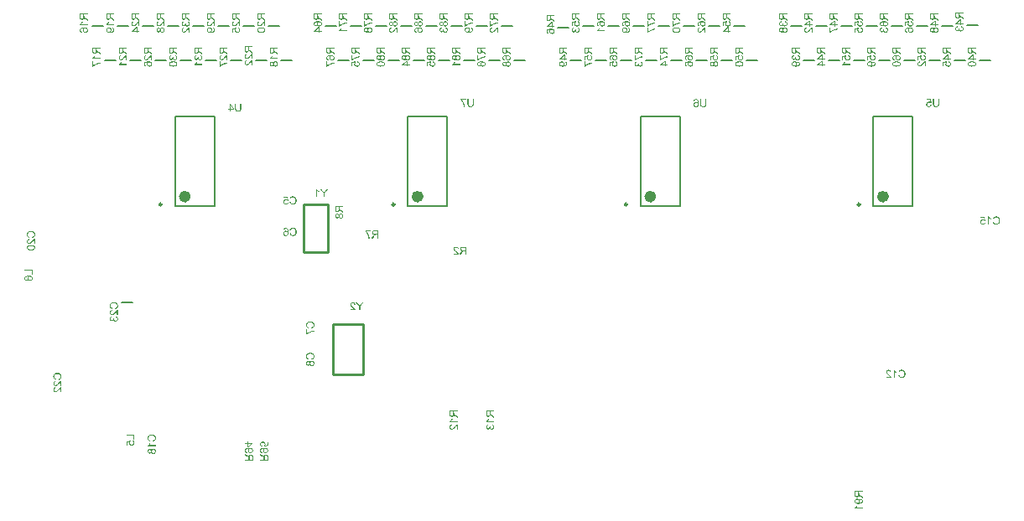
<source format=gbo>
%FSAX43Y43*%
%MOMM*%
G71*
G01*
G75*
G04 Layer_Color=32896*
%ADD10R,1.200X1.400*%
%ADD11O,1.800X0.300*%
%ADD12O,0.300X1.800*%
%ADD13R,0.900X0.800*%
%ADD14R,0.508X1.300*%
%ADD15R,0.800X0.900*%
%ADD16R,0.635X2.032*%
%ADD17O,0.600X2.200*%
%ADD18R,2.200X2.200*%
%ADD19R,1.200X0.300*%
%ADD20R,0.300X1.200*%
%ADD21R,2.300X2.300*%
%ADD22R,2.540X1.016*%
%ADD23R,2.400X3.100*%
%ADD24R,2.200X0.450*%
%ADD25R,0.850X0.600*%
%ADD26R,3.683X3.048*%
%ADD27R,2.300X2.300*%
%ADD28C,0.254*%
%ADD29C,0.600*%
%ADD30C,0.381*%
%ADD31C,0.508*%
%ADD32C,0.889*%
%ADD33C,0.635*%
%ADD34C,0.762*%
%ADD35R,9.525X4.064*%
%ADD36R,1.905X3.302*%
%ADD37R,3.556X4.064*%
%ADD38R,11.049X1.016*%
%ADD39R,6.731X3.175*%
%ADD40R,8.509X2.159*%
%ADD41R,3.175X1.397*%
%ADD42C,0.508*%
%ADD43C,1.524*%
%ADD44C,0.762*%
%ADD45R,1.524X1.524*%
%ADD46C,3.556*%
%ADD47C,1.500*%
%ADD48R,1.500X1.500*%
%ADD49C,4.000*%
%ADD50C,3.810*%
%ADD51R,1.500X1.500*%
%ADD52C,1.600*%
%ADD53C,1.690*%
%ADD54R,1.690X1.690*%
%ADD55C,4.760*%
%ADD56C,2.032*%
%ADD57C,1.270*%
%ADD58C,3.000*%
%ADD59C,1.778*%
%ADD60R,1.300X1.000*%
%ADD61O,2.100X0.450*%
%ADD62R,2.540X2.794*%
%ADD63R,1.800X1.000*%
%ADD64R,2.286X2.286*%
%ADD65C,0.250*%
%ADD66C,0.100*%
%ADD67C,0.127*%
%ADD68C,0.200*%
%ADD69C,0.203*%
%ADD70R,1.403X1.603*%
%ADD71O,2.003X0.503*%
%ADD72O,0.503X2.003*%
%ADD73R,1.103X1.003*%
%ADD74R,0.711X1.503*%
%ADD75R,1.003X1.103*%
%ADD76R,0.838X2.235*%
%ADD77O,0.803X2.403*%
%ADD78R,1.403X0.503*%
%ADD79R,0.503X1.403*%
%ADD80R,2.503X2.503*%
%ADD81R,2.743X1.219*%
%ADD82R,2.603X3.303*%
%ADD83R,2.403X0.653*%
%ADD84R,1.053X0.803*%
%ADD85R,3.886X3.251*%
%ADD86R,2.503X2.503*%
%ADD87C,0.711*%
%ADD88C,1.727*%
%ADD89C,0.965*%
%ADD90R,1.727X1.727*%
%ADD91C,3.759*%
%ADD92C,1.703*%
%ADD93R,1.703X1.703*%
%ADD94C,4.203*%
%ADD95C,4.013*%
%ADD96R,1.703X1.703*%
%ADD97C,1.803*%
%ADD98C,1.893*%
%ADD99R,1.893X1.893*%
%ADD100C,4.963*%
%ADD101C,0.203*%
%ADD102C,2.235*%
%ADD103C,1.473*%
%ADD104C,3.203*%
%ADD105C,1.981*%
%ADD106R,1.503X1.203*%
%ADD107O,2.303X0.653*%
%ADD108R,2.743X2.997*%
%ADD109R,2.003X1.203*%
G36*
X0085711Y0080794D02*
X0085703Y0080776D01*
X0085694Y0080759D01*
X0085686Y0080742D01*
X0085679Y0080728D01*
X0085673Y0080716D01*
X0085669Y0080709D01*
X0085667Y0080708D01*
Y0080707D01*
X0085654Y0080686D01*
X0085642Y0080667D01*
X0085630Y0080651D01*
X0085619Y0080638D01*
X0085611Y0080626D01*
X0085604Y0080619D01*
X0085599Y0080613D01*
X0085598Y0080612D01*
X0086233D01*
Y0080512D01*
X0085417D01*
Y0080577D01*
X0085437Y0080589D01*
X0085456Y0080601D01*
X0085475Y0080617D01*
X0085491Y0080631D01*
X0085505Y0080645D01*
X0085517Y0080655D01*
X0085521Y0080660D01*
X0085524Y0080664D01*
X0085525Y0080665D01*
X0085527Y0080666D01*
X0085547Y0080691D01*
X0085565Y0080715D01*
X0085582Y0080739D01*
X0085595Y0080762D01*
X0085606Y0080782D01*
X0085611Y0080790D01*
X0085615Y0080797D01*
X0085618Y0080803D01*
X0085619Y0080808D01*
X0085622Y0080810D01*
Y0080812D01*
X0085718D01*
X0085711Y0080794D01*
D02*
G37*
G36*
X0096393Y0082188D02*
X0096033D01*
Y0082064D01*
Y0082050D01*
X0096034Y0082037D01*
Y0082027D01*
X0096035Y0082019D01*
X0096036Y0082013D01*
Y0082008D01*
X0096037Y0082006D01*
Y0082005D01*
X0096043Y0081986D01*
X0096047Y0081978D01*
X0096050Y0081971D01*
X0096054Y0081964D01*
X0096056Y0081959D01*
X0096057Y0081957D01*
X0096059Y0081956D01*
X0096066Y0081946D01*
X0096074Y0081937D01*
X0096091Y0081919D01*
X0096100Y0081911D01*
X0096107Y0081905D01*
X0096111Y0081902D01*
X0096113Y0081901D01*
X0096129Y0081889D01*
X0096147Y0081876D01*
X0096165Y0081863D01*
X0096183Y0081850D01*
X0096199Y0081840D01*
X0096212Y0081831D01*
X0096217Y0081828D01*
X0096220Y0081825D01*
X0096223Y0081823D01*
X0096224D01*
X0096393Y0081716D01*
Y0081583D01*
X0096172Y0081722D01*
X0096149Y0081739D01*
X0096128Y0081754D01*
X0096110Y0081769D01*
X0096094Y0081782D01*
X0096082Y0081794D01*
X0096073Y0081803D01*
X0096067Y0081809D01*
X0096064Y0081811D01*
X0096057Y0081821D01*
X0096049Y0081831D01*
X0096036Y0081852D01*
X0096032Y0081862D01*
X0096027Y0081869D01*
X0096025Y0081874D01*
X0096023Y0081876D01*
X0096020Y0081855D01*
X0096016Y0081835D01*
X0096010Y0081817D01*
X0096006Y0081800D01*
X0096000Y0081784D01*
X0095993Y0081770D01*
X0095987Y0081757D01*
X0095981Y0081746D01*
X0095974Y0081736D01*
X0095968Y0081727D01*
X0095964Y0081720D01*
X0095959Y0081714D01*
X0095955Y0081709D01*
X0095952Y0081706D01*
X0095951Y0081705D01*
X0095949Y0081703D01*
X0095938Y0081694D01*
X0095926Y0081685D01*
X0095901Y0081671D01*
X0095877Y0081661D01*
X0095853Y0081654D01*
X0095833Y0081649D01*
X0095825Y0081648D01*
X0095817D01*
X0095811Y0081647D01*
X0095803D01*
X0095778Y0081648D01*
X0095756Y0081652D01*
X0095735Y0081658D01*
X0095717Y0081663D01*
X0095702Y0081671D01*
X0095690Y0081675D01*
X0095683Y0081680D01*
X0095682Y0081681D01*
X0095681D01*
X0095662Y0081695D01*
X0095645Y0081709D01*
X0095631Y0081725D01*
X0095621Y0081739D01*
X0095613Y0081752D01*
X0095608Y0081762D01*
X0095604Y0081769D01*
X0095603Y0081770D01*
Y0081771D01*
X0095600Y0081782D01*
X0095596Y0081795D01*
X0095590Y0081821D01*
X0095587Y0081849D01*
X0095583Y0081875D01*
X0095582Y0081899D01*
Y0081910D01*
X0095581Y0081919D01*
Y0081926D01*
Y0081932D01*
Y0081936D01*
Y0081937D01*
Y0082296D01*
X0096393D01*
Y0082188D01*
D02*
G37*
G36*
X0086233D02*
X0085873D01*
Y0082064D01*
Y0082050D01*
X0085874Y0082037D01*
Y0082027D01*
X0085875Y0082019D01*
X0085876Y0082013D01*
Y0082008D01*
X0085877Y0082006D01*
Y0082005D01*
X0085883Y0081986D01*
X0085887Y0081978D01*
X0085890Y0081971D01*
X0085894Y0081964D01*
X0085896Y0081959D01*
X0085897Y0081957D01*
X0085899Y0081956D01*
X0085906Y0081946D01*
X0085914Y0081937D01*
X0085931Y0081919D01*
X0085940Y0081911D01*
X0085947Y0081905D01*
X0085951Y0081902D01*
X0085953Y0081901D01*
X0085969Y0081889D01*
X0085987Y0081876D01*
X0086005Y0081863D01*
X0086023Y0081850D01*
X0086039Y0081840D01*
X0086052Y0081831D01*
X0086057Y0081828D01*
X0086061Y0081825D01*
X0086063Y0081823D01*
X0086064D01*
X0086233Y0081716D01*
Y0081583D01*
X0086012Y0081722D01*
X0085989Y0081739D01*
X0085968Y0081754D01*
X0085950Y0081769D01*
X0085934Y0081782D01*
X0085922Y0081794D01*
X0085913Y0081803D01*
X0085907Y0081809D01*
X0085904Y0081811D01*
X0085897Y0081821D01*
X0085889Y0081831D01*
X0085876Y0081852D01*
X0085872Y0081862D01*
X0085867Y0081869D01*
X0085865Y0081874D01*
X0085863Y0081876D01*
X0085860Y0081855D01*
X0085856Y0081835D01*
X0085850Y0081817D01*
X0085846Y0081800D01*
X0085840Y0081784D01*
X0085833Y0081770D01*
X0085827Y0081757D01*
X0085821Y0081746D01*
X0085814Y0081736D01*
X0085808Y0081727D01*
X0085804Y0081720D01*
X0085799Y0081714D01*
X0085795Y0081709D01*
X0085792Y0081706D01*
X0085791Y0081705D01*
X0085789Y0081703D01*
X0085778Y0081694D01*
X0085766Y0081685D01*
X0085741Y0081671D01*
X0085717Y0081661D01*
X0085693Y0081654D01*
X0085673Y0081649D01*
X0085665Y0081648D01*
X0085657D01*
X0085651Y0081647D01*
X0085643D01*
X0085618Y0081648D01*
X0085596Y0081652D01*
X0085575Y0081658D01*
X0085557Y0081663D01*
X0085542Y0081671D01*
X0085530Y0081675D01*
X0085523Y0081680D01*
X0085522Y0081681D01*
X0085521D01*
X0085502Y0081695D01*
X0085485Y0081709D01*
X0085471Y0081725D01*
X0085461Y0081739D01*
X0085453Y0081752D01*
X0085448Y0081762D01*
X0085444Y0081769D01*
X0085443Y0081770D01*
Y0081771D01*
X0085440Y0081782D01*
X0085436Y0081795D01*
X0085430Y0081821D01*
X0085427Y0081849D01*
X0085423Y0081875D01*
X0085422Y0081899D01*
Y0081910D01*
X0085421Y0081919D01*
Y0081926D01*
Y0081932D01*
Y0081936D01*
Y0081937D01*
Y0082296D01*
X0086233D01*
Y0082188D01*
D02*
G37*
G36*
X0085892Y0081523D02*
X0085927Y0081520D01*
X0085960Y0081517D01*
X0085990Y0081511D01*
X0086017Y0081505D01*
X0086042Y0081499D01*
X0086064Y0081492D01*
X0086084Y0081484D01*
X0086100Y0081477D01*
X0086116Y0081470D01*
X0086127Y0081464D01*
X0086138Y0081457D01*
X0086146Y0081452D01*
X0086151Y0081449D01*
X0086154Y0081446D01*
X0086156Y0081445D01*
X0086172Y0081430D01*
X0086186Y0081414D01*
X0086198Y0081397D01*
X0086208Y0081381D01*
X0086218Y0081363D01*
X0086225Y0081347D01*
X0086231Y0081330D01*
X0086235Y0081314D01*
X0086239Y0081300D01*
X0086242Y0081286D01*
X0086245Y0081274D01*
X0086246Y0081263D01*
Y0081254D01*
X0086247Y0081248D01*
Y0081243D01*
Y0081242D01*
X0086246Y0081215D01*
X0086241Y0081191D01*
X0086237Y0081168D01*
X0086229Y0081148D01*
X0086224Y0081133D01*
X0086218Y0081121D01*
X0086217Y0081117D01*
X0086214Y0081113D01*
X0086213Y0081112D01*
Y0081111D01*
X0086199Y0081091D01*
X0086183Y0081072D01*
X0086166Y0081057D01*
X0086150Y0081044D01*
X0086134Y0081033D01*
X0086123Y0081026D01*
X0086118Y0081024D01*
X0086114Y0081022D01*
X0086113Y0081020D01*
X0086112D01*
X0086087Y0081009D01*
X0086062Y0081000D01*
X0086038Y0080995D01*
X0086016Y0080991D01*
X0085997Y0080988D01*
X0085990D01*
X0085983Y0080986D01*
X0085970D01*
X0085949Y0080988D01*
X0085929Y0080990D01*
X0085909Y0080993D01*
X0085892Y0080997D01*
X0085875Y0081003D01*
X0085859Y0081009D01*
X0085845Y0081015D01*
X0085832Y0081022D01*
X0085820Y0081029D01*
X0085809Y0081035D01*
X0085801Y0081040D01*
X0085793Y0081046D01*
X0085787Y0081050D01*
X0085784Y0081053D01*
X0085781Y0081056D01*
X0085780Y0081057D01*
X0085767Y0081070D01*
X0085755Y0081084D01*
X0085746Y0081099D01*
X0085738Y0081113D01*
X0085730Y0081127D01*
X0085724Y0081141D01*
X0085715Y0081168D01*
X0085712Y0081180D01*
X0085710Y0081192D01*
X0085708Y0081201D01*
X0085707Y0081211D01*
X0085706Y0081218D01*
Y0081222D01*
Y0081226D01*
Y0081227D01*
X0085707Y0081248D01*
X0085711Y0081268D01*
X0085714Y0081287D01*
X0085719Y0081303D01*
X0085725Y0081317D01*
X0085728Y0081328D01*
X0085732Y0081335D01*
X0085733Y0081336D01*
Y0081337D01*
X0085745Y0081356D01*
X0085758Y0081372D01*
X0085771Y0081388D01*
X0085785Y0081399D01*
X0085796Y0081410D01*
X0085806Y0081418D01*
X0085813Y0081423D01*
X0085814Y0081424D01*
X0085793D01*
X0085772Y0081423D01*
X0085753Y0081422D01*
X0085734Y0081419D01*
X0085718Y0081418D01*
X0085703Y0081416D01*
X0085689Y0081414D01*
X0085676Y0081410D01*
X0085664Y0081408D01*
X0085654Y0081405D01*
X0085646Y0081403D01*
X0085639Y0081402D01*
X0085635Y0081399D01*
X0085631Y0081398D01*
X0085629Y0081397D01*
X0085627D01*
X0085604Y0081385D01*
X0085583Y0081374D01*
X0085566Y0081361D01*
X0085552Y0081349D01*
X0085541Y0081338D01*
X0085532Y0081330D01*
X0085528Y0081324D01*
X0085527Y0081322D01*
X0085517Y0081308D01*
X0085511Y0081294D01*
X0085507Y0081280D01*
X0085503Y0081266D01*
X0085501Y0081255D01*
X0085500Y0081246D01*
Y0081240D01*
Y0081238D01*
X0085502Y0081216D01*
X0085507Y0081196D01*
X0085514Y0081180D01*
X0085521Y0081165D01*
X0085529Y0081153D01*
X0085536Y0081145D01*
X0085541Y0081140D01*
X0085543Y0081138D01*
X0085554Y0081130D01*
X0085566Y0081121D01*
X0085581Y0081114D01*
X0085595Y0081110D01*
X0085608Y0081105D01*
X0085618Y0081101D01*
X0085625Y0081100D01*
X0085626Y0081099D01*
X0085627D01*
X0085619Y0080999D01*
X0085586Y0081006D01*
X0085557Y0081017D01*
X0085531Y0081029D01*
X0085510Y0081042D01*
X0085494Y0081054D01*
X0085487Y0081059D01*
X0085481Y0081065D01*
X0085477Y0081069D01*
X0085474Y0081072D01*
X0085473Y0081073D01*
X0085471Y0081074D01*
X0085462Y0081086D01*
X0085454Y0081099D01*
X0085440Y0081125D01*
X0085430Y0081151D01*
X0085424Y0081175D01*
X0085420Y0081198D01*
X0085419Y0081207D01*
Y0081215D01*
X0085417Y0081222D01*
Y0081227D01*
Y0081230D01*
Y0081232D01*
X0085419Y0081255D01*
X0085421Y0081277D01*
X0085426Y0081299D01*
X0085432Y0081318D01*
X0085440Y0081336D01*
X0085447Y0081354D01*
X0085456Y0081369D01*
X0085464Y0081383D01*
X0085473Y0081395D01*
X0085482Y0081407D01*
X0085489Y0081416D01*
X0085496Y0081423D01*
X0085503Y0081429D01*
X0085508Y0081433D01*
X0085510Y0081436D01*
X0085511Y0081437D01*
X0085532Y0081452D01*
X0085557Y0081465D01*
X0085583Y0081477D01*
X0085610Y0081487D01*
X0085638Y0081496D01*
X0085666Y0081503D01*
X0085696Y0081509D01*
X0085723Y0081513D01*
X0085750Y0081517D01*
X0085774Y0081519D01*
X0085796Y0081521D01*
X0085815Y0081523D01*
X0085832D01*
X0085843Y0081524D01*
X0085854D01*
X0085892Y0081523D01*
D02*
G37*
G36*
X0096052D02*
X0096087Y0081520D01*
X0096120Y0081517D01*
X0096150Y0081511D01*
X0096177Y0081505D01*
X0096202Y0081499D01*
X0096224Y0081492D01*
X0096244Y0081484D01*
X0096260Y0081477D01*
X0096276Y0081470D01*
X0096287Y0081464D01*
X0096298Y0081457D01*
X0096306Y0081452D01*
X0096311Y0081449D01*
X0096314Y0081446D01*
X0096316Y0081445D01*
X0096332Y0081430D01*
X0096346Y0081414D01*
X0096358Y0081397D01*
X0096368Y0081381D01*
X0096378Y0081363D01*
X0096385Y0081347D01*
X0096391Y0081330D01*
X0096395Y0081314D01*
X0096399Y0081300D01*
X0096402Y0081286D01*
X0096405Y0081274D01*
X0096406Y0081263D01*
Y0081254D01*
X0096407Y0081248D01*
Y0081243D01*
Y0081242D01*
X0096406Y0081215D01*
X0096401Y0081191D01*
X0096397Y0081168D01*
X0096389Y0081148D01*
X0096384Y0081133D01*
X0096378Y0081121D01*
X0096377Y0081117D01*
X0096374Y0081113D01*
X0096373Y0081112D01*
Y0081111D01*
X0096359Y0081091D01*
X0096343Y0081072D01*
X0096326Y0081057D01*
X0096310Y0081044D01*
X0096294Y0081033D01*
X0096283Y0081026D01*
X0096278Y0081024D01*
X0096274Y0081022D01*
X0096273Y0081020D01*
X0096272D01*
X0096247Y0081009D01*
X0096222Y0081000D01*
X0096198Y0080995D01*
X0096176Y0080991D01*
X0096157Y0080988D01*
X0096150D01*
X0096143Y0080986D01*
X0096130D01*
X0096109Y0080988D01*
X0096089Y0080990D01*
X0096069Y0080993D01*
X0096052Y0080997D01*
X0096035Y0081003D01*
X0096019Y0081009D01*
X0096005Y0081015D01*
X0095992Y0081022D01*
X0095980Y0081029D01*
X0095969Y0081035D01*
X0095961Y0081040D01*
X0095953Y0081046D01*
X0095947Y0081050D01*
X0095944Y0081053D01*
X0095941Y0081056D01*
X0095940Y0081057D01*
X0095927Y0081070D01*
X0095915Y0081084D01*
X0095906Y0081099D01*
X0095898Y0081113D01*
X0095890Y0081127D01*
X0095884Y0081141D01*
X0095876Y0081168D01*
X0095872Y0081180D01*
X0095870Y0081192D01*
X0095868Y0081201D01*
X0095867Y0081211D01*
X0095866Y0081218D01*
Y0081222D01*
Y0081226D01*
Y0081227D01*
X0095867Y0081248D01*
X0095871Y0081268D01*
X0095874Y0081287D01*
X0095879Y0081303D01*
X0095885Y0081317D01*
X0095888Y0081328D01*
X0095892Y0081335D01*
X0095893Y0081336D01*
Y0081337D01*
X0095905Y0081356D01*
X0095918Y0081372D01*
X0095931Y0081388D01*
X0095945Y0081399D01*
X0095956Y0081410D01*
X0095966Y0081418D01*
X0095973Y0081423D01*
X0095974Y0081424D01*
X0095953D01*
X0095932Y0081423D01*
X0095913Y0081422D01*
X0095894Y0081419D01*
X0095878Y0081418D01*
X0095863Y0081416D01*
X0095849Y0081414D01*
X0095836Y0081410D01*
X0095824Y0081408D01*
X0095814Y0081405D01*
X0095806Y0081403D01*
X0095799Y0081402D01*
X0095795Y0081399D01*
X0095791Y0081398D01*
X0095789Y0081397D01*
X0095787D01*
X0095764Y0081385D01*
X0095743Y0081374D01*
X0095726Y0081361D01*
X0095712Y0081349D01*
X0095701Y0081338D01*
X0095692Y0081330D01*
X0095688Y0081324D01*
X0095687Y0081322D01*
X0095677Y0081308D01*
X0095671Y0081294D01*
X0095667Y0081280D01*
X0095663Y0081266D01*
X0095661Y0081255D01*
X0095660Y0081246D01*
Y0081240D01*
Y0081238D01*
X0095662Y0081216D01*
X0095667Y0081196D01*
X0095674Y0081180D01*
X0095681Y0081165D01*
X0095689Y0081153D01*
X0095696Y0081145D01*
X0095701Y0081140D01*
X0095703Y0081138D01*
X0095714Y0081130D01*
X0095726Y0081121D01*
X0095741Y0081114D01*
X0095755Y0081110D01*
X0095768Y0081105D01*
X0095778Y0081101D01*
X0095785Y0081100D01*
X0095786Y0081099D01*
X0095787D01*
X0095779Y0080999D01*
X0095746Y0081006D01*
X0095717Y0081017D01*
X0095691Y0081029D01*
X0095670Y0081042D01*
X0095654Y0081054D01*
X0095647Y0081059D01*
X0095641Y0081065D01*
X0095637Y0081069D01*
X0095634Y0081072D01*
X0095633Y0081073D01*
X0095631Y0081074D01*
X0095622Y0081086D01*
X0095614Y0081099D01*
X0095600Y0081125D01*
X0095590Y0081151D01*
X0095584Y0081175D01*
X0095580Y0081198D01*
X0095579Y0081207D01*
Y0081215D01*
X0095577Y0081222D01*
Y0081227D01*
Y0081230D01*
Y0081232D01*
X0095579Y0081255D01*
X0095581Y0081277D01*
X0095586Y0081299D01*
X0095592Y0081318D01*
X0095600Y0081336D01*
X0095607Y0081354D01*
X0095616Y0081369D01*
X0095624Y0081383D01*
X0095633Y0081395D01*
X0095642Y0081407D01*
X0095649Y0081416D01*
X0095656Y0081423D01*
X0095663Y0081429D01*
X0095668Y0081433D01*
X0095670Y0081436D01*
X0095671Y0081437D01*
X0095692Y0081452D01*
X0095717Y0081465D01*
X0095743Y0081477D01*
X0095770Y0081487D01*
X0095798Y0081496D01*
X0095826Y0081503D01*
X0095856Y0081509D01*
X0095883Y0081513D01*
X0095910Y0081517D01*
X0095934Y0081519D01*
X0095956Y0081521D01*
X0095975Y0081523D01*
X0095992D01*
X0096003Y0081524D01*
X0096014D01*
X0096052Y0081523D01*
D02*
G37*
G36*
X0114467D02*
X0114502Y0081520D01*
X0114535Y0081517D01*
X0114565Y0081511D01*
X0114592Y0081505D01*
X0114617Y0081499D01*
X0114639Y0081492D01*
X0114659Y0081484D01*
X0114675Y0081477D01*
X0114691Y0081470D01*
X0114702Y0081464D01*
X0114713Y0081457D01*
X0114721Y0081452D01*
X0114726Y0081449D01*
X0114729Y0081446D01*
X0114731Y0081445D01*
X0114747Y0081430D01*
X0114761Y0081414D01*
X0114773Y0081397D01*
X0114783Y0081381D01*
X0114793Y0081363D01*
X0114800Y0081347D01*
X0114806Y0081330D01*
X0114810Y0081314D01*
X0114814Y0081300D01*
X0114817Y0081286D01*
X0114820Y0081274D01*
X0114821Y0081263D01*
Y0081254D01*
X0114822Y0081248D01*
Y0081243D01*
Y0081242D01*
X0114821Y0081215D01*
X0114816Y0081191D01*
X0114812Y0081168D01*
X0114804Y0081148D01*
X0114799Y0081133D01*
X0114793Y0081121D01*
X0114792Y0081117D01*
X0114789Y0081113D01*
X0114788Y0081112D01*
Y0081111D01*
X0114774Y0081091D01*
X0114758Y0081072D01*
X0114741Y0081057D01*
X0114725Y0081044D01*
X0114709Y0081033D01*
X0114698Y0081026D01*
X0114693Y0081024D01*
X0114689Y0081022D01*
X0114688Y0081020D01*
X0114687D01*
X0114662Y0081009D01*
X0114637Y0081000D01*
X0114613Y0080995D01*
X0114591Y0080991D01*
X0114572Y0080988D01*
X0114565D01*
X0114558Y0080986D01*
X0114545D01*
X0114524Y0080988D01*
X0114504Y0080990D01*
X0114484Y0080993D01*
X0114467Y0080997D01*
X0114450Y0081003D01*
X0114434Y0081009D01*
X0114420Y0081015D01*
X0114407Y0081022D01*
X0114395Y0081029D01*
X0114384Y0081035D01*
X0114376Y0081040D01*
X0114368Y0081046D01*
X0114362Y0081050D01*
X0114359Y0081053D01*
X0114356Y0081056D01*
X0114355Y0081057D01*
X0114342Y0081070D01*
X0114330Y0081084D01*
X0114321Y0081099D01*
X0114313Y0081113D01*
X0114305Y0081127D01*
X0114299Y0081141D01*
X0114290Y0081168D01*
X0114287Y0081180D01*
X0114285Y0081192D01*
X0114283Y0081201D01*
X0114282Y0081211D01*
X0114281Y0081218D01*
Y0081222D01*
Y0081226D01*
Y0081227D01*
X0114282Y0081248D01*
X0114286Y0081268D01*
X0114289Y0081287D01*
X0114294Y0081303D01*
X0114300Y0081317D01*
X0114303Y0081328D01*
X0114307Y0081335D01*
X0114308Y0081336D01*
Y0081337D01*
X0114320Y0081356D01*
X0114333Y0081372D01*
X0114346Y0081388D01*
X0114360Y0081399D01*
X0114371Y0081410D01*
X0114381Y0081418D01*
X0114388Y0081423D01*
X0114389Y0081424D01*
X0114368D01*
X0114347Y0081423D01*
X0114328Y0081422D01*
X0114309Y0081419D01*
X0114293Y0081418D01*
X0114278Y0081416D01*
X0114264Y0081414D01*
X0114251Y0081410D01*
X0114239Y0081408D01*
X0114229Y0081405D01*
X0114221Y0081403D01*
X0114214Y0081402D01*
X0114210Y0081399D01*
X0114206Y0081398D01*
X0114204Y0081397D01*
X0114202D01*
X0114179Y0081385D01*
X0114158Y0081374D01*
X0114141Y0081361D01*
X0114127Y0081349D01*
X0114116Y0081338D01*
X0114107Y0081330D01*
X0114103Y0081324D01*
X0114102Y0081322D01*
X0114092Y0081308D01*
X0114086Y0081294D01*
X0114082Y0081280D01*
X0114078Y0081266D01*
X0114076Y0081255D01*
X0114075Y0081246D01*
Y0081240D01*
Y0081238D01*
X0114077Y0081216D01*
X0114082Y0081196D01*
X0114089Y0081180D01*
X0114096Y0081165D01*
X0114104Y0081153D01*
X0114111Y0081145D01*
X0114116Y0081140D01*
X0114118Y0081138D01*
X0114129Y0081130D01*
X0114141Y0081121D01*
X0114156Y0081114D01*
X0114170Y0081110D01*
X0114183Y0081105D01*
X0114193Y0081101D01*
X0114200Y0081100D01*
X0114201Y0081099D01*
X0114202D01*
X0114194Y0080999D01*
X0114161Y0081006D01*
X0114132Y0081017D01*
X0114106Y0081029D01*
X0114085Y0081042D01*
X0114069Y0081054D01*
X0114062Y0081059D01*
X0114056Y0081065D01*
X0114052Y0081069D01*
X0114049Y0081072D01*
X0114048Y0081073D01*
X0114046Y0081074D01*
X0114037Y0081086D01*
X0114029Y0081099D01*
X0114015Y0081125D01*
X0114005Y0081151D01*
X0113999Y0081175D01*
X0113995Y0081198D01*
X0113994Y0081207D01*
Y0081215D01*
X0113992Y0081222D01*
Y0081227D01*
Y0081230D01*
Y0081232D01*
X0113994Y0081255D01*
X0113996Y0081277D01*
X0114001Y0081299D01*
X0114007Y0081318D01*
X0114015Y0081336D01*
X0114022Y0081354D01*
X0114031Y0081369D01*
X0114039Y0081383D01*
X0114048Y0081395D01*
X0114057Y0081407D01*
X0114064Y0081416D01*
X0114071Y0081423D01*
X0114078Y0081429D01*
X0114083Y0081433D01*
X0114085Y0081436D01*
X0114086Y0081437D01*
X0114107Y0081452D01*
X0114132Y0081465D01*
X0114158Y0081477D01*
X0114185Y0081487D01*
X0114213Y0081496D01*
X0114241Y0081503D01*
X0114271Y0081509D01*
X0114298Y0081513D01*
X0114325Y0081517D01*
X0114349Y0081519D01*
X0114371Y0081521D01*
X0114390Y0081523D01*
X0114407D01*
X0114418Y0081524D01*
X0114429D01*
X0114467Y0081523D01*
D02*
G37*
G36*
X0114612Y0080884D02*
X0114630Y0080881D01*
X0114662Y0080870D01*
X0114691Y0080857D01*
X0114702Y0080850D01*
X0114714Y0080843D01*
X0114725Y0080836D01*
X0114733Y0080829D01*
X0114741Y0080823D01*
X0114747Y0080817D01*
X0114752Y0080814D01*
X0114755Y0080810D01*
X0114758Y0080808D01*
X0114759Y0080807D01*
X0114769Y0080793D01*
X0114780Y0080779D01*
X0114788Y0080765D01*
X0114795Y0080749D01*
X0114807Y0080720D01*
X0114814Y0080692D01*
X0114816Y0080679D01*
X0114819Y0080667D01*
X0114820Y0080657D01*
X0114821Y0080647D01*
X0114822Y0080640D01*
Y0080634D01*
Y0080631D01*
Y0080630D01*
X0114821Y0080607D01*
X0114819Y0080587D01*
X0114815Y0080567D01*
X0114810Y0080549D01*
X0114804Y0080531D01*
X0114799Y0080516D01*
X0114792Y0080501D01*
X0114785Y0080488D01*
X0114779Y0080475D01*
X0114772Y0080464D01*
X0114766Y0080455D01*
X0114760Y0080448D01*
X0114755Y0080442D01*
X0114752Y0080437D01*
X0114749Y0080435D01*
X0114748Y0080434D01*
X0114734Y0080420D01*
X0114719Y0080408D01*
X0114704Y0080397D01*
X0114688Y0080388D01*
X0114674Y0080381D01*
X0114659Y0080374D01*
X0114631Y0080364D01*
X0114618Y0080362D01*
X0114606Y0080360D01*
X0114596Y0080357D01*
X0114586Y0080356D01*
X0114579Y0080355D01*
X0114569D01*
X0114540Y0080356D01*
X0114515Y0080361D01*
X0114492Y0080368D01*
X0114474Y0080375D01*
X0114458Y0080382D01*
X0114447Y0080389D01*
X0114440Y0080394D01*
X0114437Y0080395D01*
X0114420Y0080411D01*
X0114404Y0080429D01*
X0114393Y0080448D01*
X0114383Y0080467D01*
X0114376Y0080483D01*
X0114371Y0080496D01*
X0114370Y0080501D01*
X0114369Y0080504D01*
X0114368Y0080506D01*
Y0080508D01*
X0114357Y0080488D01*
X0114347Y0080471D01*
X0114335Y0080457D01*
X0114325Y0080445D01*
X0114315Y0080436D01*
X0114307Y0080429D01*
X0114302Y0080425D01*
X0114300Y0080424D01*
X0114283Y0080415D01*
X0114267Y0080408D01*
X0114251Y0080402D01*
X0114235Y0080398D01*
X0114222Y0080396D01*
X0114213Y0080395D01*
X0114204D01*
X0114184Y0080396D01*
X0114164Y0080400D01*
X0114146Y0080404D01*
X0114131Y0080410D01*
X0114118Y0080416D01*
X0114107Y0080421D01*
X0114102Y0080424D01*
X0114099Y0080425D01*
X0114082Y0080437D01*
X0114066Y0080451D01*
X0114053Y0080465D01*
X0114042Y0080479D01*
X0114034Y0080491D01*
X0114026Y0080502D01*
X0114023Y0080509D01*
X0114022Y0080510D01*
Y0080511D01*
X0114012Y0080532D01*
X0114005Y0080553D01*
X0113999Y0080575D01*
X0113996Y0080593D01*
X0113994Y0080609D01*
X0113992Y0080621D01*
Y0080626D01*
Y0080630D01*
Y0080632D01*
Y0080633D01*
Y0080651D01*
X0113995Y0080667D01*
X0114001Y0080699D01*
X0114010Y0080726D01*
X0114019Y0080749D01*
X0114025Y0080760D01*
X0114030Y0080768D01*
X0114035Y0080776D01*
X0114039Y0080782D01*
X0114043Y0080787D01*
X0114045Y0080790D01*
X0114046Y0080793D01*
X0114048Y0080794D01*
X0114070Y0080816D01*
X0114095Y0080834D01*
X0114120Y0080848D01*
X0114146Y0080860D01*
X0114168Y0080867D01*
X0114178Y0080870D01*
X0114186Y0080873D01*
X0114193Y0080874D01*
X0114198Y0080875D01*
X0114201Y0080876D01*
X0114202D01*
X0114220Y0080776D01*
X0114194Y0080772D01*
X0114172Y0080765D01*
X0114153Y0080756D01*
X0114138Y0080748D01*
X0114126Y0080740D01*
X0114118Y0080733D01*
X0114112Y0080728D01*
X0114111Y0080727D01*
X0114099Y0080712D01*
X0114090Y0080695D01*
X0114084Y0080680D01*
X0114079Y0080665D01*
X0114077Y0080651D01*
X0114075Y0080640D01*
Y0080633D01*
Y0080632D01*
Y0080631D01*
X0114076Y0080610D01*
X0114080Y0080591D01*
X0114086Y0080575D01*
X0114092Y0080560D01*
X0114099Y0080550D01*
X0114105Y0080542D01*
X0114110Y0080536D01*
X0114111Y0080535D01*
X0114125Y0080522D01*
X0114140Y0080512D01*
X0114156Y0080506D01*
X0114170Y0080502D01*
X0114183Y0080499D01*
X0114192Y0080497D01*
X0114214D01*
X0114226Y0080499D01*
X0114246Y0080505D01*
X0114264Y0080513D01*
X0114279Y0080523D01*
X0114289Y0080532D01*
X0114298Y0080540D01*
X0114302Y0080546D01*
X0114303Y0080548D01*
Y0080549D01*
X0114314Y0080569D01*
X0114322Y0080587D01*
X0114328Y0080607D01*
X0114332Y0080625D01*
X0114334Y0080640D01*
X0114336Y0080653D01*
Y0080658D01*
Y0080661D01*
Y0080663D01*
Y0080664D01*
Y0080668D01*
X0114335Y0080673D01*
Y0080678D01*
Y0080679D01*
X0114423Y0080691D01*
X0114420Y0080675D01*
X0114417Y0080661D01*
X0114415Y0080650D01*
X0114414Y0080639D01*
X0114413Y0080631D01*
Y0080625D01*
Y0080621D01*
Y0080620D01*
X0114415Y0080596D01*
X0114420Y0080573D01*
X0114427Y0080553D01*
X0114435Y0080537D01*
X0114443Y0080524D01*
X0114450Y0080515D01*
X0114455Y0080509D01*
X0114457Y0080506D01*
X0114475Y0080491D01*
X0114494Y0080479D01*
X0114512Y0080471D01*
X0114531Y0080467D01*
X0114546Y0080463D01*
X0114559Y0080462D01*
X0114564Y0080461D01*
X0114571D01*
X0114597Y0080463D01*
X0114620Y0080469D01*
X0114640Y0080476D01*
X0114658Y0080485D01*
X0114672Y0080495D01*
X0114682Y0080502D01*
X0114689Y0080508D01*
X0114692Y0080510D01*
X0114708Y0080529D01*
X0114720Y0080549D01*
X0114728Y0080569D01*
X0114734Y0080587D01*
X0114738Y0080604D01*
X0114739Y0080617D01*
X0114740Y0080621D01*
Y0080625D01*
Y0080627D01*
Y0080628D01*
X0114739Y0080650D01*
X0114734Y0080670D01*
X0114728Y0080687D01*
X0114721Y0080701D01*
X0114715Y0080713D01*
X0114709Y0080722D01*
X0114705Y0080727D01*
X0114704Y0080729D01*
X0114687Y0080743D01*
X0114668Y0080755D01*
X0114648Y0080766D01*
X0114627Y0080774D01*
X0114610Y0080780D01*
X0114601Y0080782D01*
X0114594Y0080783D01*
X0114589Y0080785D01*
X0114584Y0080786D01*
X0114582Y0080787D01*
X0114580D01*
X0114593Y0080887D01*
X0114612Y0080884D01*
D02*
G37*
G36*
X0096393Y0080363D02*
X0096297D01*
Y0080763D01*
X0096277Y0080749D01*
X0096269Y0080742D01*
X0096260Y0080736D01*
X0096253Y0080731D01*
X0096249Y0080726D01*
X0096245Y0080722D01*
X0096244Y0080721D01*
X0096238Y0080715D01*
X0096232Y0080708D01*
X0096217Y0080692D01*
X0096199Y0080673D01*
X0096182Y0080653D01*
X0096167Y0080634D01*
X0096159Y0080626D01*
X0096152Y0080619D01*
X0096148Y0080613D01*
X0096144Y0080609D01*
X0096142Y0080606D01*
X0096141Y0080605D01*
X0096124Y0080586D01*
X0096109Y0080567D01*
X0096094Y0080551D01*
X0096081Y0080536D01*
X0096068Y0080522D01*
X0096056Y0080510D01*
X0096046Y0080498D01*
X0096036Y0080489D01*
X0096027Y0080479D01*
X0096020Y0080472D01*
X0096014Y0080467D01*
X0096008Y0080461D01*
X0096001Y0080455D01*
X0095999Y0080452D01*
X0095979Y0080436D01*
X0095961Y0080422D01*
X0095944Y0080410D01*
X0095929Y0080401D01*
X0095917Y0080394D01*
X0095907Y0080389D01*
X0095901Y0080387D01*
X0095899Y0080386D01*
X0095881Y0080379D01*
X0095864Y0080374D01*
X0095847Y0080369D01*
X0095833Y0080367D01*
X0095820Y0080366D01*
X0095811Y0080364D01*
X0095803D01*
X0095785Y0080366D01*
X0095769Y0080368D01*
X0095752Y0080370D01*
X0095738Y0080375D01*
X0095710Y0080387D01*
X0095688Y0080398D01*
X0095677Y0080406D01*
X0095669Y0080411D01*
X0095661Y0080417D01*
X0095655Y0080423D01*
X0095650Y0080428D01*
X0095645Y0080430D01*
X0095644Y0080433D01*
X0095643Y0080434D01*
X0095631Y0080447D01*
X0095621Y0080461D01*
X0095613Y0080476D01*
X0095606Y0080491D01*
X0095594Y0080522D01*
X0095586Y0080552D01*
X0095583Y0080565D01*
X0095581Y0080578D01*
X0095580Y0080590D01*
X0095579Y0080599D01*
X0095577Y0080607D01*
Y0080614D01*
Y0080618D01*
Y0080619D01*
X0095579Y0080640D01*
X0095580Y0080660D01*
X0095583Y0080679D01*
X0095587Y0080697D01*
X0095592Y0080713D01*
X0095596Y0080728D01*
X0095602Y0080742D01*
X0095608Y0080755D01*
X0095614Y0080767D01*
X0095620Y0080776D01*
X0095624Y0080785D01*
X0095629Y0080792D01*
X0095633Y0080797D01*
X0095636Y0080801D01*
X0095637Y0080803D01*
X0095638Y0080805D01*
X0095650Y0080816D01*
X0095663Y0080827D01*
X0095677Y0080837D01*
X0095691Y0080846D01*
X0095719Y0080860D01*
X0095748Y0080869D01*
X0095760Y0080873D01*
X0095773Y0080876D01*
X0095784Y0080878D01*
X0095793Y0080881D01*
X0095802Y0080882D01*
X0095807D01*
X0095811Y0080883D01*
X0095812D01*
X0095823Y0080781D01*
X0095796Y0080779D01*
X0095772Y0080774D01*
X0095751Y0080767D01*
X0095735Y0080759D01*
X0095721Y0080752D01*
X0095711Y0080745D01*
X0095705Y0080740D01*
X0095703Y0080738D01*
X0095689Y0080720D01*
X0095678Y0080701D01*
X0095670Y0080681D01*
X0095665Y0080664D01*
X0095662Y0080647D01*
X0095661Y0080633D01*
X0095660Y0080628D01*
Y0080625D01*
Y0080623D01*
Y0080621D01*
X0095661Y0080597D01*
X0095665Y0080575D01*
X0095672Y0080556D01*
X0095680Y0080539D01*
X0095688Y0080526D01*
X0095694Y0080518D01*
X0095698Y0080512D01*
X0095701Y0080510D01*
X0095717Y0080496D01*
X0095733Y0080485D01*
X0095750Y0080477D01*
X0095766Y0080472D01*
X0095779Y0080469D01*
X0095791Y0080468D01*
X0095798Y0080467D01*
X0095800D01*
X0095822Y0080469D01*
X0095844Y0080474D01*
X0095864Y0080482D01*
X0095883Y0080490D01*
X0095898Y0080499D01*
X0095911Y0080508D01*
X0095915Y0080510D01*
X0095919Y0080512D01*
X0095920Y0080515D01*
X0095921D01*
X0095934Y0080524D01*
X0095947Y0080536D01*
X0095961Y0080549D01*
X0095975Y0080563D01*
X0096003Y0080592D01*
X0096032Y0080621D01*
X0096044Y0080637D01*
X0096056Y0080650D01*
X0096067Y0080663D01*
X0096076Y0080673D01*
X0096083Y0080681D01*
X0096089Y0080688D01*
X0096093Y0080693D01*
X0096094Y0080694D01*
X0096118Y0080724D01*
X0096142Y0080751D01*
X0096163Y0080773D01*
X0096181Y0080790D01*
X0096196Y0080806D01*
X0096206Y0080816D01*
X0096213Y0080822D01*
X0096215Y0080824D01*
X0096216D01*
X0096236Y0080841D01*
X0096255Y0080854D01*
X0096273Y0080866D01*
X0096290Y0080875D01*
X0096304Y0080882D01*
X0096314Y0080887D01*
X0096321Y0080889D01*
X0096323Y0080890D01*
X0096324D01*
X0096337Y0080895D01*
X0096348Y0080897D01*
X0096360Y0080900D01*
X0096371Y0080901D01*
X0096380Y0080902D01*
X0096393D01*
Y0080363D01*
D02*
G37*
G36*
X0114808Y0082188D02*
X0114448D01*
Y0082064D01*
Y0082050D01*
X0114449Y0082037D01*
Y0082027D01*
X0114450Y0082019D01*
X0114451Y0082013D01*
Y0082008D01*
X0114452Y0082006D01*
Y0082005D01*
X0114458Y0081986D01*
X0114462Y0081978D01*
X0114465Y0081971D01*
X0114469Y0081964D01*
X0114471Y0081959D01*
X0114472Y0081957D01*
X0114474Y0081956D01*
X0114481Y0081946D01*
X0114489Y0081937D01*
X0114506Y0081919D01*
X0114515Y0081911D01*
X0114522Y0081905D01*
X0114526Y0081902D01*
X0114528Y0081901D01*
X0114544Y0081889D01*
X0114562Y0081876D01*
X0114580Y0081863D01*
X0114598Y0081850D01*
X0114614Y0081840D01*
X0114627Y0081831D01*
X0114632Y0081828D01*
X0114635Y0081825D01*
X0114638Y0081823D01*
X0114639D01*
X0114808Y0081716D01*
Y0081583D01*
X0114587Y0081722D01*
X0114564Y0081739D01*
X0114543Y0081754D01*
X0114525Y0081769D01*
X0114509Y0081782D01*
X0114497Y0081794D01*
X0114488Y0081803D01*
X0114482Y0081809D01*
X0114479Y0081811D01*
X0114472Y0081821D01*
X0114464Y0081831D01*
X0114451Y0081852D01*
X0114447Y0081862D01*
X0114442Y0081869D01*
X0114440Y0081874D01*
X0114438Y0081876D01*
X0114435Y0081855D01*
X0114431Y0081835D01*
X0114425Y0081817D01*
X0114421Y0081800D01*
X0114415Y0081784D01*
X0114408Y0081770D01*
X0114402Y0081757D01*
X0114396Y0081746D01*
X0114389Y0081736D01*
X0114383Y0081727D01*
X0114379Y0081720D01*
X0114374Y0081714D01*
X0114370Y0081709D01*
X0114367Y0081706D01*
X0114366Y0081705D01*
X0114364Y0081703D01*
X0114353Y0081694D01*
X0114341Y0081685D01*
X0114316Y0081671D01*
X0114292Y0081661D01*
X0114268Y0081654D01*
X0114248Y0081649D01*
X0114240Y0081648D01*
X0114232D01*
X0114226Y0081647D01*
X0114218D01*
X0114193Y0081648D01*
X0114171Y0081652D01*
X0114150Y0081658D01*
X0114132Y0081663D01*
X0114117Y0081671D01*
X0114105Y0081675D01*
X0114098Y0081680D01*
X0114097Y0081681D01*
X0114096D01*
X0114077Y0081695D01*
X0114060Y0081709D01*
X0114046Y0081725D01*
X0114036Y0081739D01*
X0114028Y0081752D01*
X0114023Y0081762D01*
X0114019Y0081769D01*
X0114018Y0081770D01*
Y0081771D01*
X0114015Y0081782D01*
X0114011Y0081795D01*
X0114005Y0081821D01*
X0114002Y0081849D01*
X0113998Y0081875D01*
X0113997Y0081899D01*
Y0081910D01*
X0113996Y0081919D01*
Y0081926D01*
Y0081932D01*
Y0081936D01*
Y0081937D01*
Y0082296D01*
X0114808D01*
Y0082188D01*
D02*
G37*
G36*
X0115719Y0077458D02*
X0115758Y0077455D01*
X0115793Y0077452D01*
X0115826Y0077446D01*
X0115856Y0077440D01*
X0115883Y0077433D01*
X0115908Y0077426D01*
X0115929Y0077419D01*
X0115948Y0077412D01*
X0115964Y0077404D01*
X0115978Y0077398D01*
X0115989Y0077392D01*
X0115998Y0077386D01*
X0116004Y0077383D01*
X0116008Y0077380D01*
X0116009Y0077379D01*
X0116023Y0077366D01*
X0116036Y0077352D01*
X0116047Y0077337D01*
X0116057Y0077322D01*
X0116065Y0077306D01*
X0116072Y0077291D01*
X0116077Y0077276D01*
X0116082Y0077262D01*
X0116085Y0077248D01*
X0116087Y0077235D01*
X0116090Y0077223D01*
X0116091Y0077214D01*
X0116092Y0077205D01*
Y0077198D01*
Y0077195D01*
Y0077194D01*
X0116090Y0077162D01*
X0116085Y0077133D01*
X0116077Y0077108D01*
X0116069Y0077087D01*
X0116060Y0077069D01*
X0116056Y0077063D01*
X0116052Y0077057D01*
X0116050Y0077053D01*
X0116047Y0077049D01*
X0116045Y0077048D01*
Y0077047D01*
X0116025Y0077026D01*
X0116004Y0077008D01*
X0115981Y0076993D01*
X0115959Y0076981D01*
X0115940Y0076972D01*
X0115931Y0076967D01*
X0115923Y0076965D01*
X0115917Y0076962D01*
X0115913Y0076960D01*
X0115910Y0076959D01*
X0115909D01*
X0115891Y0076953D01*
X0115874Y0076948D01*
X0115836Y0076941D01*
X0115798Y0076935D01*
X0115760Y0076932D01*
X0115744Y0076931D01*
X0115728Y0076930D01*
X0115714D01*
X0115701Y0076928D01*
X0115656D01*
X0115634Y0076930D01*
X0115616D01*
X0115597Y0076931D01*
X0115580Y0076933D01*
X0115564Y0076934D01*
X0115550Y0076935D01*
X0115537Y0076938D01*
X0115525Y0076939D01*
X0115515Y0076941D01*
X0115507Y0076942D01*
X0115499Y0076944D01*
X0115494Y0076945D01*
X0115490Y0076946D01*
X0115488Y0076947D01*
X0115487D01*
X0115461Y0076954D01*
X0115437Y0076962D01*
X0115417Y0076972D01*
X0115400Y0076979D01*
X0115384Y0076987D01*
X0115374Y0076992D01*
X0115368Y0076996D01*
X0115366Y0076998D01*
X0115348Y0077011D01*
X0115333Y0077023D01*
X0115320Y0077038D01*
X0115308Y0077050D01*
X0115300Y0077062D01*
X0115294Y0077072D01*
X0115291Y0077077D01*
X0115289Y0077079D01*
Y0077080D01*
X0115280Y0077099D01*
X0115274Y0077119D01*
X0115269Y0077137D01*
X0115266Y0077155D01*
X0115264Y0077170D01*
X0115262Y0077183D01*
Y0077188D01*
Y0077191D01*
Y0077192D01*
Y0077194D01*
X0115265Y0077225D01*
X0115269Y0077255D01*
X0115278Y0077279D01*
X0115286Y0077300D01*
X0115295Y0077318D01*
X0115299Y0077325D01*
X0115303Y0077331D01*
X0115306Y0077336D01*
X0115308Y0077339D01*
X0115311Y0077340D01*
Y0077341D01*
X0115329Y0077363D01*
X0115352Y0077380D01*
X0115374Y0077395D01*
X0115395Y0077407D01*
X0115415Y0077417D01*
X0115423Y0077421D01*
X0115431Y0077424D01*
X0115437Y0077426D01*
X0115442Y0077428D01*
X0115444Y0077429D01*
X0115445D01*
X0115463Y0077434D01*
X0115481Y0077439D01*
X0115519Y0077446D01*
X0115558Y0077452D01*
X0115595Y0077455D01*
X0115612Y0077456D01*
X0115627Y0077458D01*
X0115641D01*
X0115654Y0077459D01*
X0115678D01*
X0115719Y0077458D01*
D02*
G37*
G36*
X0097469Y0078088D02*
X0097487Y0078084D01*
X0097520Y0078074D01*
X0097548Y0078061D01*
X0097561Y0078054D01*
X0097571Y0078047D01*
X0097582Y0078041D01*
X0097591Y0078034D01*
X0097598Y0078028D01*
X0097604Y0078022D01*
X0097609Y0078017D01*
X0097614Y0078015D01*
X0097615Y0078013D01*
X0097616Y0078012D01*
X0097627Y0077997D01*
X0097636Y0077983D01*
X0097644Y0077968D01*
X0097651Y0077953D01*
X0097662Y0077924D01*
X0097669Y0077894D01*
X0097672Y0077881D01*
X0097674Y0077868D01*
X0097675Y0077858D01*
X0097676Y0077848D01*
X0097677Y0077840D01*
Y0077834D01*
Y0077831D01*
Y0077830D01*
X0097676Y0077805D01*
X0097672Y0077782D01*
X0097668Y0077759D01*
X0097662Y0077739D01*
X0097654Y0077721D01*
X0097645Y0077703D01*
X0097637Y0077686D01*
X0097628Y0077672D01*
X0097618Y0077659D01*
X0097610Y0077648D01*
X0097601Y0077638D01*
X0097594Y0077630D01*
X0097588Y0077624D01*
X0097583Y0077620D01*
X0097580Y0077617D01*
X0097579Y0077616D01*
X0097563Y0077604D01*
X0097547Y0077595D01*
X0097532Y0077586D01*
X0097515Y0077579D01*
X0097483Y0077567D01*
X0097453Y0077560D01*
X0097440Y0077557D01*
X0097427Y0077555D01*
X0097417Y0077554D01*
X0097407Y0077553D01*
X0097399Y0077552D01*
X0097388D01*
X0097367Y0077553D01*
X0097347Y0077555D01*
X0097327Y0077559D01*
X0097310Y0077563D01*
X0097293Y0077569D01*
X0097277Y0077575D01*
X0097263Y0077582D01*
X0097250Y0077588D01*
X0097238Y0077595D01*
X0097228Y0077602D01*
X0097219Y0077608D01*
X0097211Y0077614D01*
X0097205Y0077618D01*
X0097202Y0077622D01*
X0097199Y0077624D01*
X0097198Y0077625D01*
X0097185Y0077640D01*
X0097174Y0077654D01*
X0097164Y0077669D01*
X0097156Y0077684D01*
X0097148Y0077699D01*
X0097142Y0077715D01*
X0097134Y0077743D01*
X0097130Y0077756D01*
X0097128Y0077767D01*
X0097127Y0077778D01*
X0097126Y0077787D01*
X0097124Y0077794D01*
Y0077800D01*
Y0077804D01*
Y0077805D01*
Y0077820D01*
X0097127Y0077834D01*
X0097133Y0077863D01*
X0097141Y0077888D01*
X0097150Y0077912D01*
X0097160Y0077931D01*
X0097164Y0077939D01*
X0097168Y0077946D01*
X0097171Y0077952D01*
X0097174Y0077955D01*
X0097175Y0077958D01*
X0097176Y0077959D01*
X0096957Y0077915D01*
Y0077590D01*
X0096862D01*
Y0077994D01*
X0097279Y0078073D01*
X0097292Y0077979D01*
X0097279Y0077970D01*
X0097269Y0077960D01*
X0097258Y0077951D01*
X0097250Y0077941D01*
X0097244Y0077932D01*
X0097238Y0077925D01*
X0097236Y0077920D01*
X0097235Y0077919D01*
X0097228Y0077904D01*
X0097222Y0077888D01*
X0097218Y0077874D01*
X0097215Y0077860D01*
X0097214Y0077848D01*
X0097212Y0077839D01*
Y0077833D01*
Y0077831D01*
Y0077817D01*
X0097215Y0077803D01*
X0097221Y0077778D01*
X0097229Y0077757D01*
X0097237Y0077738D01*
X0097246Y0077724D01*
X0097255Y0077713D01*
X0097260Y0077708D01*
X0097262Y0077705D01*
X0097263D01*
X0097283Y0077689D01*
X0097304Y0077677D01*
X0097326Y0077669D01*
X0097349Y0077663D01*
X0097367Y0077659D01*
X0097376Y0077658D01*
X0097383D01*
X0097388Y0077657D01*
X0097413D01*
X0097428Y0077659D01*
X0097458Y0077665D01*
X0097482Y0077674D01*
X0097502Y0077682D01*
X0097519Y0077691D01*
X0097532Y0077699D01*
X0097535Y0077703D01*
X0097539Y0077705D01*
X0097540Y0077706D01*
X0097541Y0077708D01*
X0097550Y0077717D01*
X0097559Y0077726D01*
X0097573Y0077747D01*
X0097582Y0077767D01*
X0097588Y0077787D01*
X0097593Y0077804D01*
X0097594Y0077818D01*
X0097595Y0077823D01*
Y0077826D01*
Y0077828D01*
Y0077830D01*
X0097594Y0077852D01*
X0097589Y0077872D01*
X0097583Y0077889D01*
X0097576Y0077904D01*
X0097569Y0077916D01*
X0097563Y0077926D01*
X0097559Y0077931D01*
X0097557Y0077933D01*
X0097541Y0077947D01*
X0097523Y0077959D01*
X0097503Y0077968D01*
X0097486Y0077975D01*
X0097468Y0077980D01*
X0097455Y0077983D01*
X0097449Y0077985D01*
X0097446Y0077986D01*
X0097442D01*
X0097451Y0078090D01*
X0097469Y0078088D01*
D02*
G37*
G36*
X0097448Y0077459D02*
X0097467Y0077456D01*
X0097485Y0077453D01*
X0097502Y0077448D01*
X0097532Y0077437D01*
X0097546Y0077431D01*
X0097557Y0077424D01*
X0097569Y0077417D01*
X0097579Y0077411D01*
X0097587Y0077404D01*
X0097594Y0077399D01*
X0097600Y0077394D01*
X0097603Y0077391D01*
X0097605Y0077388D01*
X0097607Y0077387D01*
X0097620Y0077373D01*
X0097630Y0077358D01*
X0097640Y0077341D01*
X0097648Y0077325D01*
X0097654Y0077310D01*
X0097659Y0077293D01*
X0097668Y0077262D01*
X0097671Y0077248D01*
X0097674Y0077235D01*
X0097675Y0077223D01*
X0097676Y0077212D01*
X0097677Y0077204D01*
Y0077198D01*
Y0077194D01*
Y0077192D01*
X0097676Y0077170D01*
X0097674Y0077150D01*
X0097670Y0077130D01*
X0097667Y0077111D01*
X0097661Y0077095D01*
X0097655Y0077079D01*
X0097649Y0077063D01*
X0097642Y0077050D01*
X0097635Y0077039D01*
X0097629Y0077028D01*
X0097623Y0077020D01*
X0097617Y0077012D01*
X0097614Y0077006D01*
X0097610Y0077002D01*
X0097608Y0077000D01*
X0097607Y0076999D01*
X0097593Y0076986D01*
X0097579Y0076974D01*
X0097564Y0076965D01*
X0097549Y0076957D01*
X0097535Y0076948D01*
X0097520Y0076942D01*
X0097493Y0076934D01*
X0097480Y0076931D01*
X0097468Y0076928D01*
X0097458Y0076927D01*
X0097449Y0076926D01*
X0097442Y0076925D01*
X0097432D01*
X0097405Y0076926D01*
X0097380Y0076931D01*
X0097358Y0076938D01*
X0097339Y0076945D01*
X0097324Y0076952D01*
X0097312Y0076959D01*
X0097305Y0076964D01*
X0097304Y0076965D01*
X0097303D01*
X0097284Y0076981D01*
X0097268Y0076999D01*
X0097255Y0077018D01*
X0097243Y0077035D01*
X0097235Y0077052D01*
X0097229Y0077066D01*
X0097226Y0077070D01*
X0097225Y0077074D01*
X0097224Y0077076D01*
Y0077077D01*
X0097215Y0077056D01*
X0097204Y0077039D01*
X0097194Y0077023D01*
X0097183Y0077011D01*
X0097174Y0077001D01*
X0097167Y0076994D01*
X0097162Y0076989D01*
X0097160Y0076988D01*
X0097143Y0076978D01*
X0097127Y0076971D01*
X0097110Y0076965D01*
X0097094Y0076961D01*
X0097081Y0076959D01*
X0097070Y0076958D01*
X0097061D01*
X0097045Y0076959D01*
X0097029Y0076960D01*
X0097000Y0076968D01*
X0096974Y0076979D01*
X0096952Y0076991D01*
X0096934Y0077002D01*
X0096927Y0077008D01*
X0096920Y0077013D01*
X0096915Y0077018D01*
X0096912Y0077021D01*
X0096911Y0077022D01*
X0096910Y0077023D01*
X0096899Y0077036D01*
X0096888Y0077049D01*
X0096880Y0077063D01*
X0096873Y0077077D01*
X0096863Y0077106D01*
X0096856Y0077134D01*
X0096852Y0077146D01*
X0096851Y0077157D01*
X0096850Y0077168D01*
X0096849Y0077177D01*
X0096847Y0077184D01*
Y0077190D01*
Y0077194D01*
Y0077195D01*
X0096849Y0077214D01*
X0096850Y0077232D01*
X0096857Y0077265D01*
X0096862Y0077280D01*
X0096866Y0077295D01*
X0096872Y0077307D01*
X0096878Y0077319D01*
X0096884Y0077329D01*
X0096890Y0077338D01*
X0096894Y0077346D01*
X0096899Y0077352D01*
X0096903Y0077357D01*
X0096906Y0077360D01*
X0096907Y0077363D01*
X0096908Y0077364D01*
X0096920Y0077374D01*
X0096932Y0077385D01*
X0096945Y0077393D01*
X0096958Y0077400D01*
X0096982Y0077412D01*
X0097006Y0077419D01*
X0097026Y0077424D01*
X0097035Y0077425D01*
X0097042Y0077426D01*
X0097049Y0077427D01*
X0097057D01*
X0097079Y0077426D01*
X0097099Y0077422D01*
X0097116Y0077418D01*
X0097131Y0077412D01*
X0097143Y0077407D01*
X0097153Y0077402D01*
X0097157Y0077399D01*
X0097160Y0077398D01*
X0097174Y0077385D01*
X0097187Y0077371D01*
X0097198Y0077356D01*
X0097208Y0077340D01*
X0097215Y0077326D01*
X0097219Y0077316D01*
X0097222Y0077311D01*
X0097223Y0077307D01*
X0097224Y0077306D01*
Y0077305D01*
X0097232Y0077332D01*
X0097243Y0077354D01*
X0097256Y0077374D01*
X0097268Y0077391D01*
X0097279Y0077404D01*
X0097289Y0077413D01*
X0097295Y0077418D01*
X0097296Y0077420D01*
X0097297D01*
X0097318Y0077433D01*
X0097340Y0077444D01*
X0097361Y0077451D01*
X0097383Y0077455D01*
X0097401Y0077458D01*
X0097410Y0077459D01*
X0097417D01*
X0097421Y0077460D01*
X0097429D01*
X0097448Y0077459D01*
D02*
G37*
G36*
X0084258Y0077054D02*
X0084292Y0077082D01*
X0084328Y0077109D01*
X0084363Y0077133D01*
X0084397Y0077155D01*
X0084413Y0077164D01*
X0084427Y0077172D01*
X0084440Y0077181D01*
X0084450Y0077187D01*
X0084460Y0077191D01*
X0084465Y0077195D01*
X0084470Y0077197D01*
X0084471Y0077198D01*
X0084518Y0077222D01*
X0084565Y0077243D01*
X0084610Y0077261D01*
X0084630Y0077268D01*
X0084650Y0077275D01*
X0084667Y0077282D01*
X0084684Y0077286D01*
X0084698Y0077291D01*
X0084710Y0077295D01*
X0084720Y0077298D01*
X0084727Y0077300D01*
X0084732Y0077302D01*
X0084733D01*
X0084781Y0077313D01*
X0084805Y0077318D01*
X0084826Y0077322D01*
X0084846Y0077325D01*
X0084866Y0077329D01*
X0084882Y0077331D01*
X0084898Y0077333D01*
X0084913Y0077334D01*
X0084925Y0077336D01*
X0084937Y0077337D01*
X0084947D01*
X0084954Y0077338D01*
X0084963D01*
Y0077236D01*
X0084918Y0077232D01*
X0084877Y0077226D01*
X0084840Y0077221D01*
X0084822Y0077217D01*
X0084806Y0077214D01*
X0084792Y0077211D01*
X0084779Y0077208D01*
X0084767Y0077205D01*
X0084758Y0077203D01*
X0084751Y0077201D01*
X0084745Y0077199D01*
X0084741Y0077198D01*
X0084740D01*
X0084686Y0077181D01*
X0084636Y0077162D01*
X0084611Y0077153D01*
X0084587Y0077143D01*
X0084566Y0077133D01*
X0084545Y0077123D01*
X0084526Y0077115D01*
X0084510Y0077107D01*
X0084496Y0077100D01*
X0084483Y0077094D01*
X0084472Y0077088D01*
X0084465Y0077084D01*
X0084461Y0077082D01*
X0084460Y0077081D01*
X0084435Y0077067D01*
X0084410Y0077053D01*
X0084388Y0077039D01*
X0084367Y0077025D01*
X0084348Y0077012D01*
X0084329Y0076999D01*
X0084313Y0076986D01*
X0084299Y0076975D01*
X0084285Y0076965D01*
X0084273Y0076955D01*
X0084264Y0076946D01*
X0084255Y0076939D01*
X0084248Y0076934D01*
X0084244Y0076930D01*
X0084241Y0076927D01*
X0084240Y0076926D01*
X0084162D01*
Y0077452D01*
X0084258D01*
Y0077054D01*
D02*
G37*
G36*
X0097663Y0078759D02*
X0097303D01*
Y0078635D01*
Y0078621D01*
X0097304Y0078608D01*
Y0078598D01*
X0097305Y0078590D01*
X0097306Y0078584D01*
Y0078579D01*
X0097307Y0078577D01*
Y0078576D01*
X0097313Y0078557D01*
X0097317Y0078549D01*
X0097320Y0078542D01*
X0097324Y0078535D01*
X0097326Y0078530D01*
X0097327Y0078528D01*
X0097329Y0078527D01*
X0097336Y0078517D01*
X0097344Y0078508D01*
X0097361Y0078490D01*
X0097370Y0078482D01*
X0097377Y0078476D01*
X0097381Y0078473D01*
X0097383Y0078472D01*
X0097399Y0078460D01*
X0097417Y0078447D01*
X0097435Y0078434D01*
X0097453Y0078421D01*
X0097469Y0078411D01*
X0097482Y0078402D01*
X0097487Y0078399D01*
X0097491Y0078396D01*
X0097493Y0078394D01*
X0097494D01*
X0097663Y0078287D01*
Y0078154D01*
X0097442Y0078293D01*
X0097419Y0078310D01*
X0097398Y0078325D01*
X0097380Y0078340D01*
X0097364Y0078353D01*
X0097352Y0078365D01*
X0097343Y0078374D01*
X0097337Y0078380D01*
X0097334Y0078382D01*
X0097327Y0078392D01*
X0097319Y0078402D01*
X0097306Y0078423D01*
X0097302Y0078433D01*
X0097297Y0078440D01*
X0097295Y0078445D01*
X0097293Y0078447D01*
X0097290Y0078426D01*
X0097286Y0078406D01*
X0097280Y0078388D01*
X0097276Y0078371D01*
X0097270Y0078355D01*
X0097263Y0078341D01*
X0097257Y0078328D01*
X0097251Y0078317D01*
X0097244Y0078307D01*
X0097238Y0078298D01*
X0097234Y0078291D01*
X0097229Y0078285D01*
X0097225Y0078280D01*
X0097222Y0078277D01*
X0097221Y0078276D01*
X0097219Y0078274D01*
X0097208Y0078265D01*
X0097196Y0078256D01*
X0097171Y0078242D01*
X0097147Y0078232D01*
X0097123Y0078225D01*
X0097103Y0078220D01*
X0097095Y0078219D01*
X0097087D01*
X0097081Y0078218D01*
X0097073D01*
X0097048Y0078219D01*
X0097026Y0078223D01*
X0097005Y0078229D01*
X0096987Y0078234D01*
X0096972Y0078242D01*
X0096960Y0078246D01*
X0096953Y0078251D01*
X0096952Y0078252D01*
X0096951D01*
X0096932Y0078266D01*
X0096915Y0078280D01*
X0096901Y0078296D01*
X0096891Y0078310D01*
X0096883Y0078323D01*
X0096878Y0078333D01*
X0096874Y0078340D01*
X0096873Y0078341D01*
Y0078342D01*
X0096870Y0078353D01*
X0096866Y0078366D01*
X0096860Y0078392D01*
X0096857Y0078420D01*
X0096853Y0078446D01*
X0096852Y0078470D01*
Y0078481D01*
X0096851Y0078490D01*
Y0078497D01*
Y0078503D01*
Y0078507D01*
Y0078508D01*
Y0078867D01*
X0097663D01*
Y0078759D01*
D02*
G37*
G36*
X0113538D02*
X0113178D01*
Y0078635D01*
Y0078621D01*
X0113179Y0078608D01*
Y0078598D01*
X0113180Y0078590D01*
X0113181Y0078584D01*
Y0078579D01*
X0113182Y0078577D01*
Y0078576D01*
X0113188Y0078557D01*
X0113192Y0078549D01*
X0113195Y0078542D01*
X0113199Y0078535D01*
X0113201Y0078530D01*
X0113202Y0078528D01*
X0113204Y0078527D01*
X0113211Y0078517D01*
X0113219Y0078508D01*
X0113236Y0078490D01*
X0113245Y0078482D01*
X0113252Y0078476D01*
X0113256Y0078473D01*
X0113258Y0078472D01*
X0113274Y0078460D01*
X0113292Y0078447D01*
X0113310Y0078434D01*
X0113328Y0078421D01*
X0113344Y0078411D01*
X0113357Y0078402D01*
X0113362Y0078399D01*
X0113366Y0078396D01*
X0113368Y0078394D01*
X0113369D01*
X0113538Y0078287D01*
Y0078154D01*
X0113317Y0078293D01*
X0113294Y0078310D01*
X0113273Y0078325D01*
X0113255Y0078340D01*
X0113239Y0078353D01*
X0113227Y0078365D01*
X0113218Y0078374D01*
X0113212Y0078380D01*
X0113209Y0078382D01*
X0113202Y0078392D01*
X0113194Y0078402D01*
X0113181Y0078423D01*
X0113177Y0078433D01*
X0113172Y0078440D01*
X0113170Y0078445D01*
X0113168Y0078447D01*
X0113165Y0078426D01*
X0113161Y0078406D01*
X0113155Y0078388D01*
X0113151Y0078371D01*
X0113145Y0078355D01*
X0113138Y0078341D01*
X0113132Y0078328D01*
X0113126Y0078317D01*
X0113119Y0078307D01*
X0113113Y0078298D01*
X0113109Y0078291D01*
X0113104Y0078285D01*
X0113100Y0078280D01*
X0113097Y0078277D01*
X0113096Y0078276D01*
X0113094Y0078274D01*
X0113083Y0078265D01*
X0113071Y0078256D01*
X0113046Y0078242D01*
X0113022Y0078232D01*
X0112998Y0078225D01*
X0112978Y0078220D01*
X0112970Y0078219D01*
X0112962D01*
X0112956Y0078218D01*
X0112948D01*
X0112923Y0078219D01*
X0112901Y0078223D01*
X0112880Y0078229D01*
X0112862Y0078234D01*
X0112847Y0078242D01*
X0112835Y0078246D01*
X0112828Y0078251D01*
X0112827Y0078252D01*
X0112826D01*
X0112807Y0078266D01*
X0112790Y0078280D01*
X0112776Y0078296D01*
X0112766Y0078310D01*
X0112758Y0078323D01*
X0112753Y0078333D01*
X0112749Y0078340D01*
X0112748Y0078341D01*
Y0078342D01*
X0112745Y0078353D01*
X0112741Y0078366D01*
X0112735Y0078392D01*
X0112732Y0078420D01*
X0112728Y0078446D01*
X0112727Y0078470D01*
Y0078481D01*
X0112726Y0078490D01*
Y0078497D01*
Y0078503D01*
Y0078507D01*
Y0078508D01*
Y0078867D01*
X0113538D01*
Y0078759D01*
D02*
G37*
G36*
X0116078D02*
X0115718D01*
Y0078635D01*
Y0078621D01*
X0115719Y0078608D01*
Y0078598D01*
X0115720Y0078590D01*
X0115721Y0078584D01*
Y0078579D01*
X0115722Y0078577D01*
Y0078576D01*
X0115728Y0078557D01*
X0115732Y0078549D01*
X0115735Y0078542D01*
X0115739Y0078535D01*
X0115741Y0078530D01*
X0115742Y0078528D01*
X0115744Y0078527D01*
X0115751Y0078517D01*
X0115759Y0078508D01*
X0115776Y0078490D01*
X0115785Y0078482D01*
X0115792Y0078476D01*
X0115796Y0078473D01*
X0115798Y0078472D01*
X0115814Y0078460D01*
X0115832Y0078447D01*
X0115850Y0078434D01*
X0115868Y0078421D01*
X0115884Y0078411D01*
X0115897Y0078402D01*
X0115902Y0078399D01*
X0115906Y0078396D01*
X0115908Y0078394D01*
X0115909D01*
X0116078Y0078287D01*
Y0078154D01*
X0115857Y0078293D01*
X0115834Y0078310D01*
X0115813Y0078325D01*
X0115795Y0078340D01*
X0115779Y0078353D01*
X0115767Y0078365D01*
X0115758Y0078374D01*
X0115752Y0078380D01*
X0115749Y0078382D01*
X0115742Y0078392D01*
X0115734Y0078402D01*
X0115721Y0078423D01*
X0115717Y0078433D01*
X0115712Y0078440D01*
X0115710Y0078445D01*
X0115708Y0078447D01*
X0115705Y0078426D01*
X0115701Y0078406D01*
X0115695Y0078388D01*
X0115691Y0078371D01*
X0115685Y0078355D01*
X0115678Y0078341D01*
X0115672Y0078328D01*
X0115666Y0078317D01*
X0115659Y0078307D01*
X0115653Y0078298D01*
X0115649Y0078291D01*
X0115644Y0078285D01*
X0115640Y0078280D01*
X0115637Y0078277D01*
X0115636Y0078276D01*
X0115634Y0078274D01*
X0115623Y0078265D01*
X0115611Y0078256D01*
X0115586Y0078242D01*
X0115562Y0078232D01*
X0115538Y0078225D01*
X0115518Y0078220D01*
X0115510Y0078219D01*
X0115502D01*
X0115496Y0078218D01*
X0115488D01*
X0115463Y0078219D01*
X0115441Y0078223D01*
X0115420Y0078229D01*
X0115402Y0078234D01*
X0115387Y0078242D01*
X0115375Y0078246D01*
X0115368Y0078251D01*
X0115367Y0078252D01*
X0115366D01*
X0115347Y0078266D01*
X0115330Y0078280D01*
X0115316Y0078296D01*
X0115306Y0078310D01*
X0115298Y0078323D01*
X0115293Y0078333D01*
X0115289Y0078340D01*
X0115288Y0078341D01*
Y0078342D01*
X0115285Y0078353D01*
X0115281Y0078366D01*
X0115275Y0078392D01*
X0115272Y0078420D01*
X0115268Y0078446D01*
X0115267Y0078470D01*
Y0078481D01*
X0115266Y0078490D01*
Y0078497D01*
Y0078503D01*
Y0078507D01*
Y0078508D01*
Y0078867D01*
X0116078D01*
Y0078759D01*
D02*
G37*
G36*
X0115737Y0078094D02*
X0115772Y0078091D01*
X0115805Y0078088D01*
X0115835Y0078082D01*
X0115862Y0078076D01*
X0115887Y0078070D01*
X0115909Y0078063D01*
X0115929Y0078055D01*
X0115945Y0078048D01*
X0115961Y0078041D01*
X0115972Y0078035D01*
X0115983Y0078028D01*
X0115991Y0078023D01*
X0115996Y0078020D01*
X0115999Y0078017D01*
X0116001Y0078016D01*
X0116017Y0078001D01*
X0116031Y0077985D01*
X0116043Y0077968D01*
X0116053Y0077952D01*
X0116063Y0077934D01*
X0116070Y0077918D01*
X0116076Y0077901D01*
X0116080Y0077885D01*
X0116084Y0077871D01*
X0116087Y0077857D01*
X0116090Y0077845D01*
X0116091Y0077834D01*
Y0077825D01*
X0116092Y0077819D01*
Y0077814D01*
Y0077813D01*
X0116091Y0077786D01*
X0116086Y0077762D01*
X0116082Y0077739D01*
X0116074Y0077719D01*
X0116069Y0077704D01*
X0116063Y0077692D01*
X0116062Y0077688D01*
X0116059Y0077684D01*
X0116058Y0077683D01*
Y0077682D01*
X0116044Y0077662D01*
X0116028Y0077643D01*
X0116011Y0077628D01*
X0115995Y0077615D01*
X0115979Y0077604D01*
X0115968Y0077597D01*
X0115963Y0077595D01*
X0115959Y0077593D01*
X0115958Y0077591D01*
X0115957D01*
X0115932Y0077580D01*
X0115907Y0077571D01*
X0115883Y0077566D01*
X0115861Y0077562D01*
X0115842Y0077559D01*
X0115835D01*
X0115828Y0077557D01*
X0115815D01*
X0115794Y0077559D01*
X0115774Y0077561D01*
X0115754Y0077564D01*
X0115737Y0077568D01*
X0115720Y0077574D01*
X0115704Y0077580D01*
X0115690Y0077586D01*
X0115677Y0077593D01*
X0115665Y0077600D01*
X0115654Y0077606D01*
X0115646Y0077611D01*
X0115638Y0077617D01*
X0115632Y0077621D01*
X0115629Y0077624D01*
X0115626Y0077627D01*
X0115625Y0077628D01*
X0115612Y0077641D01*
X0115600Y0077655D01*
X0115591Y0077670D01*
X0115583Y0077684D01*
X0115575Y0077698D01*
X0115569Y0077712D01*
X0115561Y0077739D01*
X0115557Y0077751D01*
X0115555Y0077763D01*
X0115553Y0077772D01*
X0115552Y0077782D01*
X0115551Y0077789D01*
Y0077793D01*
Y0077797D01*
Y0077798D01*
X0115552Y0077819D01*
X0115556Y0077839D01*
X0115559Y0077858D01*
X0115564Y0077874D01*
X0115570Y0077888D01*
X0115573Y0077899D01*
X0115577Y0077906D01*
X0115578Y0077907D01*
Y0077908D01*
X0115590Y0077927D01*
X0115603Y0077943D01*
X0115616Y0077959D01*
X0115630Y0077970D01*
X0115641Y0077981D01*
X0115651Y0077989D01*
X0115658Y0077994D01*
X0115659Y0077995D01*
X0115638D01*
X0115617Y0077994D01*
X0115598Y0077993D01*
X0115579Y0077990D01*
X0115563Y0077989D01*
X0115548Y0077987D01*
X0115534Y0077985D01*
X0115521Y0077981D01*
X0115509Y0077979D01*
X0115499Y0077976D01*
X0115491Y0077974D01*
X0115484Y0077973D01*
X0115480Y0077970D01*
X0115476Y0077969D01*
X0115474Y0077968D01*
X0115472D01*
X0115449Y0077956D01*
X0115428Y0077945D01*
X0115411Y0077932D01*
X0115397Y0077920D01*
X0115386Y0077909D01*
X0115377Y0077901D01*
X0115373Y0077895D01*
X0115372Y0077893D01*
X0115362Y0077879D01*
X0115356Y0077865D01*
X0115352Y0077851D01*
X0115348Y0077837D01*
X0115346Y0077826D01*
X0115345Y0077817D01*
Y0077811D01*
Y0077809D01*
X0115347Y0077787D01*
X0115352Y0077767D01*
X0115359Y0077751D01*
X0115366Y0077736D01*
X0115374Y0077724D01*
X0115381Y0077716D01*
X0115386Y0077711D01*
X0115388Y0077709D01*
X0115399Y0077701D01*
X0115411Y0077692D01*
X0115426Y0077685D01*
X0115440Y0077681D01*
X0115453Y0077676D01*
X0115463Y0077672D01*
X0115470Y0077671D01*
X0115471Y0077670D01*
X0115472D01*
X0115464Y0077570D01*
X0115431Y0077577D01*
X0115402Y0077588D01*
X0115376Y0077600D01*
X0115355Y0077613D01*
X0115339Y0077625D01*
X0115332Y0077630D01*
X0115326Y0077636D01*
X0115322Y0077640D01*
X0115319Y0077643D01*
X0115318Y0077644D01*
X0115316Y0077645D01*
X0115307Y0077657D01*
X0115299Y0077670D01*
X0115285Y0077696D01*
X0115275Y0077722D01*
X0115269Y0077746D01*
X0115265Y0077769D01*
X0115264Y0077778D01*
Y0077786D01*
X0115262Y0077793D01*
Y0077798D01*
Y0077801D01*
Y0077803D01*
X0115264Y0077826D01*
X0115266Y0077848D01*
X0115271Y0077870D01*
X0115277Y0077889D01*
X0115285Y0077907D01*
X0115292Y0077925D01*
X0115301Y0077940D01*
X0115309Y0077954D01*
X0115318Y0077966D01*
X0115327Y0077978D01*
X0115334Y0077987D01*
X0115341Y0077994D01*
X0115348Y0078000D01*
X0115353Y0078004D01*
X0115355Y0078007D01*
X0115356Y0078008D01*
X0115377Y0078023D01*
X0115402Y0078036D01*
X0115428Y0078048D01*
X0115455Y0078058D01*
X0115483Y0078067D01*
X0115511Y0078074D01*
X0115541Y0078080D01*
X0115568Y0078084D01*
X0115595Y0078088D01*
X0115619Y0078090D01*
X0115641Y0078092D01*
X0115660Y0078094D01*
X0115677D01*
X0115688Y0078095D01*
X0115699D01*
X0115737Y0078094D01*
D02*
G37*
G36*
X0113344Y0078088D02*
X0113362Y0078084D01*
X0113395Y0078074D01*
X0113423Y0078061D01*
X0113436Y0078054D01*
X0113446Y0078047D01*
X0113457Y0078041D01*
X0113466Y0078034D01*
X0113473Y0078028D01*
X0113479Y0078022D01*
X0113484Y0078017D01*
X0113489Y0078015D01*
X0113490Y0078013D01*
X0113491Y0078012D01*
X0113502Y0077997D01*
X0113511Y0077983D01*
X0113519Y0077968D01*
X0113526Y0077953D01*
X0113537Y0077924D01*
X0113544Y0077894D01*
X0113547Y0077881D01*
X0113549Y0077868D01*
X0113550Y0077858D01*
X0113551Y0077848D01*
X0113552Y0077840D01*
Y0077834D01*
Y0077831D01*
Y0077830D01*
X0113551Y0077805D01*
X0113547Y0077782D01*
X0113543Y0077759D01*
X0113537Y0077739D01*
X0113529Y0077721D01*
X0113520Y0077703D01*
X0113512Y0077686D01*
X0113503Y0077672D01*
X0113493Y0077659D01*
X0113485Y0077648D01*
X0113476Y0077638D01*
X0113469Y0077630D01*
X0113463Y0077624D01*
X0113458Y0077620D01*
X0113455Y0077617D01*
X0113454Y0077616D01*
X0113438Y0077604D01*
X0113422Y0077595D01*
X0113407Y0077586D01*
X0113390Y0077579D01*
X0113358Y0077567D01*
X0113328Y0077560D01*
X0113315Y0077557D01*
X0113302Y0077555D01*
X0113292Y0077554D01*
X0113282Y0077553D01*
X0113274Y0077552D01*
X0113263D01*
X0113242Y0077553D01*
X0113222Y0077555D01*
X0113202Y0077559D01*
X0113185Y0077563D01*
X0113168Y0077569D01*
X0113152Y0077575D01*
X0113138Y0077582D01*
X0113125Y0077588D01*
X0113113Y0077595D01*
X0113103Y0077602D01*
X0113094Y0077608D01*
X0113086Y0077614D01*
X0113080Y0077618D01*
X0113077Y0077622D01*
X0113074Y0077624D01*
X0113073Y0077625D01*
X0113060Y0077640D01*
X0113049Y0077654D01*
X0113039Y0077669D01*
X0113031Y0077684D01*
X0113023Y0077699D01*
X0113017Y0077715D01*
X0113009Y0077743D01*
X0113005Y0077756D01*
X0113003Y0077767D01*
X0113002Y0077778D01*
X0113001Y0077787D01*
X0112999Y0077794D01*
Y0077800D01*
Y0077804D01*
Y0077805D01*
Y0077820D01*
X0113002Y0077834D01*
X0113008Y0077863D01*
X0113016Y0077888D01*
X0113025Y0077912D01*
X0113035Y0077931D01*
X0113039Y0077939D01*
X0113043Y0077946D01*
X0113046Y0077952D01*
X0113049Y0077955D01*
X0113050Y0077958D01*
X0113051Y0077959D01*
X0112832Y0077915D01*
Y0077590D01*
X0112737D01*
Y0077994D01*
X0113154Y0078073D01*
X0113167Y0077979D01*
X0113154Y0077970D01*
X0113144Y0077960D01*
X0113133Y0077951D01*
X0113125Y0077941D01*
X0113119Y0077932D01*
X0113113Y0077925D01*
X0113111Y0077920D01*
X0113110Y0077919D01*
X0113103Y0077904D01*
X0113097Y0077888D01*
X0113093Y0077874D01*
X0113090Y0077860D01*
X0113089Y0077848D01*
X0113087Y0077839D01*
Y0077833D01*
Y0077831D01*
Y0077817D01*
X0113090Y0077803D01*
X0113096Y0077778D01*
X0113104Y0077757D01*
X0113112Y0077738D01*
X0113121Y0077724D01*
X0113130Y0077713D01*
X0113135Y0077708D01*
X0113137Y0077705D01*
X0113138D01*
X0113158Y0077689D01*
X0113179Y0077677D01*
X0113201Y0077669D01*
X0113224Y0077663D01*
X0113242Y0077659D01*
X0113251Y0077658D01*
X0113258D01*
X0113263Y0077657D01*
X0113288D01*
X0113303Y0077659D01*
X0113333Y0077665D01*
X0113357Y0077674D01*
X0113377Y0077682D01*
X0113394Y0077691D01*
X0113407Y0077699D01*
X0113410Y0077703D01*
X0113414Y0077705D01*
X0113415Y0077706D01*
X0113416Y0077708D01*
X0113425Y0077717D01*
X0113434Y0077726D01*
X0113448Y0077747D01*
X0113457Y0077767D01*
X0113463Y0077787D01*
X0113468Y0077804D01*
X0113469Y0077818D01*
X0113470Y0077823D01*
Y0077826D01*
Y0077828D01*
Y0077830D01*
X0113469Y0077852D01*
X0113464Y0077872D01*
X0113458Y0077889D01*
X0113451Y0077904D01*
X0113444Y0077916D01*
X0113438Y0077926D01*
X0113434Y0077931D01*
X0113432Y0077933D01*
X0113416Y0077947D01*
X0113398Y0077959D01*
X0113378Y0077968D01*
X0113361Y0077975D01*
X0113343Y0077980D01*
X0113330Y0077983D01*
X0113324Y0077985D01*
X0113321Y0077986D01*
X0113317D01*
X0113326Y0078090D01*
X0113344Y0078088D01*
D02*
G37*
G36*
X0113019Y0077458D02*
X0113039Y0077455D01*
X0113059Y0077453D01*
X0113078Y0077448D01*
X0113094Y0077442D01*
X0113111Y0077437D01*
X0113125Y0077431D01*
X0113138Y0077424D01*
X0113150Y0077418D01*
X0113160Y0077412D01*
X0113168Y0077406D01*
X0113177Y0077400D01*
X0113182Y0077395D01*
X0113186Y0077393D01*
X0113188Y0077391D01*
X0113189Y0077390D01*
X0113202Y0077377D01*
X0113213Y0077363D01*
X0113224Y0077349D01*
X0113232Y0077333D01*
X0113239Y0077319D01*
X0113245Y0077305D01*
X0113253Y0077278D01*
X0113256Y0077266D01*
X0113259Y0077255D01*
X0113260Y0077245D01*
X0113261Y0077236D01*
X0113262Y0077229D01*
Y0077224D01*
Y0077221D01*
Y0077219D01*
X0113261Y0077197D01*
X0113258Y0077176D01*
X0113253Y0077157D01*
X0113247Y0077140D01*
X0113242Y0077127D01*
X0113238Y0077116D01*
X0113234Y0077109D01*
X0113233Y0077107D01*
X0113221Y0077088D01*
X0113208Y0077072D01*
X0113195Y0077057D01*
X0113184Y0077046D01*
X0113172Y0077038D01*
X0113164Y0077031D01*
X0113158Y0077026D01*
X0113155Y0077025D01*
X0113175D01*
X0113199Y0077026D01*
X0113221Y0077027D01*
X0113241Y0077029D01*
X0113260Y0077032D01*
X0113275Y0077035D01*
X0113287Y0077038D01*
X0113292Y0077039D01*
X0113295D01*
X0113296Y0077040D01*
X0113297D01*
X0113319Y0077046D01*
X0113337Y0077052D01*
X0113354Y0077057D01*
X0113368Y0077063D01*
X0113378Y0077068D01*
X0113387Y0077073D01*
X0113392Y0077075D01*
X0113394Y0077076D01*
X0113407Y0077086D01*
X0113417Y0077095D01*
X0113427Y0077104D01*
X0113435Y0077114D01*
X0113442Y0077121D01*
X0113446Y0077128D01*
X0113449Y0077133D01*
X0113450Y0077134D01*
X0113457Y0077147D01*
X0113462Y0077161D01*
X0113465Y0077174D01*
X0113468Y0077187D01*
X0113469Y0077197D01*
X0113470Y0077205D01*
Y0077211D01*
Y0077214D01*
X0113469Y0077232D01*
X0113465Y0077250D01*
X0113461Y0077265D01*
X0113455Y0077278D01*
X0113450Y0077287D01*
X0113445Y0077296D01*
X0113442Y0077300D01*
X0113441Y0077302D01*
X0113428Y0077313D01*
X0113412Y0077323D01*
X0113396Y0077331D01*
X0113380Y0077337D01*
X0113366Y0077341D01*
X0113353Y0077345D01*
X0113348Y0077346D01*
X0113346D01*
X0113343Y0077347D01*
X0113342D01*
X0113350Y0077444D01*
X0113384Y0077437D01*
X0113414Y0077427D01*
X0113439Y0077415D01*
X0113461Y0077404D01*
X0113477Y0077392D01*
X0113484Y0077386D01*
X0113490Y0077381D01*
X0113493Y0077378D01*
X0113497Y0077374D01*
X0113498Y0077373D01*
X0113499Y0077372D01*
X0113509Y0077360D01*
X0113517Y0077347D01*
X0113530Y0077322D01*
X0113539Y0077296D01*
X0113545Y0077271D01*
X0113550Y0077249D01*
X0113551Y0077239D01*
Y0077231D01*
X0113552Y0077225D01*
Y0077221D01*
Y0077217D01*
Y0077216D01*
X0113550Y0077183D01*
X0113545Y0077154D01*
X0113537Y0077127D01*
X0113527Y0077104D01*
X0113524Y0077095D01*
X0113519Y0077086D01*
X0113515Y0077079D01*
X0113511Y0077072D01*
X0113509Y0077067D01*
X0113506Y0077063D01*
X0113504Y0077061D01*
Y0077060D01*
X0113484Y0077036D01*
X0113462Y0077015D01*
X0113438Y0076999D01*
X0113416Y0076985D01*
X0113396Y0076973D01*
X0113387Y0076968D01*
X0113380Y0076965D01*
X0113373Y0076962D01*
X0113368Y0076960D01*
X0113366Y0076959D01*
X0113364D01*
X0113347Y0076953D01*
X0113327Y0076947D01*
X0113287Y0076939D01*
X0113245Y0076933D01*
X0113205Y0076930D01*
X0113187Y0076927D01*
X0113170Y0076926D01*
X0113154D01*
X0113141Y0076925D01*
X0113089D01*
X0113063Y0076926D01*
X0113039Y0076928D01*
X0113017Y0076931D01*
X0112997Y0076933D01*
X0112978Y0076935D01*
X0112961Y0076939D01*
X0112945Y0076942D01*
X0112932Y0076946D01*
X0112921Y0076948D01*
X0112910Y0076952D01*
X0112902Y0076954D01*
X0112896Y0076957D01*
X0112891Y0076959D01*
X0112889Y0076960D01*
X0112888D01*
X0112860Y0076974D01*
X0112835Y0076989D01*
X0112814Y0077007D01*
X0112796Y0077022D01*
X0112783Y0077038D01*
X0112774Y0077049D01*
X0112771Y0077054D01*
X0112768Y0077057D01*
X0112766Y0077059D01*
Y0077060D01*
X0112752Y0077084D01*
X0112741Y0077109D01*
X0112733Y0077134D01*
X0112728Y0077156D01*
X0112725Y0077176D01*
X0112724Y0077184D01*
Y0077190D01*
X0112722Y0077196D01*
Y0077201D01*
Y0077203D01*
Y0077204D01*
X0112724Y0077224D01*
X0112726Y0077243D01*
X0112729Y0077262D01*
X0112734Y0077278D01*
X0112747Y0077310D01*
X0112753Y0077324D01*
X0112760Y0077336D01*
X0112768Y0077347D01*
X0112774Y0077357D01*
X0112781Y0077366D01*
X0112787Y0077373D01*
X0112792Y0077379D01*
X0112795Y0077383D01*
X0112798Y0077385D01*
X0112799Y0077386D01*
X0112813Y0077399D01*
X0112829Y0077410D01*
X0112844Y0077420D01*
X0112861Y0077428D01*
X0112879Y0077435D01*
X0112895Y0077441D01*
X0112925Y0077449D01*
X0112941Y0077453D01*
X0112954Y0077455D01*
X0112967Y0077456D01*
X0112977Y0077458D01*
X0112985Y0077459D01*
X0112997D01*
X0113019Y0077458D01*
D02*
G37*
G36*
X0076708Y0078759D02*
X0076348D01*
Y0078635D01*
Y0078621D01*
X0076349Y0078608D01*
Y0078598D01*
X0076350Y0078590D01*
X0076351Y0078584D01*
Y0078579D01*
X0076352Y0078577D01*
Y0078576D01*
X0076358Y0078557D01*
X0076362Y0078549D01*
X0076365Y0078542D01*
X0076369Y0078535D01*
X0076371Y0078530D01*
X0076372Y0078528D01*
X0076374Y0078527D01*
X0076381Y0078517D01*
X0076389Y0078508D01*
X0076406Y0078490D01*
X0076415Y0078482D01*
X0076422Y0078476D01*
X0076426Y0078473D01*
X0076428Y0078472D01*
X0076444Y0078460D01*
X0076462Y0078447D01*
X0076480Y0078434D01*
X0076498Y0078421D01*
X0076514Y0078411D01*
X0076527Y0078402D01*
X0076532Y0078399D01*
X0076535Y0078396D01*
X0076538Y0078394D01*
X0076539D01*
X0076708Y0078287D01*
Y0078154D01*
X0076487Y0078293D01*
X0076464Y0078310D01*
X0076443Y0078325D01*
X0076425Y0078340D01*
X0076409Y0078353D01*
X0076397Y0078365D01*
X0076388Y0078374D01*
X0076382Y0078380D01*
X0076379Y0078382D01*
X0076372Y0078392D01*
X0076364Y0078402D01*
X0076351Y0078423D01*
X0076347Y0078433D01*
X0076342Y0078440D01*
X0076340Y0078445D01*
X0076338Y0078447D01*
X0076335Y0078426D01*
X0076331Y0078406D01*
X0076325Y0078388D01*
X0076321Y0078371D01*
X0076315Y0078355D01*
X0076308Y0078341D01*
X0076302Y0078328D01*
X0076296Y0078317D01*
X0076289Y0078307D01*
X0076283Y0078298D01*
X0076279Y0078291D01*
X0076274Y0078285D01*
X0076270Y0078280D01*
X0076267Y0078277D01*
X0076266Y0078276D01*
X0076264Y0078274D01*
X0076253Y0078265D01*
X0076241Y0078256D01*
X0076216Y0078242D01*
X0076192Y0078232D01*
X0076168Y0078225D01*
X0076148Y0078220D01*
X0076140Y0078219D01*
X0076132D01*
X0076126Y0078218D01*
X0076118D01*
X0076093Y0078219D01*
X0076071Y0078223D01*
X0076050Y0078229D01*
X0076032Y0078234D01*
X0076017Y0078242D01*
X0076005Y0078246D01*
X0075998Y0078251D01*
X0075997Y0078252D01*
X0075996D01*
X0075977Y0078266D01*
X0075960Y0078280D01*
X0075946Y0078296D01*
X0075936Y0078310D01*
X0075928Y0078323D01*
X0075923Y0078333D01*
X0075919Y0078340D01*
X0075918Y0078341D01*
Y0078342D01*
X0075915Y0078353D01*
X0075911Y0078366D01*
X0075905Y0078392D01*
X0075902Y0078420D01*
X0075898Y0078446D01*
X0075897Y0078470D01*
Y0078481D01*
X0075896Y0078490D01*
Y0078497D01*
Y0078503D01*
Y0078507D01*
Y0078508D01*
Y0078867D01*
X0076708D01*
Y0078759D01*
D02*
G37*
G36*
X0076367Y0078094D02*
X0076402Y0078091D01*
X0076435Y0078088D01*
X0076465Y0078082D01*
X0076492Y0078076D01*
X0076517Y0078070D01*
X0076539Y0078063D01*
X0076559Y0078055D01*
X0076575Y0078048D01*
X0076591Y0078041D01*
X0076602Y0078035D01*
X0076613Y0078028D01*
X0076621Y0078023D01*
X0076626Y0078020D01*
X0076629Y0078017D01*
X0076631Y0078016D01*
X0076647Y0078001D01*
X0076661Y0077985D01*
X0076673Y0077968D01*
X0076683Y0077952D01*
X0076693Y0077934D01*
X0076700Y0077918D01*
X0076706Y0077901D01*
X0076710Y0077885D01*
X0076714Y0077871D01*
X0076717Y0077857D01*
X0076720Y0077845D01*
X0076721Y0077834D01*
Y0077825D01*
X0076722Y0077819D01*
Y0077814D01*
Y0077813D01*
X0076721Y0077786D01*
X0076716Y0077762D01*
X0076712Y0077739D01*
X0076704Y0077719D01*
X0076699Y0077704D01*
X0076693Y0077692D01*
X0076692Y0077688D01*
X0076689Y0077684D01*
X0076688Y0077683D01*
Y0077682D01*
X0076674Y0077662D01*
X0076658Y0077643D01*
X0076641Y0077628D01*
X0076625Y0077615D01*
X0076609Y0077604D01*
X0076598Y0077597D01*
X0076593Y0077595D01*
X0076589Y0077593D01*
X0076588Y0077591D01*
X0076587D01*
X0076562Y0077580D01*
X0076537Y0077571D01*
X0076513Y0077566D01*
X0076491Y0077562D01*
X0076472Y0077559D01*
X0076465D01*
X0076458Y0077557D01*
X0076445D01*
X0076424Y0077559D01*
X0076404Y0077561D01*
X0076384Y0077564D01*
X0076367Y0077568D01*
X0076350Y0077574D01*
X0076334Y0077580D01*
X0076320Y0077586D01*
X0076307Y0077593D01*
X0076295Y0077600D01*
X0076284Y0077606D01*
X0076276Y0077611D01*
X0076268Y0077617D01*
X0076262Y0077621D01*
X0076259Y0077624D01*
X0076256Y0077627D01*
X0076255Y0077628D01*
X0076242Y0077641D01*
X0076230Y0077655D01*
X0076221Y0077670D01*
X0076213Y0077684D01*
X0076205Y0077698D01*
X0076199Y0077712D01*
X0076190Y0077739D01*
X0076187Y0077751D01*
X0076185Y0077763D01*
X0076183Y0077772D01*
X0076182Y0077782D01*
X0076181Y0077789D01*
Y0077793D01*
Y0077797D01*
Y0077798D01*
X0076182Y0077819D01*
X0076186Y0077839D01*
X0076189Y0077858D01*
X0076194Y0077874D01*
X0076200Y0077888D01*
X0076203Y0077899D01*
X0076207Y0077906D01*
X0076208Y0077907D01*
Y0077908D01*
X0076220Y0077927D01*
X0076233Y0077943D01*
X0076246Y0077959D01*
X0076260Y0077970D01*
X0076271Y0077981D01*
X0076281Y0077989D01*
X0076288Y0077994D01*
X0076289Y0077995D01*
X0076268D01*
X0076247Y0077994D01*
X0076228Y0077993D01*
X0076209Y0077990D01*
X0076193Y0077989D01*
X0076178Y0077987D01*
X0076164Y0077985D01*
X0076151Y0077981D01*
X0076139Y0077979D01*
X0076129Y0077976D01*
X0076121Y0077974D01*
X0076114Y0077973D01*
X0076110Y0077970D01*
X0076106Y0077969D01*
X0076104Y0077968D01*
X0076102D01*
X0076079Y0077956D01*
X0076058Y0077945D01*
X0076041Y0077932D01*
X0076027Y0077920D01*
X0076016Y0077909D01*
X0076007Y0077901D01*
X0076003Y0077895D01*
X0076002Y0077893D01*
X0075992Y0077879D01*
X0075986Y0077865D01*
X0075982Y0077851D01*
X0075978Y0077837D01*
X0075976Y0077826D01*
X0075975Y0077817D01*
Y0077811D01*
Y0077809D01*
X0075977Y0077787D01*
X0075982Y0077767D01*
X0075989Y0077751D01*
X0075996Y0077736D01*
X0076004Y0077724D01*
X0076011Y0077716D01*
X0076016Y0077711D01*
X0076018Y0077709D01*
X0076029Y0077701D01*
X0076041Y0077692D01*
X0076056Y0077685D01*
X0076070Y0077681D01*
X0076083Y0077676D01*
X0076093Y0077672D01*
X0076100Y0077671D01*
X0076101Y0077670D01*
X0076102D01*
X0076094Y0077570D01*
X0076061Y0077577D01*
X0076032Y0077588D01*
X0076006Y0077600D01*
X0075985Y0077613D01*
X0075969Y0077625D01*
X0075962Y0077630D01*
X0075956Y0077636D01*
X0075952Y0077640D01*
X0075949Y0077643D01*
X0075948Y0077644D01*
X0075946Y0077645D01*
X0075937Y0077657D01*
X0075929Y0077670D01*
X0075915Y0077696D01*
X0075905Y0077722D01*
X0075899Y0077746D01*
X0075895Y0077769D01*
X0075894Y0077778D01*
Y0077786D01*
X0075892Y0077793D01*
Y0077798D01*
Y0077801D01*
Y0077803D01*
X0075894Y0077826D01*
X0075896Y0077848D01*
X0075901Y0077870D01*
X0075907Y0077889D01*
X0075915Y0077907D01*
X0075922Y0077925D01*
X0075931Y0077940D01*
X0075939Y0077954D01*
X0075948Y0077966D01*
X0075957Y0077978D01*
X0075964Y0077987D01*
X0075971Y0077994D01*
X0075978Y0078000D01*
X0075983Y0078004D01*
X0075985Y0078007D01*
X0075986Y0078008D01*
X0076007Y0078023D01*
X0076032Y0078036D01*
X0076058Y0078048D01*
X0076085Y0078058D01*
X0076113Y0078067D01*
X0076141Y0078074D01*
X0076171Y0078080D01*
X0076198Y0078084D01*
X0076225Y0078088D01*
X0076249Y0078090D01*
X0076271Y0078092D01*
X0076290Y0078094D01*
X0076307D01*
X0076318Y0078095D01*
X0076329D01*
X0076367Y0078094D01*
D02*
G37*
G36*
X0058587D02*
X0058622Y0078091D01*
X0058655Y0078088D01*
X0058685Y0078082D01*
X0058712Y0078076D01*
X0058737Y0078070D01*
X0058759Y0078063D01*
X0058779Y0078055D01*
X0058795Y0078048D01*
X0058811Y0078041D01*
X0058822Y0078035D01*
X0058833Y0078028D01*
X0058841Y0078023D01*
X0058846Y0078020D01*
X0058849Y0078017D01*
X0058851Y0078016D01*
X0058867Y0078001D01*
X0058881Y0077985D01*
X0058893Y0077968D01*
X0058903Y0077952D01*
X0058913Y0077934D01*
X0058920Y0077918D01*
X0058926Y0077901D01*
X0058930Y0077885D01*
X0058934Y0077871D01*
X0058937Y0077857D01*
X0058940Y0077845D01*
X0058941Y0077834D01*
Y0077825D01*
X0058942Y0077819D01*
Y0077814D01*
Y0077813D01*
X0058941Y0077786D01*
X0058936Y0077762D01*
X0058932Y0077739D01*
X0058924Y0077719D01*
X0058919Y0077704D01*
X0058913Y0077692D01*
X0058912Y0077688D01*
X0058909Y0077684D01*
X0058908Y0077683D01*
Y0077682D01*
X0058894Y0077662D01*
X0058878Y0077643D01*
X0058861Y0077628D01*
X0058845Y0077615D01*
X0058829Y0077604D01*
X0058818Y0077597D01*
X0058813Y0077595D01*
X0058809Y0077593D01*
X0058808Y0077591D01*
X0058807D01*
X0058782Y0077580D01*
X0058757Y0077571D01*
X0058733Y0077566D01*
X0058711Y0077562D01*
X0058692Y0077559D01*
X0058685D01*
X0058678Y0077557D01*
X0058665D01*
X0058644Y0077559D01*
X0058624Y0077561D01*
X0058604Y0077564D01*
X0058587Y0077568D01*
X0058570Y0077574D01*
X0058554Y0077580D01*
X0058540Y0077586D01*
X0058527Y0077593D01*
X0058515Y0077600D01*
X0058504Y0077606D01*
X0058496Y0077611D01*
X0058488Y0077617D01*
X0058482Y0077621D01*
X0058479Y0077624D01*
X0058476Y0077627D01*
X0058475Y0077628D01*
X0058462Y0077641D01*
X0058450Y0077655D01*
X0058441Y0077670D01*
X0058433Y0077684D01*
X0058425Y0077698D01*
X0058419Y0077712D01*
X0058410Y0077739D01*
X0058407Y0077751D01*
X0058405Y0077763D01*
X0058403Y0077772D01*
X0058402Y0077782D01*
X0058401Y0077789D01*
Y0077793D01*
Y0077797D01*
Y0077798D01*
X0058402Y0077819D01*
X0058406Y0077839D01*
X0058409Y0077858D01*
X0058414Y0077874D01*
X0058420Y0077888D01*
X0058423Y0077899D01*
X0058427Y0077906D01*
X0058428Y0077907D01*
Y0077908D01*
X0058440Y0077927D01*
X0058453Y0077943D01*
X0058466Y0077959D01*
X0058480Y0077970D01*
X0058491Y0077981D01*
X0058501Y0077989D01*
X0058508Y0077994D01*
X0058509Y0077995D01*
X0058488D01*
X0058467Y0077994D01*
X0058448Y0077993D01*
X0058429Y0077990D01*
X0058413Y0077989D01*
X0058398Y0077987D01*
X0058384Y0077985D01*
X0058371Y0077981D01*
X0058359Y0077979D01*
X0058349Y0077976D01*
X0058341Y0077974D01*
X0058334Y0077973D01*
X0058330Y0077970D01*
X0058326Y0077969D01*
X0058324Y0077968D01*
X0058322D01*
X0058299Y0077956D01*
X0058278Y0077945D01*
X0058261Y0077932D01*
X0058247Y0077920D01*
X0058236Y0077909D01*
X0058227Y0077901D01*
X0058223Y0077895D01*
X0058222Y0077893D01*
X0058212Y0077879D01*
X0058206Y0077865D01*
X0058202Y0077851D01*
X0058198Y0077837D01*
X0058196Y0077826D01*
X0058195Y0077817D01*
Y0077811D01*
Y0077809D01*
X0058197Y0077787D01*
X0058202Y0077767D01*
X0058209Y0077751D01*
X0058216Y0077736D01*
X0058224Y0077724D01*
X0058231Y0077716D01*
X0058236Y0077711D01*
X0058238Y0077709D01*
X0058249Y0077701D01*
X0058261Y0077692D01*
X0058276Y0077685D01*
X0058290Y0077681D01*
X0058303Y0077676D01*
X0058313Y0077672D01*
X0058320Y0077671D01*
X0058321Y0077670D01*
X0058322D01*
X0058314Y0077570D01*
X0058281Y0077577D01*
X0058252Y0077588D01*
X0058226Y0077600D01*
X0058205Y0077613D01*
X0058189Y0077625D01*
X0058182Y0077630D01*
X0058176Y0077636D01*
X0058172Y0077640D01*
X0058169Y0077643D01*
X0058168Y0077644D01*
X0058166Y0077645D01*
X0058157Y0077657D01*
X0058149Y0077670D01*
X0058135Y0077696D01*
X0058125Y0077722D01*
X0058119Y0077746D01*
X0058115Y0077769D01*
X0058114Y0077778D01*
Y0077786D01*
X0058112Y0077793D01*
Y0077798D01*
Y0077801D01*
Y0077803D01*
X0058114Y0077826D01*
X0058116Y0077848D01*
X0058121Y0077870D01*
X0058127Y0077889D01*
X0058135Y0077907D01*
X0058142Y0077925D01*
X0058151Y0077940D01*
X0058159Y0077954D01*
X0058168Y0077966D01*
X0058177Y0077978D01*
X0058184Y0077987D01*
X0058191Y0077994D01*
X0058198Y0078000D01*
X0058203Y0078004D01*
X0058205Y0078007D01*
X0058206Y0078008D01*
X0058227Y0078023D01*
X0058252Y0078036D01*
X0058278Y0078048D01*
X0058305Y0078058D01*
X0058333Y0078067D01*
X0058361Y0078074D01*
X0058391Y0078080D01*
X0058418Y0078084D01*
X0058445Y0078088D01*
X0058469Y0078090D01*
X0058491Y0078092D01*
X0058510Y0078094D01*
X0058527D01*
X0058538Y0078095D01*
X0058549D01*
X0058587Y0078094D01*
D02*
G37*
G36*
X0058223Y0077054D02*
X0058257Y0077082D01*
X0058293Y0077109D01*
X0058328Y0077133D01*
X0058362Y0077155D01*
X0058378Y0077164D01*
X0058392Y0077172D01*
X0058405Y0077181D01*
X0058415Y0077187D01*
X0058425Y0077191D01*
X0058430Y0077195D01*
X0058435Y0077197D01*
X0058436Y0077198D01*
X0058483Y0077222D01*
X0058530Y0077243D01*
X0058575Y0077261D01*
X0058595Y0077268D01*
X0058615Y0077275D01*
X0058632Y0077282D01*
X0058649Y0077286D01*
X0058663Y0077291D01*
X0058675Y0077295D01*
X0058685Y0077298D01*
X0058692Y0077300D01*
X0058697Y0077302D01*
X0058698D01*
X0058746Y0077313D01*
X0058770Y0077318D01*
X0058791Y0077322D01*
X0058811Y0077325D01*
X0058831Y0077329D01*
X0058847Y0077331D01*
X0058863Y0077333D01*
X0058878Y0077334D01*
X0058890Y0077336D01*
X0058902Y0077337D01*
X0058912D01*
X0058919Y0077338D01*
X0058928D01*
Y0077236D01*
X0058883Y0077232D01*
X0058842Y0077226D01*
X0058805Y0077221D01*
X0058787Y0077217D01*
X0058771Y0077214D01*
X0058757Y0077211D01*
X0058744Y0077208D01*
X0058732Y0077205D01*
X0058723Y0077203D01*
X0058716Y0077201D01*
X0058710Y0077199D01*
X0058706Y0077198D01*
X0058705D01*
X0058651Y0077181D01*
X0058601Y0077162D01*
X0058576Y0077153D01*
X0058552Y0077143D01*
X0058531Y0077133D01*
X0058510Y0077123D01*
X0058491Y0077115D01*
X0058475Y0077107D01*
X0058461Y0077100D01*
X0058448Y0077094D01*
X0058437Y0077088D01*
X0058430Y0077084D01*
X0058426Y0077082D01*
X0058425Y0077081D01*
X0058400Y0077067D01*
X0058375Y0077053D01*
X0058353Y0077039D01*
X0058332Y0077025D01*
X0058313Y0077012D01*
X0058294Y0076999D01*
X0058278Y0076986D01*
X0058264Y0076975D01*
X0058250Y0076965D01*
X0058238Y0076955D01*
X0058229Y0076946D01*
X0058220Y0076939D01*
X0058213Y0076934D01*
X0058209Y0076930D01*
X0058206Y0076927D01*
X0058205Y0076926D01*
X0058127D01*
Y0077452D01*
X0058223D01*
Y0077054D01*
D02*
G37*
G36*
X0076493Y0077459D02*
X0076512Y0077456D01*
X0076530Y0077453D01*
X0076547Y0077448D01*
X0076577Y0077437D01*
X0076591Y0077431D01*
X0076602Y0077424D01*
X0076614Y0077417D01*
X0076624Y0077411D01*
X0076632Y0077404D01*
X0076639Y0077399D01*
X0076645Y0077394D01*
X0076648Y0077391D01*
X0076650Y0077388D01*
X0076652Y0077387D01*
X0076665Y0077373D01*
X0076675Y0077358D01*
X0076685Y0077341D01*
X0076693Y0077325D01*
X0076699Y0077310D01*
X0076704Y0077293D01*
X0076713Y0077262D01*
X0076716Y0077248D01*
X0076719Y0077235D01*
X0076720Y0077223D01*
X0076721Y0077212D01*
X0076722Y0077204D01*
Y0077198D01*
Y0077194D01*
Y0077192D01*
X0076721Y0077170D01*
X0076719Y0077150D01*
X0076715Y0077130D01*
X0076712Y0077111D01*
X0076706Y0077095D01*
X0076700Y0077079D01*
X0076694Y0077063D01*
X0076687Y0077050D01*
X0076680Y0077039D01*
X0076674Y0077028D01*
X0076668Y0077020D01*
X0076662Y0077012D01*
X0076659Y0077006D01*
X0076655Y0077002D01*
X0076653Y0077000D01*
X0076652Y0076999D01*
X0076638Y0076986D01*
X0076624Y0076974D01*
X0076609Y0076965D01*
X0076594Y0076957D01*
X0076580Y0076948D01*
X0076565Y0076942D01*
X0076538Y0076934D01*
X0076525Y0076931D01*
X0076513Y0076928D01*
X0076503Y0076927D01*
X0076494Y0076926D01*
X0076487Y0076925D01*
X0076477D01*
X0076450Y0076926D01*
X0076425Y0076931D01*
X0076403Y0076938D01*
X0076384Y0076945D01*
X0076369Y0076952D01*
X0076357Y0076959D01*
X0076350Y0076964D01*
X0076349Y0076965D01*
X0076348D01*
X0076329Y0076981D01*
X0076313Y0076999D01*
X0076300Y0077018D01*
X0076288Y0077035D01*
X0076280Y0077052D01*
X0076274Y0077066D01*
X0076271Y0077070D01*
X0076270Y0077074D01*
X0076269Y0077076D01*
Y0077077D01*
X0076260Y0077056D01*
X0076249Y0077039D01*
X0076239Y0077023D01*
X0076228Y0077011D01*
X0076219Y0077001D01*
X0076212Y0076994D01*
X0076207Y0076989D01*
X0076205Y0076988D01*
X0076188Y0076978D01*
X0076172Y0076971D01*
X0076155Y0076965D01*
X0076139Y0076961D01*
X0076126Y0076959D01*
X0076115Y0076958D01*
X0076106D01*
X0076090Y0076959D01*
X0076074Y0076960D01*
X0076045Y0076968D01*
X0076019Y0076979D01*
X0075997Y0076991D01*
X0075979Y0077002D01*
X0075972Y0077008D01*
X0075965Y0077013D01*
X0075960Y0077018D01*
X0075957Y0077021D01*
X0075956Y0077022D01*
X0075955Y0077023D01*
X0075944Y0077036D01*
X0075934Y0077049D01*
X0075925Y0077063D01*
X0075918Y0077077D01*
X0075908Y0077106D01*
X0075901Y0077134D01*
X0075897Y0077146D01*
X0075896Y0077157D01*
X0075895Y0077168D01*
X0075894Y0077177D01*
X0075892Y0077184D01*
Y0077190D01*
Y0077194D01*
Y0077195D01*
X0075894Y0077214D01*
X0075895Y0077232D01*
X0075902Y0077265D01*
X0075907Y0077280D01*
X0075911Y0077295D01*
X0075917Y0077307D01*
X0075923Y0077319D01*
X0075929Y0077329D01*
X0075935Y0077338D01*
X0075939Y0077346D01*
X0075944Y0077352D01*
X0075948Y0077357D01*
X0075951Y0077360D01*
X0075952Y0077363D01*
X0075953Y0077364D01*
X0075965Y0077374D01*
X0075977Y0077385D01*
X0075990Y0077393D01*
X0076003Y0077400D01*
X0076027Y0077412D01*
X0076051Y0077419D01*
X0076071Y0077424D01*
X0076080Y0077425D01*
X0076087Y0077426D01*
X0076094Y0077427D01*
X0076102D01*
X0076124Y0077426D01*
X0076144Y0077422D01*
X0076161Y0077418D01*
X0076176Y0077412D01*
X0076188Y0077407D01*
X0076198Y0077402D01*
X0076202Y0077399D01*
X0076205Y0077398D01*
X0076219Y0077385D01*
X0076232Y0077371D01*
X0076243Y0077356D01*
X0076253Y0077340D01*
X0076260Y0077326D01*
X0076264Y0077316D01*
X0076267Y0077311D01*
X0076268Y0077307D01*
X0076269Y0077306D01*
Y0077305D01*
X0076277Y0077332D01*
X0076288Y0077354D01*
X0076301Y0077374D01*
X0076313Y0077391D01*
X0076324Y0077404D01*
X0076334Y0077413D01*
X0076340Y0077418D01*
X0076341Y0077420D01*
X0076342D01*
X0076363Y0077433D01*
X0076385Y0077444D01*
X0076406Y0077451D01*
X0076428Y0077455D01*
X0076446Y0077458D01*
X0076455Y0077459D01*
X0076462D01*
X0076466Y0077460D01*
X0076474D01*
X0076493Y0077459D01*
D02*
G37*
G36*
X0088254Y0080887D02*
X0088274Y0080884D01*
X0088294Y0080882D01*
X0088313Y0080877D01*
X0088329Y0080871D01*
X0088346Y0080866D01*
X0088360Y0080860D01*
X0088373Y0080853D01*
X0088385Y0080847D01*
X0088395Y0080841D01*
X0088403Y0080835D01*
X0088412Y0080829D01*
X0088417Y0080824D01*
X0088421Y0080822D01*
X0088423Y0080820D01*
X0088424Y0080819D01*
X0088437Y0080806D01*
X0088448Y0080792D01*
X0088459Y0080778D01*
X0088467Y0080762D01*
X0088474Y0080748D01*
X0088480Y0080734D01*
X0088488Y0080707D01*
X0088491Y0080695D01*
X0088494Y0080684D01*
X0088495Y0080674D01*
X0088496Y0080665D01*
X0088497Y0080658D01*
Y0080653D01*
Y0080650D01*
Y0080648D01*
X0088496Y0080626D01*
X0088493Y0080605D01*
X0088488Y0080586D01*
X0088482Y0080569D01*
X0088477Y0080556D01*
X0088473Y0080545D01*
X0088469Y0080538D01*
X0088468Y0080536D01*
X0088456Y0080517D01*
X0088443Y0080501D01*
X0088430Y0080486D01*
X0088419Y0080475D01*
X0088407Y0080467D01*
X0088399Y0080460D01*
X0088393Y0080455D01*
X0088390Y0080454D01*
X0088410D01*
X0088434Y0080455D01*
X0088456Y0080456D01*
X0088476Y0080458D01*
X0088495Y0080461D01*
X0088510Y0080464D01*
X0088522Y0080467D01*
X0088527Y0080468D01*
X0088530D01*
X0088531Y0080469D01*
X0088532D01*
X0088554Y0080475D01*
X0088572Y0080481D01*
X0088589Y0080486D01*
X0088603Y0080492D01*
X0088613Y0080497D01*
X0088622Y0080502D01*
X0088627Y0080504D01*
X0088629Y0080505D01*
X0088642Y0080515D01*
X0088652Y0080524D01*
X0088662Y0080533D01*
X0088670Y0080543D01*
X0088677Y0080550D01*
X0088681Y0080557D01*
X0088684Y0080562D01*
X0088685Y0080563D01*
X0088692Y0080576D01*
X0088697Y0080590D01*
X0088700Y0080603D01*
X0088703Y0080616D01*
X0088704Y0080626D01*
X0088705Y0080634D01*
Y0080640D01*
Y0080643D01*
X0088704Y0080661D01*
X0088700Y0080679D01*
X0088696Y0080694D01*
X0088690Y0080707D01*
X0088685Y0080716D01*
X0088680Y0080725D01*
X0088677Y0080729D01*
X0088676Y0080731D01*
X0088663Y0080742D01*
X0088647Y0080752D01*
X0088631Y0080760D01*
X0088615Y0080766D01*
X0088601Y0080770D01*
X0088588Y0080774D01*
X0088583Y0080775D01*
X0088581D01*
X0088578Y0080776D01*
X0088577D01*
X0088585Y0080873D01*
X0088619Y0080866D01*
X0088649Y0080856D01*
X0088674Y0080844D01*
X0088696Y0080833D01*
X0088712Y0080821D01*
X0088719Y0080815D01*
X0088725Y0080810D01*
X0088728Y0080807D01*
X0088732Y0080803D01*
X0088733Y0080802D01*
X0088734Y0080801D01*
X0088744Y0080789D01*
X0088752Y0080776D01*
X0088765Y0080751D01*
X0088774Y0080725D01*
X0088780Y0080700D01*
X0088785Y0080678D01*
X0088786Y0080668D01*
Y0080660D01*
X0088787Y0080654D01*
Y0080650D01*
Y0080646D01*
Y0080645D01*
X0088785Y0080612D01*
X0088780Y0080583D01*
X0088772Y0080556D01*
X0088762Y0080533D01*
X0088759Y0080524D01*
X0088754Y0080515D01*
X0088750Y0080508D01*
X0088746Y0080501D01*
X0088744Y0080496D01*
X0088741Y0080492D01*
X0088739Y0080490D01*
Y0080489D01*
X0088719Y0080465D01*
X0088697Y0080444D01*
X0088673Y0080428D01*
X0088651Y0080414D01*
X0088631Y0080402D01*
X0088622Y0080397D01*
X0088615Y0080394D01*
X0088608Y0080391D01*
X0088603Y0080389D01*
X0088601Y0080388D01*
X0088599D01*
X0088582Y0080382D01*
X0088562Y0080376D01*
X0088522Y0080368D01*
X0088480Y0080362D01*
X0088440Y0080359D01*
X0088422Y0080356D01*
X0088405Y0080355D01*
X0088389D01*
X0088376Y0080354D01*
X0088324D01*
X0088298Y0080355D01*
X0088274Y0080357D01*
X0088252Y0080360D01*
X0088232Y0080362D01*
X0088213Y0080364D01*
X0088196Y0080368D01*
X0088180Y0080371D01*
X0088167Y0080375D01*
X0088156Y0080377D01*
X0088145Y0080381D01*
X0088137Y0080383D01*
X0088131Y0080386D01*
X0088126Y0080388D01*
X0088124Y0080389D01*
X0088123D01*
X0088095Y0080403D01*
X0088070Y0080418D01*
X0088049Y0080436D01*
X0088031Y0080451D01*
X0088018Y0080467D01*
X0088009Y0080478D01*
X0088006Y0080483D01*
X0088003Y0080486D01*
X0088001Y0080488D01*
Y0080489D01*
X0087987Y0080513D01*
X0087976Y0080538D01*
X0087968Y0080563D01*
X0087963Y0080585D01*
X0087960Y0080605D01*
X0087959Y0080613D01*
Y0080619D01*
X0087957Y0080625D01*
Y0080630D01*
Y0080632D01*
Y0080633D01*
X0087959Y0080653D01*
X0087961Y0080672D01*
X0087964Y0080691D01*
X0087969Y0080707D01*
X0087982Y0080739D01*
X0087988Y0080753D01*
X0087995Y0080765D01*
X0088003Y0080776D01*
X0088009Y0080786D01*
X0088016Y0080795D01*
X0088022Y0080802D01*
X0088027Y0080808D01*
X0088030Y0080812D01*
X0088033Y0080814D01*
X0088034Y0080815D01*
X0088048Y0080828D01*
X0088064Y0080839D01*
X0088079Y0080849D01*
X0088096Y0080857D01*
X0088114Y0080864D01*
X0088130Y0080870D01*
X0088160Y0080878D01*
X0088176Y0080882D01*
X0088189Y0080884D01*
X0088202Y0080885D01*
X0088212Y0080887D01*
X0088220Y0080888D01*
X0088232D01*
X0088254Y0080887D01*
D02*
G37*
G36*
X0093853Y0082188D02*
X0093493D01*
Y0082064D01*
Y0082050D01*
X0093494Y0082037D01*
Y0082027D01*
X0093495Y0082019D01*
X0093496Y0082013D01*
Y0082008D01*
X0093497Y0082006D01*
Y0082005D01*
X0093503Y0081986D01*
X0093507Y0081978D01*
X0093510Y0081971D01*
X0093514Y0081964D01*
X0093516Y0081959D01*
X0093517Y0081957D01*
X0093519Y0081956D01*
X0093526Y0081946D01*
X0093534Y0081937D01*
X0093551Y0081919D01*
X0093560Y0081911D01*
X0093567Y0081905D01*
X0093571Y0081902D01*
X0093573Y0081901D01*
X0093589Y0081889D01*
X0093607Y0081876D01*
X0093625Y0081863D01*
X0093643Y0081850D01*
X0093659Y0081840D01*
X0093672Y0081831D01*
X0093677Y0081828D01*
X0093680Y0081825D01*
X0093683Y0081823D01*
X0093684D01*
X0093853Y0081716D01*
Y0081583D01*
X0093632Y0081722D01*
X0093609Y0081739D01*
X0093588Y0081754D01*
X0093570Y0081769D01*
X0093554Y0081782D01*
X0093542Y0081794D01*
X0093533Y0081803D01*
X0093527Y0081809D01*
X0093524Y0081811D01*
X0093517Y0081821D01*
X0093509Y0081831D01*
X0093496Y0081852D01*
X0093492Y0081862D01*
X0093487Y0081869D01*
X0093485Y0081874D01*
X0093483Y0081876D01*
X0093480Y0081855D01*
X0093476Y0081835D01*
X0093470Y0081817D01*
X0093466Y0081800D01*
X0093460Y0081784D01*
X0093453Y0081770D01*
X0093447Y0081757D01*
X0093441Y0081746D01*
X0093434Y0081736D01*
X0093428Y0081727D01*
X0093424Y0081720D01*
X0093419Y0081714D01*
X0093415Y0081709D01*
X0093412Y0081706D01*
X0093411Y0081705D01*
X0093409Y0081703D01*
X0093398Y0081694D01*
X0093386Y0081685D01*
X0093361Y0081671D01*
X0093337Y0081661D01*
X0093313Y0081654D01*
X0093293Y0081649D01*
X0093285Y0081648D01*
X0093277D01*
X0093271Y0081647D01*
X0093263D01*
X0093238Y0081648D01*
X0093216Y0081652D01*
X0093195Y0081658D01*
X0093177Y0081663D01*
X0093162Y0081671D01*
X0093150Y0081675D01*
X0093143Y0081680D01*
X0093142Y0081681D01*
X0093141D01*
X0093122Y0081695D01*
X0093105Y0081709D01*
X0093091Y0081725D01*
X0093081Y0081739D01*
X0093073Y0081752D01*
X0093068Y0081762D01*
X0093064Y0081769D01*
X0093063Y0081770D01*
Y0081771D01*
X0093060Y0081782D01*
X0093056Y0081795D01*
X0093050Y0081821D01*
X0093047Y0081849D01*
X0093043Y0081875D01*
X0093042Y0081899D01*
Y0081910D01*
X0093041Y0081919D01*
Y0081926D01*
Y0081932D01*
Y0081936D01*
Y0081937D01*
Y0082296D01*
X0093853D01*
Y0082188D01*
D02*
G37*
G36*
X0088773D02*
X0088413D01*
Y0082064D01*
Y0082050D01*
X0088414Y0082037D01*
Y0082027D01*
X0088415Y0082019D01*
X0088416Y0082013D01*
Y0082008D01*
X0088417Y0082006D01*
Y0082005D01*
X0088423Y0081986D01*
X0088427Y0081978D01*
X0088430Y0081971D01*
X0088434Y0081964D01*
X0088436Y0081959D01*
X0088437Y0081957D01*
X0088439Y0081956D01*
X0088446Y0081946D01*
X0088454Y0081937D01*
X0088471Y0081919D01*
X0088480Y0081911D01*
X0088487Y0081905D01*
X0088491Y0081902D01*
X0088493Y0081901D01*
X0088509Y0081889D01*
X0088527Y0081876D01*
X0088545Y0081863D01*
X0088563Y0081850D01*
X0088579Y0081840D01*
X0088592Y0081831D01*
X0088597Y0081828D01*
X0088601Y0081825D01*
X0088603Y0081823D01*
X0088604D01*
X0088773Y0081716D01*
Y0081583D01*
X0088552Y0081722D01*
X0088529Y0081739D01*
X0088508Y0081754D01*
X0088490Y0081769D01*
X0088474Y0081782D01*
X0088462Y0081794D01*
X0088453Y0081803D01*
X0088447Y0081809D01*
X0088444Y0081811D01*
X0088437Y0081821D01*
X0088429Y0081831D01*
X0088416Y0081852D01*
X0088412Y0081862D01*
X0088407Y0081869D01*
X0088405Y0081874D01*
X0088403Y0081876D01*
X0088400Y0081855D01*
X0088396Y0081835D01*
X0088390Y0081817D01*
X0088386Y0081800D01*
X0088380Y0081784D01*
X0088373Y0081770D01*
X0088367Y0081757D01*
X0088361Y0081746D01*
X0088354Y0081736D01*
X0088348Y0081727D01*
X0088344Y0081720D01*
X0088339Y0081714D01*
X0088335Y0081709D01*
X0088332Y0081706D01*
X0088331Y0081705D01*
X0088329Y0081703D01*
X0088318Y0081694D01*
X0088306Y0081685D01*
X0088281Y0081671D01*
X0088257Y0081661D01*
X0088233Y0081654D01*
X0088213Y0081649D01*
X0088205Y0081648D01*
X0088197D01*
X0088191Y0081647D01*
X0088183D01*
X0088158Y0081648D01*
X0088136Y0081652D01*
X0088115Y0081658D01*
X0088097Y0081663D01*
X0088082Y0081671D01*
X0088070Y0081675D01*
X0088063Y0081680D01*
X0088062Y0081681D01*
X0088061D01*
X0088042Y0081695D01*
X0088025Y0081709D01*
X0088011Y0081725D01*
X0088001Y0081739D01*
X0087993Y0081752D01*
X0087988Y0081762D01*
X0087984Y0081769D01*
X0087983Y0081770D01*
Y0081771D01*
X0087980Y0081782D01*
X0087976Y0081795D01*
X0087970Y0081821D01*
X0087967Y0081849D01*
X0087963Y0081875D01*
X0087962Y0081899D01*
Y0081910D01*
X0087961Y0081919D01*
Y0081926D01*
Y0081932D01*
Y0081936D01*
Y0081937D01*
Y0082296D01*
X0088773D01*
Y0082188D01*
D02*
G37*
G36*
X0088432Y0081523D02*
X0088467Y0081520D01*
X0088500Y0081517D01*
X0088530Y0081511D01*
X0088557Y0081505D01*
X0088582Y0081499D01*
X0088604Y0081492D01*
X0088624Y0081484D01*
X0088640Y0081477D01*
X0088656Y0081470D01*
X0088667Y0081464D01*
X0088678Y0081457D01*
X0088686Y0081452D01*
X0088691Y0081449D01*
X0088694Y0081446D01*
X0088696Y0081445D01*
X0088712Y0081430D01*
X0088726Y0081414D01*
X0088738Y0081397D01*
X0088748Y0081381D01*
X0088758Y0081363D01*
X0088765Y0081347D01*
X0088771Y0081330D01*
X0088775Y0081314D01*
X0088779Y0081300D01*
X0088782Y0081286D01*
X0088785Y0081274D01*
X0088786Y0081263D01*
Y0081254D01*
X0088787Y0081248D01*
Y0081243D01*
Y0081242D01*
X0088786Y0081215D01*
X0088781Y0081191D01*
X0088777Y0081168D01*
X0088769Y0081148D01*
X0088764Y0081133D01*
X0088758Y0081121D01*
X0088757Y0081117D01*
X0088754Y0081113D01*
X0088753Y0081112D01*
Y0081111D01*
X0088739Y0081091D01*
X0088723Y0081072D01*
X0088706Y0081057D01*
X0088690Y0081044D01*
X0088674Y0081033D01*
X0088663Y0081026D01*
X0088658Y0081024D01*
X0088654Y0081022D01*
X0088653Y0081020D01*
X0088652D01*
X0088627Y0081009D01*
X0088602Y0081000D01*
X0088578Y0080995D01*
X0088556Y0080991D01*
X0088537Y0080988D01*
X0088530D01*
X0088523Y0080986D01*
X0088510D01*
X0088489Y0080988D01*
X0088469Y0080990D01*
X0088449Y0080993D01*
X0088432Y0080997D01*
X0088415Y0081003D01*
X0088399Y0081009D01*
X0088385Y0081015D01*
X0088372Y0081022D01*
X0088360Y0081029D01*
X0088349Y0081035D01*
X0088341Y0081040D01*
X0088333Y0081046D01*
X0088327Y0081050D01*
X0088324Y0081053D01*
X0088321Y0081056D01*
X0088320Y0081057D01*
X0088307Y0081070D01*
X0088295Y0081084D01*
X0088286Y0081099D01*
X0088278Y0081113D01*
X0088270Y0081127D01*
X0088264Y0081141D01*
X0088256Y0081168D01*
X0088252Y0081180D01*
X0088250Y0081192D01*
X0088248Y0081201D01*
X0088247Y0081211D01*
X0088246Y0081218D01*
Y0081222D01*
Y0081226D01*
Y0081227D01*
X0088247Y0081248D01*
X0088251Y0081268D01*
X0088254Y0081287D01*
X0088259Y0081303D01*
X0088265Y0081317D01*
X0088268Y0081328D01*
X0088272Y0081335D01*
X0088273Y0081336D01*
Y0081337D01*
X0088285Y0081356D01*
X0088298Y0081372D01*
X0088311Y0081388D01*
X0088325Y0081399D01*
X0088336Y0081410D01*
X0088346Y0081418D01*
X0088353Y0081423D01*
X0088354Y0081424D01*
X0088333D01*
X0088312Y0081423D01*
X0088293Y0081422D01*
X0088274Y0081419D01*
X0088258Y0081418D01*
X0088243Y0081416D01*
X0088229Y0081414D01*
X0088216Y0081410D01*
X0088204Y0081408D01*
X0088194Y0081405D01*
X0088186Y0081403D01*
X0088179Y0081402D01*
X0088175Y0081399D01*
X0088171Y0081398D01*
X0088169Y0081397D01*
X0088167D01*
X0088144Y0081385D01*
X0088123Y0081374D01*
X0088106Y0081361D01*
X0088092Y0081349D01*
X0088081Y0081338D01*
X0088072Y0081330D01*
X0088068Y0081324D01*
X0088067Y0081322D01*
X0088057Y0081308D01*
X0088051Y0081294D01*
X0088047Y0081280D01*
X0088043Y0081266D01*
X0088041Y0081255D01*
X0088040Y0081246D01*
Y0081240D01*
Y0081238D01*
X0088042Y0081216D01*
X0088047Y0081196D01*
X0088054Y0081180D01*
X0088061Y0081165D01*
X0088069Y0081153D01*
X0088076Y0081145D01*
X0088081Y0081140D01*
X0088083Y0081138D01*
X0088094Y0081130D01*
X0088106Y0081121D01*
X0088121Y0081114D01*
X0088135Y0081110D01*
X0088148Y0081105D01*
X0088158Y0081101D01*
X0088165Y0081100D01*
X0088166Y0081099D01*
X0088167D01*
X0088159Y0080999D01*
X0088126Y0081006D01*
X0088097Y0081017D01*
X0088071Y0081029D01*
X0088050Y0081042D01*
X0088034Y0081054D01*
X0088027Y0081059D01*
X0088021Y0081065D01*
X0088017Y0081069D01*
X0088014Y0081072D01*
X0088013Y0081073D01*
X0088011Y0081074D01*
X0088002Y0081086D01*
X0087994Y0081099D01*
X0087980Y0081125D01*
X0087970Y0081151D01*
X0087964Y0081175D01*
X0087960Y0081198D01*
X0087959Y0081207D01*
Y0081215D01*
X0087957Y0081222D01*
Y0081227D01*
Y0081230D01*
Y0081232D01*
X0087959Y0081255D01*
X0087961Y0081277D01*
X0087966Y0081299D01*
X0087972Y0081318D01*
X0087980Y0081336D01*
X0087987Y0081354D01*
X0087996Y0081369D01*
X0088004Y0081383D01*
X0088013Y0081395D01*
X0088022Y0081407D01*
X0088029Y0081416D01*
X0088036Y0081423D01*
X0088043Y0081429D01*
X0088048Y0081433D01*
X0088050Y0081436D01*
X0088051Y0081437D01*
X0088072Y0081452D01*
X0088097Y0081465D01*
X0088123Y0081477D01*
X0088150Y0081487D01*
X0088178Y0081496D01*
X0088206Y0081503D01*
X0088236Y0081509D01*
X0088263Y0081513D01*
X0088290Y0081517D01*
X0088314Y0081519D01*
X0088336Y0081521D01*
X0088355Y0081523D01*
X0088372D01*
X0088383Y0081524D01*
X0088394D01*
X0088432Y0081523D01*
D02*
G37*
G36*
X0058928Y0078759D02*
X0058568D01*
Y0078635D01*
Y0078621D01*
X0058569Y0078608D01*
Y0078598D01*
X0058570Y0078590D01*
X0058571Y0078584D01*
Y0078579D01*
X0058572Y0078577D01*
Y0078576D01*
X0058578Y0078557D01*
X0058582Y0078549D01*
X0058585Y0078542D01*
X0058589Y0078535D01*
X0058591Y0078530D01*
X0058592Y0078528D01*
X0058594Y0078527D01*
X0058601Y0078517D01*
X0058609Y0078508D01*
X0058626Y0078490D01*
X0058635Y0078482D01*
X0058642Y0078476D01*
X0058646Y0078473D01*
X0058648Y0078472D01*
X0058664Y0078460D01*
X0058682Y0078447D01*
X0058700Y0078434D01*
X0058718Y0078421D01*
X0058734Y0078411D01*
X0058747Y0078402D01*
X0058752Y0078399D01*
X0058756Y0078396D01*
X0058758Y0078394D01*
X0058759D01*
X0058928Y0078287D01*
Y0078154D01*
X0058707Y0078293D01*
X0058684Y0078310D01*
X0058663Y0078325D01*
X0058645Y0078340D01*
X0058629Y0078353D01*
X0058617Y0078365D01*
X0058608Y0078374D01*
X0058602Y0078380D01*
X0058599Y0078382D01*
X0058592Y0078392D01*
X0058584Y0078402D01*
X0058571Y0078423D01*
X0058567Y0078433D01*
X0058562Y0078440D01*
X0058560Y0078445D01*
X0058558Y0078447D01*
X0058555Y0078426D01*
X0058551Y0078406D01*
X0058545Y0078388D01*
X0058541Y0078371D01*
X0058535Y0078355D01*
X0058528Y0078341D01*
X0058522Y0078328D01*
X0058516Y0078317D01*
X0058509Y0078307D01*
X0058503Y0078298D01*
X0058499Y0078291D01*
X0058494Y0078285D01*
X0058490Y0078280D01*
X0058487Y0078277D01*
X0058486Y0078276D01*
X0058484Y0078274D01*
X0058473Y0078265D01*
X0058461Y0078256D01*
X0058436Y0078242D01*
X0058412Y0078232D01*
X0058388Y0078225D01*
X0058368Y0078220D01*
X0058360Y0078219D01*
X0058352D01*
X0058346Y0078218D01*
X0058338D01*
X0058313Y0078219D01*
X0058291Y0078223D01*
X0058270Y0078229D01*
X0058252Y0078234D01*
X0058237Y0078242D01*
X0058225Y0078246D01*
X0058218Y0078251D01*
X0058217Y0078252D01*
X0058216D01*
X0058197Y0078266D01*
X0058180Y0078280D01*
X0058166Y0078296D01*
X0058156Y0078310D01*
X0058148Y0078323D01*
X0058143Y0078333D01*
X0058139Y0078340D01*
X0058138Y0078341D01*
Y0078342D01*
X0058135Y0078353D01*
X0058131Y0078366D01*
X0058125Y0078392D01*
X0058122Y0078420D01*
X0058118Y0078446D01*
X0058117Y0078470D01*
Y0078481D01*
X0058116Y0078490D01*
Y0078497D01*
Y0078503D01*
Y0078507D01*
Y0078508D01*
Y0078867D01*
X0058928D01*
Y0078759D01*
D02*
G37*
G36*
X0057463Y0080569D02*
X0057658D01*
Y0080469D01*
X0057463D01*
Y0080359D01*
X0057372D01*
Y0080469D01*
X0056846D01*
Y0080550D01*
X0057372Y0080922D01*
X0057463D01*
Y0080569D01*
D02*
G37*
G36*
X0087503Y0078759D02*
X0087143D01*
Y0078635D01*
Y0078621D01*
X0087144Y0078608D01*
Y0078598D01*
X0087145Y0078590D01*
X0087146Y0078584D01*
Y0078579D01*
X0087147Y0078577D01*
Y0078576D01*
X0087153Y0078557D01*
X0087157Y0078549D01*
X0087160Y0078542D01*
X0087164Y0078535D01*
X0087166Y0078530D01*
X0087167Y0078528D01*
X0087169Y0078527D01*
X0087176Y0078517D01*
X0087184Y0078508D01*
X0087201Y0078490D01*
X0087210Y0078482D01*
X0087217Y0078476D01*
X0087221Y0078473D01*
X0087223Y0078472D01*
X0087239Y0078460D01*
X0087257Y0078447D01*
X0087275Y0078434D01*
X0087293Y0078421D01*
X0087309Y0078411D01*
X0087322Y0078402D01*
X0087327Y0078399D01*
X0087330Y0078396D01*
X0087333Y0078394D01*
X0087334D01*
X0087503Y0078287D01*
Y0078154D01*
X0087282Y0078293D01*
X0087259Y0078310D01*
X0087238Y0078325D01*
X0087220Y0078340D01*
X0087204Y0078353D01*
X0087192Y0078365D01*
X0087183Y0078374D01*
X0087177Y0078380D01*
X0087174Y0078382D01*
X0087167Y0078392D01*
X0087159Y0078402D01*
X0087146Y0078423D01*
X0087142Y0078433D01*
X0087137Y0078440D01*
X0087135Y0078445D01*
X0087133Y0078447D01*
X0087130Y0078426D01*
X0087126Y0078406D01*
X0087120Y0078388D01*
X0087116Y0078371D01*
X0087110Y0078355D01*
X0087103Y0078341D01*
X0087097Y0078328D01*
X0087091Y0078317D01*
X0087084Y0078307D01*
X0087078Y0078298D01*
X0087074Y0078291D01*
X0087069Y0078285D01*
X0087065Y0078280D01*
X0087062Y0078277D01*
X0087061Y0078276D01*
X0087059Y0078274D01*
X0087048Y0078265D01*
X0087036Y0078256D01*
X0087011Y0078242D01*
X0086987Y0078232D01*
X0086963Y0078225D01*
X0086943Y0078220D01*
X0086935Y0078219D01*
X0086927D01*
X0086921Y0078218D01*
X0086913D01*
X0086888Y0078219D01*
X0086866Y0078223D01*
X0086845Y0078229D01*
X0086827Y0078234D01*
X0086812Y0078242D01*
X0086800Y0078246D01*
X0086793Y0078251D01*
X0086792Y0078252D01*
X0086791D01*
X0086772Y0078266D01*
X0086755Y0078280D01*
X0086741Y0078296D01*
X0086731Y0078310D01*
X0086723Y0078323D01*
X0086718Y0078333D01*
X0086714Y0078340D01*
X0086713Y0078341D01*
Y0078342D01*
X0086710Y0078353D01*
X0086706Y0078366D01*
X0086700Y0078392D01*
X0086697Y0078420D01*
X0086693Y0078446D01*
X0086692Y0078470D01*
Y0078481D01*
X0086691Y0078490D01*
Y0078497D01*
Y0078503D01*
Y0078507D01*
Y0078508D01*
Y0078867D01*
X0087503D01*
Y0078759D01*
D02*
G37*
G36*
X0057658Y0082188D02*
X0057298D01*
Y0082064D01*
Y0082050D01*
X0057299Y0082037D01*
Y0082027D01*
X0057300Y0082019D01*
X0057301Y0082013D01*
Y0082008D01*
X0057302Y0082006D01*
Y0082005D01*
X0057308Y0081986D01*
X0057312Y0081978D01*
X0057315Y0081971D01*
X0057319Y0081964D01*
X0057321Y0081959D01*
X0057322Y0081957D01*
X0057324Y0081956D01*
X0057331Y0081946D01*
X0057339Y0081937D01*
X0057356Y0081919D01*
X0057365Y0081911D01*
X0057372Y0081905D01*
X0057376Y0081902D01*
X0057378Y0081901D01*
X0057394Y0081889D01*
X0057412Y0081876D01*
X0057430Y0081863D01*
X0057448Y0081850D01*
X0057464Y0081840D01*
X0057477Y0081831D01*
X0057482Y0081828D01*
X0057486Y0081825D01*
X0057488Y0081823D01*
X0057489D01*
X0057658Y0081716D01*
Y0081583D01*
X0057437Y0081722D01*
X0057414Y0081739D01*
X0057393Y0081754D01*
X0057375Y0081769D01*
X0057359Y0081782D01*
X0057347Y0081794D01*
X0057338Y0081803D01*
X0057332Y0081809D01*
X0057329Y0081811D01*
X0057322Y0081821D01*
X0057314Y0081831D01*
X0057301Y0081852D01*
X0057297Y0081862D01*
X0057292Y0081869D01*
X0057290Y0081874D01*
X0057288Y0081876D01*
X0057285Y0081855D01*
X0057281Y0081835D01*
X0057275Y0081817D01*
X0057271Y0081800D01*
X0057265Y0081784D01*
X0057258Y0081770D01*
X0057252Y0081757D01*
X0057246Y0081746D01*
X0057239Y0081736D01*
X0057233Y0081727D01*
X0057229Y0081720D01*
X0057224Y0081714D01*
X0057220Y0081709D01*
X0057217Y0081706D01*
X0057216Y0081705D01*
X0057214Y0081703D01*
X0057203Y0081694D01*
X0057191Y0081685D01*
X0057166Y0081671D01*
X0057142Y0081661D01*
X0057118Y0081654D01*
X0057098Y0081649D01*
X0057090Y0081648D01*
X0057082D01*
X0057076Y0081647D01*
X0057068D01*
X0057043Y0081648D01*
X0057021Y0081652D01*
X0057000Y0081658D01*
X0056982Y0081663D01*
X0056967Y0081671D01*
X0056955Y0081675D01*
X0056948Y0081680D01*
X0056947Y0081681D01*
X0056946D01*
X0056927Y0081695D01*
X0056910Y0081709D01*
X0056896Y0081725D01*
X0056886Y0081739D01*
X0056878Y0081752D01*
X0056873Y0081762D01*
X0056869Y0081769D01*
X0056868Y0081770D01*
Y0081771D01*
X0056865Y0081782D01*
X0056861Y0081795D01*
X0056855Y0081821D01*
X0056852Y0081849D01*
X0056848Y0081875D01*
X0056847Y0081899D01*
Y0081910D01*
X0056846Y0081919D01*
Y0081926D01*
Y0081932D01*
Y0081936D01*
Y0081937D01*
Y0082296D01*
X0057658D01*
Y0082188D01*
D02*
G37*
G36*
X0057317Y0081523D02*
X0057352Y0081520D01*
X0057385Y0081517D01*
X0057415Y0081511D01*
X0057442Y0081505D01*
X0057467Y0081499D01*
X0057489Y0081492D01*
X0057509Y0081484D01*
X0057525Y0081477D01*
X0057541Y0081470D01*
X0057552Y0081464D01*
X0057563Y0081457D01*
X0057571Y0081452D01*
X0057576Y0081449D01*
X0057579Y0081446D01*
X0057581Y0081445D01*
X0057597Y0081430D01*
X0057611Y0081414D01*
X0057623Y0081397D01*
X0057633Y0081381D01*
X0057643Y0081363D01*
X0057650Y0081347D01*
X0057656Y0081330D01*
X0057660Y0081314D01*
X0057664Y0081300D01*
X0057667Y0081286D01*
X0057670Y0081274D01*
X0057671Y0081263D01*
Y0081254D01*
X0057672Y0081248D01*
Y0081243D01*
Y0081242D01*
X0057671Y0081215D01*
X0057666Y0081191D01*
X0057662Y0081168D01*
X0057654Y0081148D01*
X0057649Y0081133D01*
X0057643Y0081121D01*
X0057642Y0081117D01*
X0057639Y0081113D01*
X0057638Y0081112D01*
Y0081111D01*
X0057624Y0081091D01*
X0057608Y0081072D01*
X0057591Y0081057D01*
X0057575Y0081044D01*
X0057559Y0081033D01*
X0057548Y0081026D01*
X0057543Y0081024D01*
X0057539Y0081022D01*
X0057538Y0081020D01*
X0057537D01*
X0057512Y0081009D01*
X0057487Y0081000D01*
X0057463Y0080995D01*
X0057441Y0080991D01*
X0057422Y0080988D01*
X0057415D01*
X0057408Y0080986D01*
X0057395D01*
X0057374Y0080988D01*
X0057354Y0080990D01*
X0057334Y0080993D01*
X0057317Y0080997D01*
X0057300Y0081003D01*
X0057284Y0081009D01*
X0057270Y0081015D01*
X0057257Y0081022D01*
X0057245Y0081029D01*
X0057234Y0081035D01*
X0057226Y0081040D01*
X0057218Y0081046D01*
X0057212Y0081050D01*
X0057209Y0081053D01*
X0057206Y0081056D01*
X0057205Y0081057D01*
X0057192Y0081070D01*
X0057180Y0081084D01*
X0057171Y0081099D01*
X0057163Y0081113D01*
X0057155Y0081127D01*
X0057149Y0081141D01*
X0057140Y0081168D01*
X0057137Y0081180D01*
X0057135Y0081192D01*
X0057133Y0081201D01*
X0057132Y0081211D01*
X0057131Y0081218D01*
Y0081222D01*
Y0081226D01*
Y0081227D01*
X0057132Y0081248D01*
X0057136Y0081268D01*
X0057139Y0081287D01*
X0057144Y0081303D01*
X0057150Y0081317D01*
X0057153Y0081328D01*
X0057157Y0081335D01*
X0057158Y0081336D01*
Y0081337D01*
X0057170Y0081356D01*
X0057183Y0081372D01*
X0057196Y0081388D01*
X0057210Y0081399D01*
X0057221Y0081410D01*
X0057231Y0081418D01*
X0057238Y0081423D01*
X0057239Y0081424D01*
X0057218D01*
X0057197Y0081423D01*
X0057178Y0081422D01*
X0057159Y0081419D01*
X0057143Y0081418D01*
X0057128Y0081416D01*
X0057114Y0081414D01*
X0057101Y0081410D01*
X0057089Y0081408D01*
X0057079Y0081405D01*
X0057071Y0081403D01*
X0057064Y0081402D01*
X0057060Y0081399D01*
X0057056Y0081398D01*
X0057054Y0081397D01*
X0057052D01*
X0057029Y0081385D01*
X0057008Y0081374D01*
X0056991Y0081361D01*
X0056977Y0081349D01*
X0056966Y0081338D01*
X0056957Y0081330D01*
X0056953Y0081324D01*
X0056952Y0081322D01*
X0056942Y0081308D01*
X0056936Y0081294D01*
X0056932Y0081280D01*
X0056928Y0081266D01*
X0056926Y0081255D01*
X0056925Y0081246D01*
Y0081240D01*
Y0081238D01*
X0056927Y0081216D01*
X0056932Y0081196D01*
X0056939Y0081180D01*
X0056946Y0081165D01*
X0056954Y0081153D01*
X0056961Y0081145D01*
X0056966Y0081140D01*
X0056968Y0081138D01*
X0056979Y0081130D01*
X0056991Y0081121D01*
X0057006Y0081114D01*
X0057020Y0081110D01*
X0057033Y0081105D01*
X0057043Y0081101D01*
X0057050Y0081100D01*
X0057051Y0081099D01*
X0057052D01*
X0057044Y0080999D01*
X0057011Y0081006D01*
X0056982Y0081017D01*
X0056956Y0081029D01*
X0056935Y0081042D01*
X0056919Y0081054D01*
X0056912Y0081059D01*
X0056906Y0081065D01*
X0056902Y0081069D01*
X0056899Y0081072D01*
X0056898Y0081073D01*
X0056896Y0081074D01*
X0056887Y0081086D01*
X0056879Y0081099D01*
X0056865Y0081125D01*
X0056855Y0081151D01*
X0056849Y0081175D01*
X0056845Y0081198D01*
X0056844Y0081207D01*
Y0081215D01*
X0056842Y0081222D01*
Y0081227D01*
Y0081230D01*
Y0081232D01*
X0056844Y0081255D01*
X0056846Y0081277D01*
X0056851Y0081299D01*
X0056857Y0081318D01*
X0056865Y0081336D01*
X0056872Y0081354D01*
X0056881Y0081369D01*
X0056889Y0081383D01*
X0056898Y0081395D01*
X0056907Y0081407D01*
X0056914Y0081416D01*
X0056921Y0081423D01*
X0056928Y0081429D01*
X0056933Y0081433D01*
X0056935Y0081436D01*
X0056936Y0081437D01*
X0056957Y0081452D01*
X0056982Y0081465D01*
X0057008Y0081477D01*
X0057035Y0081487D01*
X0057063Y0081496D01*
X0057091Y0081503D01*
X0057121Y0081509D01*
X0057148Y0081513D01*
X0057175Y0081517D01*
X0057199Y0081519D01*
X0057221Y0081521D01*
X0057240Y0081523D01*
X0057257D01*
X0057268Y0081524D01*
X0057279D01*
X0057317Y0081523D01*
D02*
G37*
G36*
X0087162Y0078094D02*
X0087197Y0078091D01*
X0087230Y0078088D01*
X0087260Y0078082D01*
X0087287Y0078076D01*
X0087312Y0078070D01*
X0087334Y0078063D01*
X0087354Y0078055D01*
X0087370Y0078048D01*
X0087386Y0078041D01*
X0087397Y0078035D01*
X0087408Y0078028D01*
X0087416Y0078023D01*
X0087421Y0078020D01*
X0087424Y0078017D01*
X0087426Y0078016D01*
X0087442Y0078001D01*
X0087456Y0077985D01*
X0087468Y0077968D01*
X0087478Y0077952D01*
X0087488Y0077934D01*
X0087495Y0077918D01*
X0087501Y0077901D01*
X0087505Y0077885D01*
X0087509Y0077871D01*
X0087512Y0077857D01*
X0087515Y0077845D01*
X0087516Y0077834D01*
Y0077825D01*
X0087517Y0077819D01*
Y0077814D01*
Y0077813D01*
X0087516Y0077786D01*
X0087511Y0077762D01*
X0087507Y0077739D01*
X0087499Y0077719D01*
X0087494Y0077704D01*
X0087488Y0077692D01*
X0087487Y0077688D01*
X0087484Y0077684D01*
X0087483Y0077683D01*
Y0077682D01*
X0087469Y0077662D01*
X0087453Y0077643D01*
X0087436Y0077628D01*
X0087420Y0077615D01*
X0087404Y0077604D01*
X0087393Y0077597D01*
X0087388Y0077595D01*
X0087384Y0077593D01*
X0087383Y0077591D01*
X0087382D01*
X0087357Y0077580D01*
X0087332Y0077571D01*
X0087308Y0077566D01*
X0087286Y0077562D01*
X0087267Y0077559D01*
X0087260D01*
X0087253Y0077557D01*
X0087240D01*
X0087219Y0077559D01*
X0087199Y0077561D01*
X0087179Y0077564D01*
X0087162Y0077568D01*
X0087145Y0077574D01*
X0087129Y0077580D01*
X0087115Y0077586D01*
X0087102Y0077593D01*
X0087090Y0077600D01*
X0087079Y0077606D01*
X0087071Y0077611D01*
X0087063Y0077617D01*
X0087057Y0077621D01*
X0087054Y0077624D01*
X0087051Y0077627D01*
X0087050Y0077628D01*
X0087037Y0077641D01*
X0087025Y0077655D01*
X0087016Y0077670D01*
X0087008Y0077684D01*
X0087000Y0077698D01*
X0086994Y0077712D01*
X0086985Y0077739D01*
X0086982Y0077751D01*
X0086980Y0077763D01*
X0086978Y0077772D01*
X0086977Y0077782D01*
X0086976Y0077789D01*
Y0077793D01*
Y0077797D01*
Y0077798D01*
X0086977Y0077819D01*
X0086981Y0077839D01*
X0086984Y0077858D01*
X0086989Y0077874D01*
X0086995Y0077888D01*
X0086998Y0077899D01*
X0087002Y0077906D01*
X0087003Y0077907D01*
Y0077908D01*
X0087015Y0077927D01*
X0087028Y0077943D01*
X0087041Y0077959D01*
X0087055Y0077970D01*
X0087066Y0077981D01*
X0087076Y0077989D01*
X0087083Y0077994D01*
X0087084Y0077995D01*
X0087063D01*
X0087042Y0077994D01*
X0087023Y0077993D01*
X0087004Y0077990D01*
X0086988Y0077989D01*
X0086973Y0077987D01*
X0086959Y0077985D01*
X0086946Y0077981D01*
X0086934Y0077979D01*
X0086924Y0077976D01*
X0086916Y0077974D01*
X0086909Y0077973D01*
X0086905Y0077970D01*
X0086901Y0077969D01*
X0086899Y0077968D01*
X0086897D01*
X0086874Y0077956D01*
X0086853Y0077945D01*
X0086836Y0077932D01*
X0086822Y0077920D01*
X0086811Y0077909D01*
X0086802Y0077901D01*
X0086798Y0077895D01*
X0086797Y0077893D01*
X0086787Y0077879D01*
X0086781Y0077865D01*
X0086777Y0077851D01*
X0086773Y0077837D01*
X0086771Y0077826D01*
X0086770Y0077817D01*
Y0077811D01*
Y0077809D01*
X0086772Y0077787D01*
X0086777Y0077767D01*
X0086784Y0077751D01*
X0086791Y0077736D01*
X0086799Y0077724D01*
X0086806Y0077716D01*
X0086811Y0077711D01*
X0086813Y0077709D01*
X0086824Y0077701D01*
X0086836Y0077692D01*
X0086851Y0077685D01*
X0086865Y0077681D01*
X0086878Y0077676D01*
X0086888Y0077672D01*
X0086895Y0077671D01*
X0086896Y0077670D01*
X0086897D01*
X0086889Y0077570D01*
X0086856Y0077577D01*
X0086827Y0077588D01*
X0086801Y0077600D01*
X0086780Y0077613D01*
X0086764Y0077625D01*
X0086757Y0077630D01*
X0086751Y0077636D01*
X0086747Y0077640D01*
X0086744Y0077643D01*
X0086743Y0077644D01*
X0086741Y0077645D01*
X0086732Y0077657D01*
X0086724Y0077670D01*
X0086710Y0077696D01*
X0086700Y0077722D01*
X0086694Y0077746D01*
X0086690Y0077769D01*
X0086689Y0077778D01*
Y0077786D01*
X0086687Y0077793D01*
Y0077798D01*
Y0077801D01*
Y0077803D01*
X0086689Y0077826D01*
X0086691Y0077848D01*
X0086696Y0077870D01*
X0086702Y0077889D01*
X0086710Y0077907D01*
X0086717Y0077925D01*
X0086726Y0077940D01*
X0086734Y0077954D01*
X0086743Y0077966D01*
X0086752Y0077978D01*
X0086759Y0077987D01*
X0086766Y0077994D01*
X0086773Y0078000D01*
X0086778Y0078004D01*
X0086780Y0078007D01*
X0086781Y0078008D01*
X0086802Y0078023D01*
X0086827Y0078036D01*
X0086853Y0078048D01*
X0086880Y0078058D01*
X0086908Y0078067D01*
X0086936Y0078074D01*
X0086966Y0078080D01*
X0086993Y0078084D01*
X0087020Y0078088D01*
X0087044Y0078090D01*
X0087066Y0078092D01*
X0087085Y0078094D01*
X0087102D01*
X0087113Y0078095D01*
X0087124D01*
X0087162Y0078094D01*
D02*
G37*
G36*
X0094782D02*
X0094817Y0078091D01*
X0094850Y0078088D01*
X0094880Y0078082D01*
X0094907Y0078076D01*
X0094932Y0078070D01*
X0094954Y0078063D01*
X0094974Y0078055D01*
X0094990Y0078048D01*
X0095006Y0078041D01*
X0095017Y0078035D01*
X0095028Y0078028D01*
X0095036Y0078023D01*
X0095041Y0078020D01*
X0095044Y0078017D01*
X0095046Y0078016D01*
X0095062Y0078001D01*
X0095076Y0077985D01*
X0095088Y0077968D01*
X0095098Y0077952D01*
X0095108Y0077934D01*
X0095115Y0077918D01*
X0095121Y0077901D01*
X0095125Y0077885D01*
X0095129Y0077871D01*
X0095132Y0077857D01*
X0095135Y0077845D01*
X0095136Y0077834D01*
Y0077825D01*
X0095137Y0077819D01*
Y0077814D01*
Y0077813D01*
X0095136Y0077786D01*
X0095131Y0077762D01*
X0095127Y0077739D01*
X0095119Y0077719D01*
X0095114Y0077704D01*
X0095108Y0077692D01*
X0095107Y0077688D01*
X0095104Y0077684D01*
X0095103Y0077683D01*
Y0077682D01*
X0095089Y0077662D01*
X0095073Y0077643D01*
X0095056Y0077628D01*
X0095040Y0077615D01*
X0095024Y0077604D01*
X0095013Y0077597D01*
X0095008Y0077595D01*
X0095004Y0077593D01*
X0095003Y0077591D01*
X0095002D01*
X0094977Y0077580D01*
X0094952Y0077571D01*
X0094928Y0077566D01*
X0094906Y0077562D01*
X0094887Y0077559D01*
X0094880D01*
X0094873Y0077557D01*
X0094860D01*
X0094839Y0077559D01*
X0094819Y0077561D01*
X0094799Y0077564D01*
X0094782Y0077568D01*
X0094765Y0077574D01*
X0094749Y0077580D01*
X0094735Y0077586D01*
X0094722Y0077593D01*
X0094710Y0077600D01*
X0094699Y0077606D01*
X0094691Y0077611D01*
X0094683Y0077617D01*
X0094677Y0077621D01*
X0094674Y0077624D01*
X0094671Y0077627D01*
X0094670Y0077628D01*
X0094657Y0077641D01*
X0094645Y0077655D01*
X0094636Y0077670D01*
X0094628Y0077684D01*
X0094620Y0077698D01*
X0094614Y0077712D01*
X0094605Y0077739D01*
X0094602Y0077751D01*
X0094600Y0077763D01*
X0094598Y0077772D01*
X0094597Y0077782D01*
X0094596Y0077789D01*
Y0077793D01*
Y0077797D01*
Y0077798D01*
X0094597Y0077819D01*
X0094601Y0077839D01*
X0094604Y0077858D01*
X0094609Y0077874D01*
X0094615Y0077888D01*
X0094618Y0077899D01*
X0094622Y0077906D01*
X0094623Y0077907D01*
Y0077908D01*
X0094635Y0077927D01*
X0094648Y0077943D01*
X0094661Y0077959D01*
X0094675Y0077970D01*
X0094686Y0077981D01*
X0094696Y0077989D01*
X0094703Y0077994D01*
X0094704Y0077995D01*
X0094683D01*
X0094662Y0077994D01*
X0094643Y0077993D01*
X0094624Y0077990D01*
X0094608Y0077989D01*
X0094593Y0077987D01*
X0094579Y0077985D01*
X0094566Y0077981D01*
X0094554Y0077979D01*
X0094544Y0077976D01*
X0094536Y0077974D01*
X0094529Y0077973D01*
X0094525Y0077970D01*
X0094521Y0077969D01*
X0094519Y0077968D01*
X0094517D01*
X0094494Y0077956D01*
X0094473Y0077945D01*
X0094456Y0077932D01*
X0094442Y0077920D01*
X0094431Y0077909D01*
X0094422Y0077901D01*
X0094418Y0077895D01*
X0094417Y0077893D01*
X0094407Y0077879D01*
X0094401Y0077865D01*
X0094397Y0077851D01*
X0094393Y0077837D01*
X0094391Y0077826D01*
X0094390Y0077817D01*
Y0077811D01*
Y0077809D01*
X0094392Y0077787D01*
X0094397Y0077767D01*
X0094404Y0077751D01*
X0094411Y0077736D01*
X0094419Y0077724D01*
X0094426Y0077716D01*
X0094431Y0077711D01*
X0094433Y0077709D01*
X0094444Y0077701D01*
X0094456Y0077692D01*
X0094471Y0077685D01*
X0094485Y0077681D01*
X0094498Y0077676D01*
X0094508Y0077672D01*
X0094515Y0077671D01*
X0094516Y0077670D01*
X0094517D01*
X0094509Y0077570D01*
X0094476Y0077577D01*
X0094447Y0077588D01*
X0094421Y0077600D01*
X0094400Y0077613D01*
X0094384Y0077625D01*
X0094377Y0077630D01*
X0094371Y0077636D01*
X0094367Y0077640D01*
X0094364Y0077643D01*
X0094363Y0077644D01*
X0094361Y0077645D01*
X0094352Y0077657D01*
X0094344Y0077670D01*
X0094330Y0077696D01*
X0094320Y0077722D01*
X0094314Y0077746D01*
X0094310Y0077769D01*
X0094309Y0077778D01*
Y0077786D01*
X0094307Y0077793D01*
Y0077798D01*
Y0077801D01*
Y0077803D01*
X0094309Y0077826D01*
X0094311Y0077848D01*
X0094316Y0077870D01*
X0094322Y0077889D01*
X0094330Y0077907D01*
X0094337Y0077925D01*
X0094346Y0077940D01*
X0094354Y0077954D01*
X0094363Y0077966D01*
X0094372Y0077978D01*
X0094379Y0077987D01*
X0094386Y0077994D01*
X0094393Y0078000D01*
X0094398Y0078004D01*
X0094400Y0078007D01*
X0094401Y0078008D01*
X0094422Y0078023D01*
X0094447Y0078036D01*
X0094473Y0078048D01*
X0094500Y0078058D01*
X0094528Y0078067D01*
X0094556Y0078074D01*
X0094586Y0078080D01*
X0094613Y0078084D01*
X0094640Y0078088D01*
X0094664Y0078090D01*
X0094686Y0078092D01*
X0094705Y0078094D01*
X0094722D01*
X0094733Y0078095D01*
X0094744D01*
X0094782Y0078094D01*
D02*
G37*
G36*
Y0077462D02*
X0094817Y0077460D01*
X0094850Y0077456D01*
X0094880Y0077451D01*
X0094907Y0077445D01*
X0094932Y0077439D01*
X0094954Y0077432D01*
X0094974Y0077424D01*
X0094990Y0077417D01*
X0095006Y0077410D01*
X0095017Y0077404D01*
X0095028Y0077397D01*
X0095036Y0077392D01*
X0095041Y0077388D01*
X0095044Y0077386D01*
X0095046Y0077385D01*
X0095062Y0077370D01*
X0095076Y0077353D01*
X0095088Y0077337D01*
X0095098Y0077320D01*
X0095108Y0077303D01*
X0095115Y0077286D01*
X0095121Y0077270D01*
X0095125Y0077253D01*
X0095129Y0077239D01*
X0095132Y0077225D01*
X0095135Y0077214D01*
X0095136Y0077203D01*
Y0077194D01*
X0095137Y0077188D01*
Y0077183D01*
Y0077182D01*
X0095136Y0077155D01*
X0095131Y0077130D01*
X0095127Y0077108D01*
X0095119Y0077088D01*
X0095114Y0077073D01*
X0095108Y0077061D01*
X0095107Y0077056D01*
X0095104Y0077053D01*
X0095103Y0077052D01*
Y0077050D01*
X0095089Y0077031D01*
X0095073Y0077012D01*
X0095056Y0076996D01*
X0095040Y0076984D01*
X0095024Y0076973D01*
X0095013Y0076966D01*
X0095008Y0076964D01*
X0095004Y0076961D01*
X0095003Y0076960D01*
X0095002D01*
X0094977Y0076948D01*
X0094952Y0076940D01*
X0094928Y0076934D01*
X0094906Y0076931D01*
X0094887Y0076927D01*
X0094880D01*
X0094873Y0076926D01*
X0094860D01*
X0094839Y0076927D01*
X0094819Y0076930D01*
X0094799Y0076933D01*
X0094782Y0076937D01*
X0094765Y0076942D01*
X0094749Y0076948D01*
X0094735Y0076954D01*
X0094722Y0076961D01*
X0094710Y0076968D01*
X0094699Y0076974D01*
X0094691Y0076980D01*
X0094683Y0076986D01*
X0094677Y0076989D01*
X0094674Y0076993D01*
X0094671Y0076995D01*
X0094670Y0076996D01*
X0094657Y0077009D01*
X0094645Y0077023D01*
X0094636Y0077039D01*
X0094628Y0077053D01*
X0094620Y0077067D01*
X0094614Y0077081D01*
X0094605Y0077108D01*
X0094602Y0077120D01*
X0094600Y0077131D01*
X0094598Y0077141D01*
X0094597Y0077150D01*
X0094596Y0077157D01*
Y0077162D01*
Y0077165D01*
Y0077167D01*
X0094597Y0077188D01*
X0094601Y0077208D01*
X0094604Y0077226D01*
X0094609Y0077243D01*
X0094615Y0077257D01*
X0094618Y0077268D01*
X0094622Y0077275D01*
X0094623Y0077276D01*
Y0077277D01*
X0094635Y0077296D01*
X0094648Y0077312D01*
X0094661Y0077327D01*
X0094675Y0077339D01*
X0094686Y0077350D01*
X0094696Y0077358D01*
X0094703Y0077363D01*
X0094704Y0077364D01*
X0094683D01*
X0094662Y0077363D01*
X0094643Y0077361D01*
X0094624Y0077359D01*
X0094608Y0077358D01*
X0094593Y0077356D01*
X0094579Y0077353D01*
X0094566Y0077350D01*
X0094554Y0077347D01*
X0094544Y0077345D01*
X0094536Y0077343D01*
X0094529Y0077341D01*
X0094525Y0077339D01*
X0094521Y0077338D01*
X0094519Y0077337D01*
X0094517D01*
X0094494Y0077325D01*
X0094473Y0077313D01*
X0094456Y0077300D01*
X0094442Y0077289D01*
X0094431Y0077278D01*
X0094422Y0077270D01*
X0094418Y0077264D01*
X0094417Y0077262D01*
X0094407Y0077248D01*
X0094401Y0077234D01*
X0094397Y0077219D01*
X0094393Y0077205D01*
X0094391Y0077195D01*
X0094390Y0077185D01*
Y0077180D01*
Y0077177D01*
X0094392Y0077156D01*
X0094397Y0077136D01*
X0094404Y0077120D01*
X0094411Y0077104D01*
X0094419Y0077093D01*
X0094426Y0077084D01*
X0094431Y0077080D01*
X0094433Y0077077D01*
X0094444Y0077069D01*
X0094456Y0077061D01*
X0094471Y0077054D01*
X0094485Y0077049D01*
X0094498Y0077045D01*
X0094508Y0077041D01*
X0094515Y0077040D01*
X0094516Y0077039D01*
X0094517D01*
X0094509Y0076939D01*
X0094476Y0076946D01*
X0094447Y0076957D01*
X0094421Y0076968D01*
X0094400Y0076981D01*
X0094384Y0076994D01*
X0094377Y0076999D01*
X0094371Y0077005D01*
X0094367Y0077008D01*
X0094364Y0077012D01*
X0094363Y0077013D01*
X0094361Y0077014D01*
X0094352Y0077026D01*
X0094344Y0077039D01*
X0094330Y0077065D01*
X0094320Y0077090D01*
X0094314Y0077115D01*
X0094310Y0077137D01*
X0094309Y0077147D01*
Y0077155D01*
X0094307Y0077162D01*
Y0077167D01*
Y0077170D01*
Y0077171D01*
X0094309Y0077195D01*
X0094311Y0077217D01*
X0094316Y0077238D01*
X0094322Y0077258D01*
X0094330Y0077276D01*
X0094337Y0077293D01*
X0094346Y0077309D01*
X0094354Y0077323D01*
X0094363Y0077334D01*
X0094372Y0077346D01*
X0094379Y0077356D01*
X0094386Y0077363D01*
X0094393Y0077368D01*
X0094398Y0077373D01*
X0094400Y0077376D01*
X0094401Y0077377D01*
X0094422Y0077392D01*
X0094447Y0077405D01*
X0094473Y0077417D01*
X0094500Y0077427D01*
X0094528Y0077435D01*
X0094556Y0077442D01*
X0094586Y0077448D01*
X0094613Y0077453D01*
X0094640Y0077456D01*
X0094664Y0077459D01*
X0094686Y0077461D01*
X0094705Y0077462D01*
X0094722D01*
X0094733Y0077464D01*
X0094744D01*
X0094782Y0077462D01*
D02*
G37*
G36*
X0087309Y0077456D02*
X0087327Y0077453D01*
X0087360Y0077442D01*
X0087388Y0077429D01*
X0087401Y0077422D01*
X0087411Y0077415D01*
X0087422Y0077410D01*
X0087431Y0077402D01*
X0087438Y0077397D01*
X0087444Y0077391D01*
X0087449Y0077386D01*
X0087454Y0077384D01*
X0087455Y0077381D01*
X0087456Y0077380D01*
X0087467Y0077366D01*
X0087476Y0077352D01*
X0087484Y0077337D01*
X0087491Y0077322D01*
X0087502Y0077292D01*
X0087509Y0077263D01*
X0087512Y0077250D01*
X0087514Y0077237D01*
X0087515Y0077226D01*
X0087516Y0077217D01*
X0087517Y0077209D01*
Y0077203D01*
Y0077199D01*
Y0077198D01*
X0087516Y0077174D01*
X0087512Y0077150D01*
X0087508Y0077128D01*
X0087502Y0077108D01*
X0087494Y0077089D01*
X0087485Y0077072D01*
X0087477Y0077055D01*
X0087468Y0077041D01*
X0087458Y0077028D01*
X0087450Y0077016D01*
X0087441Y0077007D01*
X0087434Y0076999D01*
X0087428Y0076993D01*
X0087423Y0076988D01*
X0087420Y0076986D01*
X0087419Y0076985D01*
X0087403Y0076973D01*
X0087387Y0076964D01*
X0087372Y0076954D01*
X0087355Y0076947D01*
X0087323Y0076935D01*
X0087293Y0076928D01*
X0087280Y0076926D01*
X0087267Y0076924D01*
X0087257Y0076923D01*
X0087247Y0076921D01*
X0087239Y0076920D01*
X0087228D01*
X0087207Y0076921D01*
X0087187Y0076924D01*
X0087167Y0076927D01*
X0087150Y0076932D01*
X0087133Y0076938D01*
X0087117Y0076944D01*
X0087103Y0076951D01*
X0087090Y0076957D01*
X0087078Y0076964D01*
X0087068Y0076971D01*
X0087059Y0076977D01*
X0087051Y0076982D01*
X0087045Y0076987D01*
X0087042Y0076991D01*
X0087039Y0076993D01*
X0087038Y0076994D01*
X0087025Y0077008D01*
X0087014Y0077022D01*
X0087004Y0077038D01*
X0086996Y0077053D01*
X0086988Y0077068D01*
X0086982Y0077083D01*
X0086974Y0077111D01*
X0086970Y0077124D01*
X0086968Y0077136D01*
X0086967Y0077147D01*
X0086966Y0077156D01*
X0086964Y0077163D01*
Y0077169D01*
Y0077172D01*
Y0077174D01*
Y0077189D01*
X0086967Y0077203D01*
X0086973Y0077231D01*
X0086981Y0077257D01*
X0086990Y0077280D01*
X0087000Y0077299D01*
X0087004Y0077307D01*
X0087008Y0077314D01*
X0087011Y0077320D01*
X0087014Y0077324D01*
X0087015Y0077326D01*
X0087016Y0077327D01*
X0086797Y0077284D01*
Y0076959D01*
X0086702D01*
Y0077363D01*
X0087119Y0077441D01*
X0087132Y0077347D01*
X0087119Y0077339D01*
X0087109Y0077329D01*
X0087098Y0077319D01*
X0087090Y0077310D01*
X0087084Y0077300D01*
X0087078Y0077293D01*
X0087076Y0077289D01*
X0087075Y0077287D01*
X0087068Y0077272D01*
X0087062Y0077257D01*
X0087058Y0077243D01*
X0087055Y0077229D01*
X0087054Y0077217D01*
X0087052Y0077208D01*
Y0077202D01*
Y0077199D01*
Y0077185D01*
X0087055Y0077171D01*
X0087061Y0077147D01*
X0087069Y0077126D01*
X0087077Y0077107D01*
X0087086Y0077093D01*
X0087095Y0077082D01*
X0087101Y0077076D01*
X0087102Y0077074D01*
X0087103D01*
X0087123Y0077057D01*
X0087144Y0077046D01*
X0087166Y0077038D01*
X0087189Y0077032D01*
X0087207Y0077028D01*
X0087215Y0077027D01*
X0087223D01*
X0087228Y0077026D01*
X0087253D01*
X0087268Y0077028D01*
X0087298Y0077034D01*
X0087322Y0077042D01*
X0087342Y0077050D01*
X0087359Y0077060D01*
X0087372Y0077068D01*
X0087375Y0077072D01*
X0087379Y0077074D01*
X0087380Y0077075D01*
X0087381Y0077076D01*
X0087390Y0077086D01*
X0087399Y0077095D01*
X0087413Y0077116D01*
X0087422Y0077136D01*
X0087428Y0077156D01*
X0087433Y0077172D01*
X0087434Y0077187D01*
X0087435Y0077191D01*
Y0077195D01*
Y0077197D01*
Y0077198D01*
X0087434Y0077221D01*
X0087429Y0077241D01*
X0087423Y0077258D01*
X0087416Y0077272D01*
X0087409Y0077285D01*
X0087403Y0077295D01*
X0087399Y0077299D01*
X0087397Y0077302D01*
X0087381Y0077316D01*
X0087363Y0077327D01*
X0087343Y0077337D01*
X0087326Y0077344D01*
X0087308Y0077349D01*
X0087295Y0077352D01*
X0087289Y0077353D01*
X0087286Y0077354D01*
X0087282D01*
X0087291Y0077459D01*
X0087309Y0077456D01*
D02*
G37*
G36*
X0095123Y0078759D02*
X0094763D01*
Y0078635D01*
Y0078621D01*
X0094764Y0078608D01*
Y0078598D01*
X0094765Y0078590D01*
X0094766Y0078584D01*
Y0078579D01*
X0094767Y0078577D01*
Y0078576D01*
X0094773Y0078557D01*
X0094777Y0078549D01*
X0094780Y0078542D01*
X0094784Y0078535D01*
X0094786Y0078530D01*
X0094787Y0078528D01*
X0094789Y0078527D01*
X0094796Y0078517D01*
X0094804Y0078508D01*
X0094821Y0078490D01*
X0094830Y0078482D01*
X0094837Y0078476D01*
X0094841Y0078473D01*
X0094843Y0078472D01*
X0094859Y0078460D01*
X0094877Y0078447D01*
X0094895Y0078434D01*
X0094913Y0078421D01*
X0094929Y0078411D01*
X0094942Y0078402D01*
X0094947Y0078399D01*
X0094951Y0078396D01*
X0094953Y0078394D01*
X0094954D01*
X0095123Y0078287D01*
Y0078154D01*
X0094902Y0078293D01*
X0094879Y0078310D01*
X0094858Y0078325D01*
X0094840Y0078340D01*
X0094824Y0078353D01*
X0094812Y0078365D01*
X0094803Y0078374D01*
X0094797Y0078380D01*
X0094794Y0078382D01*
X0094787Y0078392D01*
X0094779Y0078402D01*
X0094766Y0078423D01*
X0094762Y0078433D01*
X0094757Y0078440D01*
X0094755Y0078445D01*
X0094753Y0078447D01*
X0094750Y0078426D01*
X0094746Y0078406D01*
X0094740Y0078388D01*
X0094736Y0078371D01*
X0094730Y0078355D01*
X0094723Y0078341D01*
X0094717Y0078328D01*
X0094711Y0078317D01*
X0094704Y0078307D01*
X0094698Y0078298D01*
X0094694Y0078291D01*
X0094689Y0078285D01*
X0094685Y0078280D01*
X0094682Y0078277D01*
X0094681Y0078276D01*
X0094679Y0078274D01*
X0094668Y0078265D01*
X0094656Y0078256D01*
X0094631Y0078242D01*
X0094607Y0078232D01*
X0094583Y0078225D01*
X0094563Y0078220D01*
X0094555Y0078219D01*
X0094547D01*
X0094541Y0078218D01*
X0094533D01*
X0094508Y0078219D01*
X0094486Y0078223D01*
X0094465Y0078229D01*
X0094447Y0078234D01*
X0094432Y0078242D01*
X0094420Y0078246D01*
X0094413Y0078251D01*
X0094412Y0078252D01*
X0094411D01*
X0094392Y0078266D01*
X0094375Y0078280D01*
X0094361Y0078296D01*
X0094351Y0078310D01*
X0094343Y0078323D01*
X0094338Y0078333D01*
X0094334Y0078340D01*
X0094333Y0078341D01*
Y0078342D01*
X0094330Y0078353D01*
X0094326Y0078366D01*
X0094320Y0078392D01*
X0094317Y0078420D01*
X0094313Y0078446D01*
X0094312Y0078470D01*
Y0078481D01*
X0094311Y0078490D01*
Y0078497D01*
Y0078503D01*
Y0078507D01*
Y0078508D01*
Y0078867D01*
X0095123D01*
Y0078759D01*
D02*
G37*
G36*
X0082423D02*
X0082063D01*
Y0078635D01*
Y0078621D01*
X0082064Y0078608D01*
Y0078598D01*
X0082065Y0078590D01*
X0082066Y0078584D01*
Y0078579D01*
X0082067Y0078577D01*
Y0078576D01*
X0082073Y0078557D01*
X0082077Y0078549D01*
X0082080Y0078542D01*
X0082084Y0078535D01*
X0082086Y0078530D01*
X0082087Y0078528D01*
X0082089Y0078527D01*
X0082096Y0078517D01*
X0082104Y0078508D01*
X0082121Y0078490D01*
X0082130Y0078482D01*
X0082137Y0078476D01*
X0082141Y0078473D01*
X0082143Y0078472D01*
X0082159Y0078460D01*
X0082177Y0078447D01*
X0082195Y0078434D01*
X0082213Y0078421D01*
X0082229Y0078411D01*
X0082242Y0078402D01*
X0082247Y0078399D01*
X0082251Y0078396D01*
X0082253Y0078394D01*
X0082254D01*
X0082423Y0078287D01*
Y0078154D01*
X0082202Y0078293D01*
X0082179Y0078310D01*
X0082158Y0078325D01*
X0082140Y0078340D01*
X0082124Y0078353D01*
X0082112Y0078365D01*
X0082103Y0078374D01*
X0082097Y0078380D01*
X0082094Y0078382D01*
X0082087Y0078392D01*
X0082079Y0078402D01*
X0082066Y0078423D01*
X0082062Y0078433D01*
X0082057Y0078440D01*
X0082055Y0078445D01*
X0082053Y0078447D01*
X0082050Y0078426D01*
X0082046Y0078406D01*
X0082040Y0078388D01*
X0082036Y0078371D01*
X0082030Y0078355D01*
X0082023Y0078341D01*
X0082017Y0078328D01*
X0082011Y0078317D01*
X0082004Y0078307D01*
X0081998Y0078298D01*
X0081994Y0078291D01*
X0081989Y0078285D01*
X0081985Y0078280D01*
X0081982Y0078277D01*
X0081981Y0078276D01*
X0081979Y0078274D01*
X0081968Y0078265D01*
X0081956Y0078256D01*
X0081931Y0078242D01*
X0081907Y0078232D01*
X0081883Y0078225D01*
X0081863Y0078220D01*
X0081855Y0078219D01*
X0081847D01*
X0081841Y0078218D01*
X0081833D01*
X0081808Y0078219D01*
X0081786Y0078223D01*
X0081765Y0078229D01*
X0081747Y0078234D01*
X0081732Y0078242D01*
X0081720Y0078246D01*
X0081713Y0078251D01*
X0081712Y0078252D01*
X0081711D01*
X0081692Y0078266D01*
X0081675Y0078280D01*
X0081661Y0078296D01*
X0081651Y0078310D01*
X0081643Y0078323D01*
X0081638Y0078333D01*
X0081634Y0078340D01*
X0081633Y0078341D01*
Y0078342D01*
X0081630Y0078353D01*
X0081626Y0078366D01*
X0081620Y0078392D01*
X0081617Y0078420D01*
X0081613Y0078446D01*
X0081612Y0078470D01*
Y0078481D01*
X0081611Y0078490D01*
Y0078497D01*
Y0078503D01*
Y0078507D01*
Y0078508D01*
Y0078867D01*
X0082423D01*
Y0078759D01*
D02*
G37*
G36*
X0082228Y0077771D02*
X0082423D01*
Y0077671D01*
X0082228D01*
Y0077561D01*
X0082137D01*
Y0077671D01*
X0081611D01*
Y0077752D01*
X0082137Y0078124D01*
X0082228D01*
Y0077771D01*
D02*
G37*
G36*
X0119693Y0081200D02*
X0119888D01*
Y0081100D01*
X0119693D01*
Y0080990D01*
X0119602D01*
Y0081100D01*
X0119076D01*
Y0081181D01*
X0119602Y0081553D01*
X0119693D01*
Y0081200D01*
D02*
G37*
G36*
X0119673Y0080888D02*
X0119692Y0080885D01*
X0119710Y0080882D01*
X0119727Y0080877D01*
X0119757Y0080866D01*
X0119771Y0080860D01*
X0119782Y0080853D01*
X0119794Y0080846D01*
X0119804Y0080840D01*
X0119812Y0080833D01*
X0119819Y0080828D01*
X0119825Y0080823D01*
X0119828Y0080820D01*
X0119830Y0080817D01*
X0119832Y0080816D01*
X0119845Y0080802D01*
X0119855Y0080787D01*
X0119865Y0080770D01*
X0119873Y0080754D01*
X0119879Y0080739D01*
X0119884Y0080722D01*
X0119893Y0080691D01*
X0119896Y0080677D01*
X0119899Y0080664D01*
X0119900Y0080652D01*
X0119901Y0080641D01*
X0119902Y0080633D01*
Y0080627D01*
Y0080623D01*
Y0080621D01*
X0119901Y0080599D01*
X0119899Y0080579D01*
X0119895Y0080559D01*
X0119892Y0080540D01*
X0119886Y0080524D01*
X0119880Y0080508D01*
X0119874Y0080492D01*
X0119867Y0080479D01*
X0119860Y0080468D01*
X0119854Y0080457D01*
X0119848Y0080449D01*
X0119842Y0080441D01*
X0119839Y0080435D01*
X0119835Y0080431D01*
X0119833Y0080429D01*
X0119832Y0080428D01*
X0119818Y0080415D01*
X0119804Y0080403D01*
X0119789Y0080394D01*
X0119774Y0080386D01*
X0119760Y0080377D01*
X0119745Y0080371D01*
X0119718Y0080363D01*
X0119705Y0080360D01*
X0119693Y0080357D01*
X0119683Y0080356D01*
X0119674Y0080355D01*
X0119667Y0080354D01*
X0119657D01*
X0119630Y0080355D01*
X0119605Y0080360D01*
X0119583Y0080367D01*
X0119564Y0080374D01*
X0119549Y0080381D01*
X0119537Y0080388D01*
X0119530Y0080393D01*
X0119529Y0080394D01*
X0119528D01*
X0119509Y0080410D01*
X0119493Y0080428D01*
X0119480Y0080447D01*
X0119468Y0080464D01*
X0119460Y0080481D01*
X0119454Y0080495D01*
X0119451Y0080499D01*
X0119450Y0080503D01*
X0119449Y0080505D01*
Y0080506D01*
X0119440Y0080485D01*
X0119429Y0080468D01*
X0119419Y0080452D01*
X0119408Y0080440D01*
X0119399Y0080430D01*
X0119392Y0080423D01*
X0119387Y0080418D01*
X0119385Y0080417D01*
X0119368Y0080407D01*
X0119352Y0080400D01*
X0119335Y0080394D01*
X0119319Y0080390D01*
X0119306Y0080388D01*
X0119295Y0080387D01*
X0119286D01*
X0119270Y0080388D01*
X0119254Y0080389D01*
X0119225Y0080397D01*
X0119199Y0080408D01*
X0119177Y0080420D01*
X0119159Y0080431D01*
X0119152Y0080437D01*
X0119145Y0080442D01*
X0119140Y0080447D01*
X0119137Y0080450D01*
X0119136Y0080451D01*
X0119135Y0080452D01*
X0119124Y0080465D01*
X0119114Y0080478D01*
X0119105Y0080492D01*
X0119098Y0080506D01*
X0119088Y0080535D01*
X0119081Y0080563D01*
X0119077Y0080575D01*
X0119076Y0080586D01*
X0119075Y0080597D01*
X0119074Y0080606D01*
X0119072Y0080613D01*
Y0080619D01*
Y0080623D01*
Y0080624D01*
X0119074Y0080643D01*
X0119075Y0080661D01*
X0119082Y0080694D01*
X0119087Y0080709D01*
X0119091Y0080724D01*
X0119097Y0080736D01*
X0119103Y0080748D01*
X0119109Y0080758D01*
X0119115Y0080767D01*
X0119119Y0080775D01*
X0119124Y0080781D01*
X0119128Y0080786D01*
X0119131Y0080789D01*
X0119132Y0080792D01*
X0119133Y0080793D01*
X0119145Y0080803D01*
X0119157Y0080814D01*
X0119170Y0080822D01*
X0119183Y0080829D01*
X0119207Y0080841D01*
X0119231Y0080848D01*
X0119251Y0080853D01*
X0119260Y0080854D01*
X0119267Y0080855D01*
X0119274Y0080856D01*
X0119282D01*
X0119304Y0080855D01*
X0119324Y0080851D01*
X0119341Y0080847D01*
X0119356Y0080841D01*
X0119368Y0080836D01*
X0119378Y0080831D01*
X0119382Y0080828D01*
X0119385Y0080827D01*
X0119399Y0080814D01*
X0119412Y0080800D01*
X0119423Y0080785D01*
X0119433Y0080769D01*
X0119440Y0080755D01*
X0119444Y0080745D01*
X0119447Y0080740D01*
X0119448Y0080736D01*
X0119449Y0080735D01*
Y0080734D01*
X0119457Y0080761D01*
X0119468Y0080783D01*
X0119481Y0080803D01*
X0119493Y0080820D01*
X0119504Y0080833D01*
X0119514Y0080842D01*
X0119520Y0080847D01*
X0119521Y0080849D01*
X0119522D01*
X0119543Y0080862D01*
X0119565Y0080873D01*
X0119586Y0080880D01*
X0119608Y0080884D01*
X0119626Y0080887D01*
X0119635Y0080888D01*
X0119642D01*
X0119646Y0080889D01*
X0119654D01*
X0119673Y0080888D01*
D02*
G37*
G36*
X0081904Y0077458D02*
X0081924Y0077455D01*
X0081944Y0077453D01*
X0081963Y0077448D01*
X0081979Y0077442D01*
X0081996Y0077437D01*
X0082010Y0077431D01*
X0082023Y0077424D01*
X0082035Y0077418D01*
X0082045Y0077412D01*
X0082053Y0077406D01*
X0082062Y0077400D01*
X0082067Y0077395D01*
X0082071Y0077393D01*
X0082073Y0077391D01*
X0082074Y0077390D01*
X0082087Y0077377D01*
X0082098Y0077363D01*
X0082109Y0077349D01*
X0082117Y0077333D01*
X0082124Y0077319D01*
X0082130Y0077305D01*
X0082138Y0077278D01*
X0082141Y0077266D01*
X0082144Y0077255D01*
X0082145Y0077245D01*
X0082146Y0077236D01*
X0082147Y0077229D01*
Y0077224D01*
Y0077221D01*
Y0077219D01*
X0082146Y0077197D01*
X0082143Y0077176D01*
X0082138Y0077157D01*
X0082132Y0077140D01*
X0082127Y0077127D01*
X0082123Y0077116D01*
X0082119Y0077109D01*
X0082118Y0077107D01*
X0082106Y0077088D01*
X0082093Y0077072D01*
X0082080Y0077057D01*
X0082069Y0077046D01*
X0082057Y0077038D01*
X0082049Y0077031D01*
X0082043Y0077026D01*
X0082040Y0077025D01*
X0082060D01*
X0082084Y0077026D01*
X0082106Y0077027D01*
X0082126Y0077029D01*
X0082145Y0077032D01*
X0082160Y0077035D01*
X0082172Y0077038D01*
X0082177Y0077039D01*
X0082180D01*
X0082181Y0077040D01*
X0082182D01*
X0082204Y0077046D01*
X0082222Y0077052D01*
X0082239Y0077057D01*
X0082253Y0077063D01*
X0082263Y0077068D01*
X0082272Y0077073D01*
X0082277Y0077075D01*
X0082279Y0077076D01*
X0082292Y0077086D01*
X0082302Y0077095D01*
X0082312Y0077104D01*
X0082320Y0077114D01*
X0082327Y0077121D01*
X0082331Y0077128D01*
X0082334Y0077133D01*
X0082335Y0077134D01*
X0082342Y0077147D01*
X0082347Y0077161D01*
X0082350Y0077174D01*
X0082353Y0077187D01*
X0082354Y0077197D01*
X0082355Y0077205D01*
Y0077211D01*
Y0077214D01*
X0082354Y0077232D01*
X0082350Y0077250D01*
X0082346Y0077265D01*
X0082340Y0077278D01*
X0082335Y0077287D01*
X0082330Y0077296D01*
X0082327Y0077300D01*
X0082326Y0077302D01*
X0082313Y0077313D01*
X0082297Y0077323D01*
X0082281Y0077331D01*
X0082265Y0077337D01*
X0082251Y0077341D01*
X0082238Y0077345D01*
X0082233Y0077346D01*
X0082231D01*
X0082228Y0077347D01*
X0082227D01*
X0082235Y0077444D01*
X0082269Y0077437D01*
X0082299Y0077427D01*
X0082324Y0077415D01*
X0082346Y0077404D01*
X0082362Y0077392D01*
X0082369Y0077386D01*
X0082375Y0077381D01*
X0082378Y0077378D01*
X0082382Y0077374D01*
X0082383Y0077373D01*
X0082384Y0077372D01*
X0082394Y0077360D01*
X0082402Y0077347D01*
X0082415Y0077322D01*
X0082424Y0077296D01*
X0082430Y0077271D01*
X0082435Y0077249D01*
X0082436Y0077239D01*
Y0077231D01*
X0082437Y0077225D01*
Y0077221D01*
Y0077217D01*
Y0077216D01*
X0082435Y0077183D01*
X0082430Y0077154D01*
X0082422Y0077127D01*
X0082412Y0077104D01*
X0082409Y0077095D01*
X0082404Y0077086D01*
X0082400Y0077079D01*
X0082396Y0077072D01*
X0082394Y0077067D01*
X0082391Y0077063D01*
X0082389Y0077061D01*
Y0077060D01*
X0082369Y0077036D01*
X0082347Y0077015D01*
X0082323Y0076999D01*
X0082301Y0076985D01*
X0082281Y0076973D01*
X0082272Y0076968D01*
X0082265Y0076965D01*
X0082258Y0076962D01*
X0082253Y0076960D01*
X0082251Y0076959D01*
X0082249D01*
X0082232Y0076953D01*
X0082212Y0076947D01*
X0082172Y0076939D01*
X0082130Y0076933D01*
X0082090Y0076930D01*
X0082072Y0076927D01*
X0082055Y0076926D01*
X0082039D01*
X0082026Y0076925D01*
X0081974D01*
X0081948Y0076926D01*
X0081924Y0076928D01*
X0081902Y0076931D01*
X0081882Y0076933D01*
X0081863Y0076935D01*
X0081846Y0076939D01*
X0081830Y0076942D01*
X0081817Y0076946D01*
X0081806Y0076948D01*
X0081795Y0076952D01*
X0081787Y0076954D01*
X0081781Y0076957D01*
X0081776Y0076959D01*
X0081774Y0076960D01*
X0081773D01*
X0081745Y0076974D01*
X0081720Y0076989D01*
X0081699Y0077007D01*
X0081681Y0077022D01*
X0081668Y0077038D01*
X0081659Y0077049D01*
X0081656Y0077054D01*
X0081653Y0077057D01*
X0081651Y0077059D01*
Y0077060D01*
X0081637Y0077084D01*
X0081626Y0077109D01*
X0081618Y0077134D01*
X0081613Y0077156D01*
X0081610Y0077176D01*
X0081609Y0077184D01*
Y0077190D01*
X0081607Y0077196D01*
Y0077201D01*
Y0077203D01*
Y0077204D01*
X0081609Y0077224D01*
X0081611Y0077243D01*
X0081614Y0077262D01*
X0081619Y0077278D01*
X0081632Y0077310D01*
X0081638Y0077324D01*
X0081645Y0077336D01*
X0081653Y0077347D01*
X0081659Y0077357D01*
X0081666Y0077366D01*
X0081672Y0077373D01*
X0081677Y0077379D01*
X0081680Y0077383D01*
X0081683Y0077385D01*
X0081684Y0077386D01*
X0081698Y0077399D01*
X0081714Y0077410D01*
X0081729Y0077420D01*
X0081746Y0077428D01*
X0081763Y0077435D01*
X0081780Y0077441D01*
X0081810Y0077449D01*
X0081826Y0077453D01*
X0081839Y0077455D01*
X0081852Y0077456D01*
X0081862Y0077458D01*
X0081870Y0077459D01*
X0081882D01*
X0081904Y0077458D01*
D02*
G37*
G36*
X0099844D02*
X0099883Y0077455D01*
X0099918Y0077452D01*
X0099951Y0077446D01*
X0099981Y0077440D01*
X0100008Y0077433D01*
X0100033Y0077426D01*
X0100054Y0077419D01*
X0100073Y0077412D01*
X0100089Y0077404D01*
X0100103Y0077398D01*
X0100114Y0077392D01*
X0100123Y0077386D01*
X0100129Y0077383D01*
X0100133Y0077380D01*
X0100134Y0077379D01*
X0100148Y0077366D01*
X0100161Y0077352D01*
X0100172Y0077337D01*
X0100182Y0077322D01*
X0100190Y0077306D01*
X0100197Y0077291D01*
X0100202Y0077276D01*
X0100207Y0077262D01*
X0100210Y0077248D01*
X0100212Y0077235D01*
X0100215Y0077223D01*
X0100216Y0077214D01*
X0100217Y0077205D01*
Y0077198D01*
Y0077195D01*
Y0077194D01*
X0100215Y0077162D01*
X0100210Y0077133D01*
X0100202Y0077108D01*
X0100194Y0077087D01*
X0100185Y0077069D01*
X0100181Y0077063D01*
X0100177Y0077057D01*
X0100175Y0077053D01*
X0100172Y0077049D01*
X0100170Y0077048D01*
Y0077047D01*
X0100150Y0077026D01*
X0100129Y0077008D01*
X0100106Y0076993D01*
X0100084Y0076981D01*
X0100065Y0076972D01*
X0100056Y0076967D01*
X0100048Y0076965D01*
X0100042Y0076962D01*
X0100038Y0076960D01*
X0100035Y0076959D01*
X0100034D01*
X0100016Y0076953D01*
X0099999Y0076948D01*
X0099961Y0076941D01*
X0099923Y0076935D01*
X0099885Y0076932D01*
X0099869Y0076931D01*
X0099853Y0076930D01*
X0099839D01*
X0099826Y0076928D01*
X0099781D01*
X0099759Y0076930D01*
X0099741D01*
X0099722Y0076931D01*
X0099705Y0076933D01*
X0099689Y0076934D01*
X0099675Y0076935D01*
X0099662Y0076938D01*
X0099650Y0076939D01*
X0099640Y0076941D01*
X0099632Y0076942D01*
X0099624Y0076944D01*
X0099619Y0076945D01*
X0099615Y0076946D01*
X0099613Y0076947D01*
X0099612D01*
X0099586Y0076954D01*
X0099562Y0076962D01*
X0099542Y0076972D01*
X0099525Y0076979D01*
X0099509Y0076987D01*
X0099499Y0076992D01*
X0099493Y0076996D01*
X0099491Y0076998D01*
X0099473Y0077011D01*
X0099458Y0077023D01*
X0099445Y0077038D01*
X0099433Y0077050D01*
X0099425Y0077062D01*
X0099419Y0077072D01*
X0099416Y0077077D01*
X0099414Y0077079D01*
Y0077080D01*
X0099405Y0077099D01*
X0099399Y0077119D01*
X0099394Y0077137D01*
X0099391Y0077155D01*
X0099389Y0077170D01*
X0099387Y0077183D01*
Y0077188D01*
Y0077191D01*
Y0077192D01*
Y0077194D01*
X0099390Y0077225D01*
X0099394Y0077255D01*
X0099403Y0077279D01*
X0099411Y0077300D01*
X0099420Y0077318D01*
X0099424Y0077325D01*
X0099428Y0077331D01*
X0099431Y0077336D01*
X0099433Y0077339D01*
X0099436Y0077340D01*
Y0077341D01*
X0099454Y0077363D01*
X0099477Y0077380D01*
X0099499Y0077395D01*
X0099520Y0077407D01*
X0099540Y0077417D01*
X0099548Y0077421D01*
X0099556Y0077424D01*
X0099562Y0077426D01*
X0099567Y0077428D01*
X0099569Y0077429D01*
X0099570D01*
X0099588Y0077434D01*
X0099606Y0077439D01*
X0099644Y0077446D01*
X0099683Y0077452D01*
X0099720Y0077455D01*
X0099737Y0077456D01*
X0099752Y0077458D01*
X0099766D01*
X0099779Y0077459D01*
X0099803D01*
X0099844Y0077458D01*
D02*
G37*
G36*
X0110998Y0078759D02*
X0110638D01*
Y0078635D01*
Y0078621D01*
X0110639Y0078608D01*
Y0078598D01*
X0110640Y0078590D01*
X0110641Y0078584D01*
Y0078579D01*
X0110642Y0078577D01*
Y0078576D01*
X0110648Y0078557D01*
X0110652Y0078549D01*
X0110655Y0078542D01*
X0110659Y0078535D01*
X0110661Y0078530D01*
X0110662Y0078528D01*
X0110664Y0078527D01*
X0110671Y0078517D01*
X0110679Y0078508D01*
X0110696Y0078490D01*
X0110705Y0078482D01*
X0110712Y0078476D01*
X0110716Y0078473D01*
X0110718Y0078472D01*
X0110734Y0078460D01*
X0110752Y0078447D01*
X0110770Y0078434D01*
X0110788Y0078421D01*
X0110804Y0078411D01*
X0110817Y0078402D01*
X0110822Y0078399D01*
X0110826Y0078396D01*
X0110828Y0078394D01*
X0110829D01*
X0110998Y0078287D01*
Y0078154D01*
X0110777Y0078293D01*
X0110754Y0078310D01*
X0110733Y0078325D01*
X0110715Y0078340D01*
X0110699Y0078353D01*
X0110687Y0078365D01*
X0110678Y0078374D01*
X0110672Y0078380D01*
X0110669Y0078382D01*
X0110662Y0078392D01*
X0110654Y0078402D01*
X0110641Y0078423D01*
X0110637Y0078433D01*
X0110632Y0078440D01*
X0110630Y0078445D01*
X0110628Y0078447D01*
X0110625Y0078426D01*
X0110621Y0078406D01*
X0110615Y0078388D01*
X0110611Y0078371D01*
X0110605Y0078355D01*
X0110598Y0078341D01*
X0110592Y0078328D01*
X0110586Y0078317D01*
X0110579Y0078307D01*
X0110573Y0078298D01*
X0110569Y0078291D01*
X0110564Y0078285D01*
X0110560Y0078280D01*
X0110557Y0078277D01*
X0110556Y0078276D01*
X0110554Y0078274D01*
X0110543Y0078265D01*
X0110531Y0078256D01*
X0110506Y0078242D01*
X0110482Y0078232D01*
X0110458Y0078225D01*
X0110438Y0078220D01*
X0110430Y0078219D01*
X0110422D01*
X0110416Y0078218D01*
X0110408D01*
X0110383Y0078219D01*
X0110361Y0078223D01*
X0110340Y0078229D01*
X0110322Y0078234D01*
X0110307Y0078242D01*
X0110295Y0078246D01*
X0110288Y0078251D01*
X0110287Y0078252D01*
X0110286D01*
X0110267Y0078266D01*
X0110250Y0078280D01*
X0110236Y0078296D01*
X0110226Y0078310D01*
X0110218Y0078323D01*
X0110213Y0078333D01*
X0110209Y0078340D01*
X0110208Y0078341D01*
Y0078342D01*
X0110205Y0078353D01*
X0110201Y0078366D01*
X0110195Y0078392D01*
X0110192Y0078420D01*
X0110188Y0078446D01*
X0110187Y0078470D01*
Y0078481D01*
X0110186Y0078490D01*
Y0078497D01*
Y0078503D01*
Y0078507D01*
Y0078508D01*
Y0078867D01*
X0110998D01*
Y0078759D01*
D02*
G37*
G36*
X0100203D02*
X0099843D01*
Y0078635D01*
Y0078621D01*
X0099844Y0078608D01*
Y0078598D01*
X0099845Y0078590D01*
X0099846Y0078584D01*
Y0078579D01*
X0099847Y0078577D01*
Y0078576D01*
X0099853Y0078557D01*
X0099857Y0078549D01*
X0099860Y0078542D01*
X0099864Y0078535D01*
X0099866Y0078530D01*
X0099867Y0078528D01*
X0099869Y0078527D01*
X0099876Y0078517D01*
X0099884Y0078508D01*
X0099901Y0078490D01*
X0099910Y0078482D01*
X0099917Y0078476D01*
X0099921Y0078473D01*
X0099923Y0078472D01*
X0099939Y0078460D01*
X0099957Y0078447D01*
X0099975Y0078434D01*
X0099993Y0078421D01*
X0100009Y0078411D01*
X0100022Y0078402D01*
X0100027Y0078399D01*
X0100031Y0078396D01*
X0100033Y0078394D01*
X0100034D01*
X0100203Y0078287D01*
Y0078154D01*
X0099982Y0078293D01*
X0099959Y0078310D01*
X0099938Y0078325D01*
X0099920Y0078340D01*
X0099904Y0078353D01*
X0099892Y0078365D01*
X0099883Y0078374D01*
X0099877Y0078380D01*
X0099874Y0078382D01*
X0099867Y0078392D01*
X0099859Y0078402D01*
X0099846Y0078423D01*
X0099842Y0078433D01*
X0099837Y0078440D01*
X0099835Y0078445D01*
X0099833Y0078447D01*
X0099830Y0078426D01*
X0099826Y0078406D01*
X0099820Y0078388D01*
X0099816Y0078371D01*
X0099810Y0078355D01*
X0099803Y0078341D01*
X0099797Y0078328D01*
X0099791Y0078317D01*
X0099784Y0078307D01*
X0099778Y0078298D01*
X0099774Y0078291D01*
X0099769Y0078285D01*
X0099765Y0078280D01*
X0099762Y0078277D01*
X0099761Y0078276D01*
X0099759Y0078274D01*
X0099748Y0078265D01*
X0099736Y0078256D01*
X0099711Y0078242D01*
X0099687Y0078232D01*
X0099663Y0078225D01*
X0099643Y0078220D01*
X0099635Y0078219D01*
X0099627D01*
X0099621Y0078218D01*
X0099613D01*
X0099588Y0078219D01*
X0099566Y0078223D01*
X0099545Y0078229D01*
X0099527Y0078234D01*
X0099512Y0078242D01*
X0099500Y0078246D01*
X0099493Y0078251D01*
X0099492Y0078252D01*
X0099491D01*
X0099472Y0078266D01*
X0099455Y0078280D01*
X0099441Y0078296D01*
X0099431Y0078310D01*
X0099423Y0078323D01*
X0099418Y0078333D01*
X0099414Y0078340D01*
X0099413Y0078341D01*
Y0078342D01*
X0099410Y0078353D01*
X0099406Y0078366D01*
X0099400Y0078392D01*
X0099397Y0078420D01*
X0099393Y0078446D01*
X0099392Y0078470D01*
Y0078481D01*
X0099391Y0078490D01*
Y0078497D01*
Y0078503D01*
Y0078507D01*
Y0078508D01*
Y0078867D01*
X0100203D01*
Y0078759D01*
D02*
G37*
G36*
X0100009Y0078088D02*
X0100027Y0078084D01*
X0100060Y0078074D01*
X0100088Y0078061D01*
X0100101Y0078054D01*
X0100111Y0078047D01*
X0100122Y0078041D01*
X0100131Y0078034D01*
X0100138Y0078028D01*
X0100144Y0078022D01*
X0100149Y0078017D01*
X0100154Y0078015D01*
X0100155Y0078013D01*
X0100156Y0078012D01*
X0100167Y0077997D01*
X0100176Y0077983D01*
X0100184Y0077968D01*
X0100191Y0077953D01*
X0100202Y0077924D01*
X0100209Y0077894D01*
X0100212Y0077881D01*
X0100214Y0077868D01*
X0100215Y0077858D01*
X0100216Y0077848D01*
X0100217Y0077840D01*
Y0077834D01*
Y0077831D01*
Y0077830D01*
X0100216Y0077805D01*
X0100212Y0077782D01*
X0100208Y0077759D01*
X0100202Y0077739D01*
X0100194Y0077721D01*
X0100185Y0077703D01*
X0100177Y0077686D01*
X0100168Y0077672D01*
X0100158Y0077659D01*
X0100150Y0077648D01*
X0100141Y0077638D01*
X0100134Y0077630D01*
X0100128Y0077624D01*
X0100123Y0077620D01*
X0100120Y0077617D01*
X0100119Y0077616D01*
X0100103Y0077604D01*
X0100087Y0077595D01*
X0100072Y0077586D01*
X0100055Y0077579D01*
X0100023Y0077567D01*
X0099993Y0077560D01*
X0099980Y0077557D01*
X0099967Y0077555D01*
X0099957Y0077554D01*
X0099947Y0077553D01*
X0099939Y0077552D01*
X0099928D01*
X0099907Y0077553D01*
X0099887Y0077555D01*
X0099867Y0077559D01*
X0099850Y0077563D01*
X0099833Y0077569D01*
X0099817Y0077575D01*
X0099803Y0077582D01*
X0099790Y0077588D01*
X0099778Y0077595D01*
X0099768Y0077602D01*
X0099759Y0077608D01*
X0099751Y0077614D01*
X0099745Y0077618D01*
X0099742Y0077622D01*
X0099739Y0077624D01*
X0099738Y0077625D01*
X0099725Y0077640D01*
X0099714Y0077654D01*
X0099704Y0077669D01*
X0099696Y0077684D01*
X0099688Y0077699D01*
X0099682Y0077715D01*
X0099674Y0077743D01*
X0099670Y0077756D01*
X0099668Y0077767D01*
X0099667Y0077778D01*
X0099666Y0077787D01*
X0099664Y0077794D01*
Y0077800D01*
Y0077804D01*
Y0077805D01*
Y0077820D01*
X0099667Y0077834D01*
X0099673Y0077863D01*
X0099681Y0077888D01*
X0099690Y0077912D01*
X0099700Y0077931D01*
X0099704Y0077939D01*
X0099708Y0077946D01*
X0099711Y0077952D01*
X0099714Y0077955D01*
X0099715Y0077958D01*
X0099716Y0077959D01*
X0099497Y0077915D01*
Y0077590D01*
X0099402D01*
Y0077994D01*
X0099819Y0078073D01*
X0099832Y0077979D01*
X0099819Y0077970D01*
X0099809Y0077960D01*
X0099798Y0077951D01*
X0099790Y0077941D01*
X0099784Y0077932D01*
X0099778Y0077925D01*
X0099776Y0077920D01*
X0099775Y0077919D01*
X0099768Y0077904D01*
X0099762Y0077888D01*
X0099758Y0077874D01*
X0099755Y0077860D01*
X0099754Y0077848D01*
X0099752Y0077839D01*
Y0077833D01*
Y0077831D01*
Y0077817D01*
X0099755Y0077803D01*
X0099761Y0077778D01*
X0099769Y0077757D01*
X0099777Y0077738D01*
X0099786Y0077724D01*
X0099795Y0077713D01*
X0099800Y0077708D01*
X0099802Y0077705D01*
X0099803D01*
X0099823Y0077689D01*
X0099844Y0077677D01*
X0099866Y0077669D01*
X0099889Y0077663D01*
X0099907Y0077659D01*
X0099915Y0077658D01*
X0099923D01*
X0099928Y0077657D01*
X0099953D01*
X0099968Y0077659D01*
X0099998Y0077665D01*
X0100022Y0077674D01*
X0100042Y0077682D01*
X0100059Y0077691D01*
X0100072Y0077699D01*
X0100075Y0077703D01*
X0100079Y0077705D01*
X0100080Y0077706D01*
X0100081Y0077708D01*
X0100090Y0077717D01*
X0100099Y0077726D01*
X0100113Y0077747D01*
X0100122Y0077767D01*
X0100128Y0077787D01*
X0100133Y0077804D01*
X0100134Y0077818D01*
X0100135Y0077823D01*
Y0077826D01*
Y0077828D01*
Y0077830D01*
X0100134Y0077852D01*
X0100129Y0077872D01*
X0100123Y0077889D01*
X0100116Y0077904D01*
X0100109Y0077916D01*
X0100103Y0077926D01*
X0100099Y0077931D01*
X0100097Y0077933D01*
X0100081Y0077947D01*
X0100063Y0077959D01*
X0100043Y0077968D01*
X0100026Y0077975D01*
X0100008Y0077980D01*
X0099995Y0077983D01*
X0099989Y0077985D01*
X0099986Y0077986D01*
X0099982D01*
X0099991Y0078090D01*
X0100009Y0078088D01*
D02*
G37*
G36*
X0119888Y0082188D02*
X0119528D01*
Y0082064D01*
Y0082050D01*
X0119529Y0082037D01*
Y0082027D01*
X0119530Y0082019D01*
X0119531Y0082013D01*
Y0082008D01*
X0119532Y0082006D01*
Y0082005D01*
X0119538Y0081986D01*
X0119542Y0081978D01*
X0119545Y0081971D01*
X0119549Y0081964D01*
X0119551Y0081959D01*
X0119552Y0081957D01*
X0119554Y0081956D01*
X0119561Y0081946D01*
X0119569Y0081937D01*
X0119586Y0081919D01*
X0119595Y0081911D01*
X0119602Y0081905D01*
X0119606Y0081902D01*
X0119608Y0081901D01*
X0119624Y0081889D01*
X0119642Y0081876D01*
X0119660Y0081863D01*
X0119678Y0081850D01*
X0119694Y0081840D01*
X0119707Y0081831D01*
X0119712Y0081828D01*
X0119715Y0081825D01*
X0119718Y0081823D01*
X0119719D01*
X0119888Y0081716D01*
Y0081583D01*
X0119667Y0081722D01*
X0119644Y0081739D01*
X0119623Y0081754D01*
X0119605Y0081769D01*
X0119589Y0081782D01*
X0119577Y0081794D01*
X0119568Y0081803D01*
X0119562Y0081809D01*
X0119559Y0081811D01*
X0119552Y0081821D01*
X0119544Y0081831D01*
X0119531Y0081852D01*
X0119527Y0081862D01*
X0119522Y0081869D01*
X0119520Y0081874D01*
X0119518Y0081876D01*
X0119515Y0081855D01*
X0119511Y0081835D01*
X0119505Y0081817D01*
X0119501Y0081800D01*
X0119495Y0081784D01*
X0119488Y0081770D01*
X0119482Y0081757D01*
X0119476Y0081746D01*
X0119469Y0081736D01*
X0119463Y0081727D01*
X0119459Y0081720D01*
X0119454Y0081714D01*
X0119450Y0081709D01*
X0119447Y0081706D01*
X0119446Y0081705D01*
X0119444Y0081703D01*
X0119433Y0081694D01*
X0119421Y0081685D01*
X0119396Y0081671D01*
X0119372Y0081661D01*
X0119348Y0081654D01*
X0119328Y0081649D01*
X0119320Y0081648D01*
X0119312D01*
X0119306Y0081647D01*
X0119298D01*
X0119273Y0081648D01*
X0119251Y0081652D01*
X0119230Y0081658D01*
X0119212Y0081663D01*
X0119197Y0081671D01*
X0119185Y0081675D01*
X0119178Y0081680D01*
X0119177Y0081681D01*
X0119176D01*
X0119157Y0081695D01*
X0119140Y0081709D01*
X0119126Y0081725D01*
X0119116Y0081739D01*
X0119108Y0081752D01*
X0119103Y0081762D01*
X0119099Y0081769D01*
X0119098Y0081770D01*
Y0081771D01*
X0119095Y0081782D01*
X0119091Y0081795D01*
X0119085Y0081821D01*
X0119082Y0081849D01*
X0119078Y0081875D01*
X0119077Y0081899D01*
Y0081910D01*
X0119076Y0081919D01*
Y0081926D01*
Y0081932D01*
Y0081936D01*
Y0081937D01*
Y0082296D01*
X0119888D01*
Y0082188D01*
D02*
G37*
G36*
X0120964Y0077456D02*
X0120982Y0077453D01*
X0121015Y0077442D01*
X0121043Y0077429D01*
X0121056Y0077422D01*
X0121066Y0077415D01*
X0121077Y0077410D01*
X0121086Y0077402D01*
X0121093Y0077397D01*
X0121099Y0077391D01*
X0121104Y0077386D01*
X0121109Y0077384D01*
X0121110Y0077381D01*
X0121111Y0077380D01*
X0121122Y0077366D01*
X0121131Y0077352D01*
X0121139Y0077337D01*
X0121146Y0077322D01*
X0121157Y0077292D01*
X0121164Y0077263D01*
X0121167Y0077250D01*
X0121169Y0077237D01*
X0121170Y0077226D01*
X0121171Y0077217D01*
X0121172Y0077209D01*
Y0077203D01*
Y0077199D01*
Y0077198D01*
X0121171Y0077174D01*
X0121167Y0077150D01*
X0121163Y0077128D01*
X0121157Y0077108D01*
X0121149Y0077089D01*
X0121140Y0077072D01*
X0121132Y0077055D01*
X0121123Y0077041D01*
X0121113Y0077028D01*
X0121105Y0077016D01*
X0121096Y0077007D01*
X0121089Y0076999D01*
X0121083Y0076993D01*
X0121078Y0076988D01*
X0121075Y0076986D01*
X0121074Y0076985D01*
X0121058Y0076973D01*
X0121042Y0076964D01*
X0121027Y0076954D01*
X0121010Y0076947D01*
X0120978Y0076935D01*
X0120948Y0076928D01*
X0120935Y0076926D01*
X0120922Y0076924D01*
X0120912Y0076923D01*
X0120902Y0076921D01*
X0120894Y0076920D01*
X0120883D01*
X0120862Y0076921D01*
X0120842Y0076924D01*
X0120822Y0076927D01*
X0120805Y0076932D01*
X0120788Y0076938D01*
X0120772Y0076944D01*
X0120758Y0076951D01*
X0120745Y0076957D01*
X0120733Y0076964D01*
X0120723Y0076971D01*
X0120714Y0076977D01*
X0120706Y0076982D01*
X0120700Y0076987D01*
X0120697Y0076991D01*
X0120694Y0076993D01*
X0120693Y0076994D01*
X0120680Y0077008D01*
X0120669Y0077022D01*
X0120659Y0077038D01*
X0120651Y0077053D01*
X0120643Y0077068D01*
X0120637Y0077083D01*
X0120629Y0077111D01*
X0120625Y0077124D01*
X0120623Y0077136D01*
X0120622Y0077147D01*
X0120621Y0077156D01*
X0120619Y0077163D01*
Y0077169D01*
Y0077172D01*
Y0077174D01*
Y0077189D01*
X0120622Y0077203D01*
X0120628Y0077231D01*
X0120636Y0077257D01*
X0120645Y0077280D01*
X0120655Y0077299D01*
X0120659Y0077307D01*
X0120663Y0077314D01*
X0120666Y0077320D01*
X0120669Y0077324D01*
X0120670Y0077326D01*
X0120671Y0077327D01*
X0120452Y0077284D01*
Y0076959D01*
X0120357D01*
Y0077363D01*
X0120774Y0077441D01*
X0120787Y0077347D01*
X0120774Y0077339D01*
X0120764Y0077329D01*
X0120753Y0077319D01*
X0120745Y0077310D01*
X0120739Y0077300D01*
X0120733Y0077293D01*
X0120731Y0077289D01*
X0120730Y0077287D01*
X0120723Y0077272D01*
X0120717Y0077257D01*
X0120713Y0077243D01*
X0120710Y0077229D01*
X0120709Y0077217D01*
X0120707Y0077208D01*
Y0077202D01*
Y0077199D01*
Y0077185D01*
X0120710Y0077171D01*
X0120716Y0077147D01*
X0120724Y0077126D01*
X0120732Y0077107D01*
X0120741Y0077093D01*
X0120750Y0077082D01*
X0120756Y0077076D01*
X0120757Y0077074D01*
X0120758D01*
X0120778Y0077057D01*
X0120799Y0077046D01*
X0120821Y0077038D01*
X0120844Y0077032D01*
X0120862Y0077028D01*
X0120870Y0077027D01*
X0120878D01*
X0120883Y0077026D01*
X0120908D01*
X0120923Y0077028D01*
X0120953Y0077034D01*
X0120977Y0077042D01*
X0120997Y0077050D01*
X0121014Y0077060D01*
X0121027Y0077068D01*
X0121030Y0077072D01*
X0121034Y0077074D01*
X0121035Y0077075D01*
X0121036Y0077076D01*
X0121045Y0077086D01*
X0121054Y0077095D01*
X0121068Y0077116D01*
X0121077Y0077136D01*
X0121083Y0077156D01*
X0121088Y0077172D01*
X0121089Y0077187D01*
X0121090Y0077191D01*
Y0077195D01*
Y0077197D01*
Y0077198D01*
X0121089Y0077221D01*
X0121084Y0077241D01*
X0121078Y0077258D01*
X0121071Y0077272D01*
X0121064Y0077285D01*
X0121058Y0077295D01*
X0121054Y0077299D01*
X0121052Y0077302D01*
X0121036Y0077316D01*
X0121018Y0077327D01*
X0120998Y0077337D01*
X0120981Y0077344D01*
X0120963Y0077349D01*
X0120950Y0077352D01*
X0120944Y0077353D01*
X0120941Y0077354D01*
X0120937D01*
X0120946Y0077459D01*
X0120964Y0077456D01*
D02*
G37*
G36*
X0081153Y0082061D02*
X0080793D01*
Y0081937D01*
Y0081923D01*
X0080794Y0081910D01*
Y0081900D01*
X0080795Y0081892D01*
X0080796Y0081886D01*
Y0081882D01*
X0080797Y0081879D01*
Y0081878D01*
X0080803Y0081859D01*
X0080807Y0081851D01*
X0080810Y0081844D01*
X0080814Y0081837D01*
X0080816Y0081832D01*
X0080817Y0081830D01*
X0080819Y0081829D01*
X0080826Y0081819D01*
X0080834Y0081810D01*
X0080851Y0081792D01*
X0080860Y0081784D01*
X0080867Y0081778D01*
X0080871Y0081775D01*
X0080873Y0081774D01*
X0080889Y0081762D01*
X0080907Y0081749D01*
X0080925Y0081736D01*
X0080943Y0081723D01*
X0080959Y0081713D01*
X0080972Y0081704D01*
X0080977Y0081701D01*
X0080980Y0081698D01*
X0080983Y0081696D01*
X0080984D01*
X0081153Y0081589D01*
Y0081456D01*
X0080932Y0081595D01*
X0080909Y0081612D01*
X0080888Y0081627D01*
X0080870Y0081642D01*
X0080854Y0081655D01*
X0080842Y0081667D01*
X0080833Y0081676D01*
X0080827Y0081682D01*
X0080824Y0081684D01*
X0080817Y0081694D01*
X0080809Y0081704D01*
X0080796Y0081725D01*
X0080792Y0081735D01*
X0080787Y0081742D01*
X0080785Y0081747D01*
X0080783Y0081749D01*
X0080780Y0081728D01*
X0080776Y0081708D01*
X0080770Y0081690D01*
X0080766Y0081673D01*
X0080760Y0081657D01*
X0080753Y0081643D01*
X0080747Y0081630D01*
X0080741Y0081619D01*
X0080734Y0081609D01*
X0080728Y0081600D01*
X0080724Y0081593D01*
X0080719Y0081587D01*
X0080715Y0081582D01*
X0080712Y0081579D01*
X0080711Y0081578D01*
X0080709Y0081576D01*
X0080698Y0081567D01*
X0080686Y0081558D01*
X0080661Y0081544D01*
X0080637Y0081534D01*
X0080613Y0081527D01*
X0080593Y0081522D01*
X0080585Y0081521D01*
X0080577D01*
X0080571Y0081520D01*
X0080563D01*
X0080538Y0081521D01*
X0080516Y0081525D01*
X0080495Y0081531D01*
X0080477Y0081536D01*
X0080462Y0081544D01*
X0080450Y0081548D01*
X0080443Y0081553D01*
X0080442Y0081554D01*
X0080441D01*
X0080422Y0081568D01*
X0080405Y0081582D01*
X0080391Y0081598D01*
X0080381Y0081612D01*
X0080373Y0081625D01*
X0080368Y0081635D01*
X0080364Y0081642D01*
X0080363Y0081643D01*
Y0081644D01*
X0080360Y0081655D01*
X0080356Y0081668D01*
X0080350Y0081694D01*
X0080347Y0081722D01*
X0080343Y0081748D01*
X0080342Y0081772D01*
Y0081783D01*
X0080341Y0081792D01*
Y0081799D01*
Y0081805D01*
Y0081809D01*
Y0081810D01*
Y0082169D01*
X0081153D01*
Y0082061D01*
D02*
G37*
G36*
X0121158Y0078759D02*
X0120798D01*
Y0078635D01*
Y0078621D01*
X0120799Y0078608D01*
Y0078598D01*
X0120800Y0078590D01*
X0120801Y0078584D01*
Y0078579D01*
X0120802Y0078577D01*
Y0078576D01*
X0120808Y0078557D01*
X0120812Y0078549D01*
X0120815Y0078542D01*
X0120819Y0078535D01*
X0120821Y0078530D01*
X0120822Y0078528D01*
X0120824Y0078527D01*
X0120831Y0078517D01*
X0120839Y0078508D01*
X0120856Y0078490D01*
X0120865Y0078482D01*
X0120872Y0078476D01*
X0120876Y0078473D01*
X0120878Y0078472D01*
X0120894Y0078460D01*
X0120912Y0078447D01*
X0120930Y0078434D01*
X0120948Y0078421D01*
X0120964Y0078411D01*
X0120977Y0078402D01*
X0120982Y0078399D01*
X0120985Y0078396D01*
X0120988Y0078394D01*
X0120989D01*
X0121158Y0078287D01*
Y0078154D01*
X0120937Y0078293D01*
X0120914Y0078310D01*
X0120893Y0078325D01*
X0120875Y0078340D01*
X0120859Y0078353D01*
X0120847Y0078365D01*
X0120838Y0078374D01*
X0120832Y0078380D01*
X0120829Y0078382D01*
X0120822Y0078392D01*
X0120814Y0078402D01*
X0120801Y0078423D01*
X0120797Y0078433D01*
X0120792Y0078440D01*
X0120790Y0078445D01*
X0120788Y0078447D01*
X0120785Y0078426D01*
X0120781Y0078406D01*
X0120775Y0078388D01*
X0120771Y0078371D01*
X0120765Y0078355D01*
X0120758Y0078341D01*
X0120752Y0078328D01*
X0120746Y0078317D01*
X0120739Y0078307D01*
X0120733Y0078298D01*
X0120729Y0078291D01*
X0120724Y0078285D01*
X0120720Y0078280D01*
X0120717Y0078277D01*
X0120716Y0078276D01*
X0120714Y0078274D01*
X0120703Y0078265D01*
X0120691Y0078256D01*
X0120666Y0078242D01*
X0120642Y0078232D01*
X0120618Y0078225D01*
X0120598Y0078220D01*
X0120590Y0078219D01*
X0120582D01*
X0120576Y0078218D01*
X0120568D01*
X0120543Y0078219D01*
X0120521Y0078223D01*
X0120500Y0078229D01*
X0120482Y0078234D01*
X0120467Y0078242D01*
X0120455Y0078246D01*
X0120448Y0078251D01*
X0120447Y0078252D01*
X0120446D01*
X0120427Y0078266D01*
X0120410Y0078280D01*
X0120396Y0078296D01*
X0120386Y0078310D01*
X0120378Y0078323D01*
X0120373Y0078333D01*
X0120369Y0078340D01*
X0120368Y0078341D01*
Y0078342D01*
X0120365Y0078353D01*
X0120361Y0078366D01*
X0120355Y0078392D01*
X0120352Y0078420D01*
X0120348Y0078446D01*
X0120347Y0078470D01*
Y0078481D01*
X0120346Y0078490D01*
Y0078497D01*
Y0078503D01*
Y0078507D01*
Y0078508D01*
Y0078867D01*
X0121158D01*
Y0078759D01*
D02*
G37*
G36*
X0120963Y0077771D02*
X0121158D01*
Y0077671D01*
X0120963D01*
Y0077561D01*
X0120872D01*
Y0077671D01*
X0120346D01*
Y0077752D01*
X0120872Y0078124D01*
X0120963D01*
Y0077771D01*
D02*
G37*
G36*
X0080958Y0081073D02*
X0081153D01*
Y0080973D01*
X0080958D01*
Y0080863D01*
X0080867D01*
Y0080973D01*
X0080341D01*
Y0081054D01*
X0080867Y0081426D01*
X0080958D01*
Y0081073D01*
D02*
G37*
G36*
X0109533Y0081200D02*
X0109728D01*
Y0081100D01*
X0109533D01*
Y0080990D01*
X0109442D01*
Y0081100D01*
X0108916D01*
Y0081181D01*
X0109442Y0081553D01*
X0109533D01*
Y0081200D01*
D02*
G37*
G36*
X0109023Y0080483D02*
X0109057Y0080511D01*
X0109093Y0080538D01*
X0109128Y0080562D01*
X0109162Y0080584D01*
X0109178Y0080593D01*
X0109192Y0080601D01*
X0109205Y0080610D01*
X0109215Y0080616D01*
X0109225Y0080620D01*
X0109230Y0080624D01*
X0109235Y0080626D01*
X0109236Y0080627D01*
X0109283Y0080651D01*
X0109330Y0080672D01*
X0109375Y0080690D01*
X0109395Y0080697D01*
X0109415Y0080704D01*
X0109432Y0080711D01*
X0109449Y0080715D01*
X0109463Y0080720D01*
X0109475Y0080724D01*
X0109485Y0080727D01*
X0109492Y0080729D01*
X0109497Y0080731D01*
X0109498D01*
X0109546Y0080742D01*
X0109570Y0080747D01*
X0109591Y0080751D01*
X0109611Y0080754D01*
X0109631Y0080758D01*
X0109647Y0080760D01*
X0109663Y0080762D01*
X0109678Y0080763D01*
X0109690Y0080765D01*
X0109702Y0080766D01*
X0109712D01*
X0109719Y0080767D01*
X0109728D01*
Y0080665D01*
X0109683Y0080661D01*
X0109642Y0080655D01*
X0109605Y0080650D01*
X0109587Y0080646D01*
X0109571Y0080643D01*
X0109557Y0080640D01*
X0109544Y0080637D01*
X0109532Y0080634D01*
X0109523Y0080632D01*
X0109516Y0080630D01*
X0109510Y0080628D01*
X0109506Y0080627D01*
X0109505D01*
X0109451Y0080610D01*
X0109401Y0080591D01*
X0109376Y0080582D01*
X0109352Y0080572D01*
X0109331Y0080562D01*
X0109310Y0080552D01*
X0109291Y0080544D01*
X0109275Y0080536D01*
X0109261Y0080529D01*
X0109248Y0080523D01*
X0109237Y0080517D01*
X0109230Y0080513D01*
X0109226Y0080511D01*
X0109225Y0080510D01*
X0109200Y0080496D01*
X0109175Y0080482D01*
X0109153Y0080468D01*
X0109132Y0080454D01*
X0109113Y0080441D01*
X0109094Y0080428D01*
X0109078Y0080415D01*
X0109064Y0080404D01*
X0109050Y0080394D01*
X0109038Y0080384D01*
X0109029Y0080375D01*
X0109020Y0080368D01*
X0109013Y0080363D01*
X0109009Y0080359D01*
X0109006Y0080356D01*
X0109005Y0080355D01*
X0108927D01*
Y0080881D01*
X0109023D01*
Y0080483D01*
D02*
G37*
G36*
X0080812Y0080764D02*
X0080847Y0080762D01*
X0080880Y0080758D01*
X0080910Y0080753D01*
X0080937Y0080747D01*
X0080962Y0080741D01*
X0080984Y0080734D01*
X0081004Y0080726D01*
X0081020Y0080719D01*
X0081036Y0080712D01*
X0081047Y0080706D01*
X0081058Y0080699D01*
X0081066Y0080694D01*
X0081071Y0080690D01*
X0081074Y0080688D01*
X0081076Y0080687D01*
X0081092Y0080672D01*
X0081106Y0080655D01*
X0081118Y0080639D01*
X0081128Y0080622D01*
X0081138Y0080605D01*
X0081145Y0080588D01*
X0081151Y0080572D01*
X0081155Y0080555D01*
X0081159Y0080541D01*
X0081162Y0080527D01*
X0081165Y0080516D01*
X0081166Y0080505D01*
Y0080496D01*
X0081167Y0080490D01*
Y0080485D01*
Y0080484D01*
X0081166Y0080457D01*
X0081161Y0080432D01*
X0081157Y0080410D01*
X0081149Y0080390D01*
X0081144Y0080375D01*
X0081138Y0080363D01*
X0081137Y0080358D01*
X0081134Y0080355D01*
X0081133Y0080354D01*
Y0080352D01*
X0081119Y0080332D01*
X0081103Y0080314D01*
X0081086Y0080298D01*
X0081070Y0080286D01*
X0081054Y0080275D01*
X0081043Y0080268D01*
X0081038Y0080266D01*
X0081034Y0080263D01*
X0081033Y0080262D01*
X0081032D01*
X0081007Y0080250D01*
X0080982Y0080242D01*
X0080958Y0080236D01*
X0080936Y0080233D01*
X0080917Y0080229D01*
X0080910D01*
X0080903Y0080228D01*
X0080890D01*
X0080869Y0080229D01*
X0080849Y0080232D01*
X0080829Y0080235D01*
X0080812Y0080239D01*
X0080795Y0080244D01*
X0080779Y0080250D01*
X0080765Y0080256D01*
X0080752Y0080263D01*
X0080740Y0080270D01*
X0080729Y0080276D01*
X0080721Y0080282D01*
X0080713Y0080288D01*
X0080707Y0080291D01*
X0080704Y0080295D01*
X0080701Y0080297D01*
X0080700Y0080298D01*
X0080687Y0080311D01*
X0080675Y0080325D01*
X0080666Y0080341D01*
X0080658Y0080355D01*
X0080650Y0080369D01*
X0080644Y0080383D01*
X0080635Y0080410D01*
X0080632Y0080422D01*
X0080630Y0080433D01*
X0080628Y0080443D01*
X0080627Y0080452D01*
X0080626Y0080459D01*
Y0080464D01*
Y0080467D01*
Y0080469D01*
X0080627Y0080490D01*
X0080631Y0080510D01*
X0080634Y0080528D01*
X0080639Y0080545D01*
X0080645Y0080559D01*
X0080648Y0080570D01*
X0080652Y0080577D01*
X0080653Y0080578D01*
Y0080579D01*
X0080665Y0080598D01*
X0080678Y0080614D01*
X0080691Y0080629D01*
X0080705Y0080641D01*
X0080716Y0080652D01*
X0080726Y0080660D01*
X0080733Y0080665D01*
X0080734Y0080666D01*
X0080713D01*
X0080692Y0080665D01*
X0080673Y0080663D01*
X0080654Y0080661D01*
X0080638Y0080660D01*
X0080623Y0080658D01*
X0080609Y0080655D01*
X0080596Y0080652D01*
X0080584Y0080649D01*
X0080574Y0080647D01*
X0080566Y0080645D01*
X0080559Y0080643D01*
X0080555Y0080641D01*
X0080551Y0080640D01*
X0080549Y0080639D01*
X0080547D01*
X0080524Y0080627D01*
X0080503Y0080615D01*
X0080486Y0080602D01*
X0080472Y0080591D01*
X0080461Y0080580D01*
X0080452Y0080572D01*
X0080448Y0080566D01*
X0080447Y0080564D01*
X0080437Y0080550D01*
X0080431Y0080536D01*
X0080427Y0080521D01*
X0080423Y0080507D01*
X0080421Y0080497D01*
X0080420Y0080487D01*
Y0080482D01*
Y0080479D01*
X0080422Y0080458D01*
X0080427Y0080438D01*
X0080434Y0080422D01*
X0080441Y0080406D01*
X0080449Y0080395D01*
X0080456Y0080386D01*
X0080461Y0080382D01*
X0080463Y0080379D01*
X0080474Y0080371D01*
X0080486Y0080363D01*
X0080501Y0080356D01*
X0080515Y0080351D01*
X0080528Y0080347D01*
X0080538Y0080343D01*
X0080545Y0080342D01*
X0080546Y0080341D01*
X0080547D01*
X0080539Y0080241D01*
X0080506Y0080248D01*
X0080477Y0080259D01*
X0080451Y0080270D01*
X0080430Y0080283D01*
X0080414Y0080296D01*
X0080407Y0080301D01*
X0080401Y0080307D01*
X0080397Y0080310D01*
X0080394Y0080314D01*
X0080393Y0080315D01*
X0080391Y0080316D01*
X0080382Y0080328D01*
X0080374Y0080341D01*
X0080360Y0080367D01*
X0080350Y0080392D01*
X0080344Y0080417D01*
X0080340Y0080439D01*
X0080339Y0080449D01*
Y0080457D01*
X0080337Y0080464D01*
Y0080469D01*
Y0080472D01*
Y0080473D01*
X0080339Y0080497D01*
X0080341Y0080519D01*
X0080346Y0080540D01*
X0080352Y0080560D01*
X0080360Y0080578D01*
X0080367Y0080595D01*
X0080376Y0080611D01*
X0080384Y0080625D01*
X0080393Y0080636D01*
X0080402Y0080648D01*
X0080409Y0080658D01*
X0080416Y0080665D01*
X0080423Y0080670D01*
X0080428Y0080675D01*
X0080430Y0080678D01*
X0080431Y0080679D01*
X0080452Y0080694D01*
X0080477Y0080707D01*
X0080503Y0080719D01*
X0080530Y0080729D01*
X0080558Y0080737D01*
X0080586Y0080744D01*
X0080616Y0080750D01*
X0080643Y0080755D01*
X0080670Y0080758D01*
X0080694Y0080761D01*
X0080716Y0080763D01*
X0080735Y0080764D01*
X0080752D01*
X0080763Y0080766D01*
X0080774D01*
X0080812Y0080764D01*
D02*
G37*
G36*
X0109728Y0082188D02*
X0109368D01*
Y0082064D01*
Y0082050D01*
X0109369Y0082037D01*
Y0082027D01*
X0109370Y0082019D01*
X0109371Y0082013D01*
Y0082008D01*
X0109372Y0082006D01*
Y0082005D01*
X0109378Y0081986D01*
X0109382Y0081978D01*
X0109385Y0081971D01*
X0109389Y0081964D01*
X0109391Y0081959D01*
X0109392Y0081957D01*
X0109394Y0081956D01*
X0109401Y0081946D01*
X0109409Y0081937D01*
X0109426Y0081919D01*
X0109435Y0081911D01*
X0109442Y0081905D01*
X0109446Y0081902D01*
X0109448Y0081901D01*
X0109464Y0081889D01*
X0109482Y0081876D01*
X0109500Y0081863D01*
X0109518Y0081850D01*
X0109534Y0081840D01*
X0109547Y0081831D01*
X0109552Y0081828D01*
X0109555Y0081825D01*
X0109558Y0081823D01*
X0109559D01*
X0109728Y0081716D01*
Y0081583D01*
X0109507Y0081722D01*
X0109484Y0081739D01*
X0109463Y0081754D01*
X0109445Y0081769D01*
X0109429Y0081782D01*
X0109417Y0081794D01*
X0109408Y0081803D01*
X0109402Y0081809D01*
X0109399Y0081811D01*
X0109392Y0081821D01*
X0109384Y0081831D01*
X0109371Y0081852D01*
X0109367Y0081862D01*
X0109362Y0081869D01*
X0109360Y0081874D01*
X0109358Y0081876D01*
X0109355Y0081855D01*
X0109351Y0081835D01*
X0109345Y0081817D01*
X0109341Y0081800D01*
X0109335Y0081784D01*
X0109328Y0081770D01*
X0109322Y0081757D01*
X0109316Y0081746D01*
X0109309Y0081736D01*
X0109303Y0081727D01*
X0109299Y0081720D01*
X0109294Y0081714D01*
X0109290Y0081709D01*
X0109287Y0081706D01*
X0109286Y0081705D01*
X0109284Y0081703D01*
X0109273Y0081694D01*
X0109261Y0081685D01*
X0109236Y0081671D01*
X0109212Y0081661D01*
X0109188Y0081654D01*
X0109168Y0081649D01*
X0109160Y0081648D01*
X0109152D01*
X0109146Y0081647D01*
X0109138D01*
X0109113Y0081648D01*
X0109091Y0081652D01*
X0109070Y0081658D01*
X0109052Y0081663D01*
X0109037Y0081671D01*
X0109025Y0081675D01*
X0109018Y0081680D01*
X0109017Y0081681D01*
X0109016D01*
X0108997Y0081695D01*
X0108980Y0081709D01*
X0108966Y0081725D01*
X0108956Y0081739D01*
X0108948Y0081752D01*
X0108943Y0081762D01*
X0108939Y0081769D01*
X0108938Y0081770D01*
Y0081771D01*
X0108935Y0081782D01*
X0108931Y0081795D01*
X0108925Y0081821D01*
X0108922Y0081849D01*
X0108918Y0081875D01*
X0108917Y0081899D01*
Y0081910D01*
X0108916Y0081919D01*
Y0081926D01*
Y0081932D01*
Y0081936D01*
Y0081937D01*
Y0082296D01*
X0109728D01*
Y0082188D01*
D02*
G37*
G36*
X0112074Y0081517D02*
X0112092Y0081513D01*
X0112125Y0081503D01*
X0112153Y0081490D01*
X0112166Y0081483D01*
X0112176Y0081476D01*
X0112187Y0081470D01*
X0112196Y0081463D01*
X0112203Y0081457D01*
X0112209Y0081451D01*
X0112214Y0081446D01*
X0112219Y0081444D01*
X0112220Y0081442D01*
X0112221Y0081441D01*
X0112232Y0081426D01*
X0112241Y0081412D01*
X0112249Y0081397D01*
X0112256Y0081382D01*
X0112267Y0081353D01*
X0112274Y0081323D01*
X0112277Y0081310D01*
X0112279Y0081297D01*
X0112280Y0081287D01*
X0112281Y0081277D01*
X0112282Y0081269D01*
Y0081263D01*
Y0081260D01*
Y0081259D01*
X0112281Y0081234D01*
X0112277Y0081211D01*
X0112273Y0081188D01*
X0112267Y0081168D01*
X0112259Y0081150D01*
X0112250Y0081132D01*
X0112242Y0081115D01*
X0112233Y0081101D01*
X0112223Y0081088D01*
X0112215Y0081077D01*
X0112206Y0081067D01*
X0112199Y0081059D01*
X0112193Y0081053D01*
X0112188Y0081049D01*
X0112185Y0081046D01*
X0112184Y0081045D01*
X0112168Y0081033D01*
X0112152Y0081024D01*
X0112137Y0081015D01*
X0112120Y0081008D01*
X0112088Y0080996D01*
X0112058Y0080989D01*
X0112045Y0080986D01*
X0112032Y0080984D01*
X0112022Y0080983D01*
X0112012Y0080982D01*
X0112004Y0080981D01*
X0111993D01*
X0111972Y0080982D01*
X0111952Y0080984D01*
X0111932Y0080988D01*
X0111915Y0080992D01*
X0111898Y0080998D01*
X0111882Y0081004D01*
X0111868Y0081011D01*
X0111855Y0081017D01*
X0111843Y0081024D01*
X0111833Y0081031D01*
X0111824Y0081037D01*
X0111816Y0081043D01*
X0111810Y0081047D01*
X0111807Y0081051D01*
X0111804Y0081053D01*
X0111803Y0081054D01*
X0111790Y0081069D01*
X0111779Y0081083D01*
X0111769Y0081098D01*
X0111761Y0081113D01*
X0111753Y0081128D01*
X0111747Y0081144D01*
X0111739Y0081172D01*
X0111735Y0081185D01*
X0111733Y0081196D01*
X0111732Y0081207D01*
X0111731Y0081216D01*
X0111729Y0081223D01*
Y0081229D01*
Y0081233D01*
Y0081234D01*
Y0081249D01*
X0111732Y0081263D01*
X0111738Y0081291D01*
X0111746Y0081317D01*
X0111755Y0081341D01*
X0111765Y0081360D01*
X0111769Y0081368D01*
X0111773Y0081375D01*
X0111776Y0081381D01*
X0111779Y0081384D01*
X0111780Y0081387D01*
X0111781Y0081388D01*
X0111562Y0081344D01*
Y0081019D01*
X0111467D01*
Y0081423D01*
X0111884Y0081502D01*
X0111897Y0081408D01*
X0111884Y0081399D01*
X0111874Y0081389D01*
X0111863Y0081380D01*
X0111855Y0081370D01*
X0111849Y0081361D01*
X0111843Y0081354D01*
X0111841Y0081349D01*
X0111840Y0081348D01*
X0111833Y0081333D01*
X0111827Y0081317D01*
X0111823Y0081303D01*
X0111820Y0081289D01*
X0111819Y0081277D01*
X0111817Y0081268D01*
Y0081262D01*
Y0081260D01*
Y0081246D01*
X0111820Y0081232D01*
X0111826Y0081207D01*
X0111834Y0081186D01*
X0111842Y0081167D01*
X0111851Y0081153D01*
X0111860Y0081142D01*
X0111866Y0081137D01*
X0111867Y0081134D01*
X0111868D01*
X0111888Y0081118D01*
X0111909Y0081106D01*
X0111931Y0081098D01*
X0111954Y0081092D01*
X0111972Y0081088D01*
X0111980Y0081087D01*
X0111988D01*
X0111993Y0081086D01*
X0112018D01*
X0112033Y0081088D01*
X0112063Y0081094D01*
X0112087Y0081103D01*
X0112107Y0081111D01*
X0112124Y0081120D01*
X0112137Y0081128D01*
X0112140Y0081132D01*
X0112144Y0081134D01*
X0112145Y0081135D01*
X0112146Y0081137D01*
X0112155Y0081146D01*
X0112164Y0081155D01*
X0112178Y0081176D01*
X0112187Y0081196D01*
X0112193Y0081216D01*
X0112198Y0081233D01*
X0112199Y0081247D01*
X0112200Y0081252D01*
Y0081255D01*
Y0081257D01*
Y0081259D01*
X0112199Y0081281D01*
X0112194Y0081301D01*
X0112188Y0081318D01*
X0112181Y0081333D01*
X0112174Y0081345D01*
X0112168Y0081355D01*
X0112164Y0081360D01*
X0112162Y0081362D01*
X0112146Y0081376D01*
X0112128Y0081388D01*
X0112108Y0081397D01*
X0112091Y0081404D01*
X0112073Y0081409D01*
X0112060Y0081412D01*
X0112054Y0081414D01*
X0112051Y0081415D01*
X0112047D01*
X0112056Y0081519D01*
X0112074Y0081517D01*
D02*
G37*
G36*
Y0080885D02*
X0112092Y0080882D01*
X0112125Y0080871D01*
X0112153Y0080858D01*
X0112166Y0080851D01*
X0112176Y0080844D01*
X0112187Y0080839D01*
X0112196Y0080831D01*
X0112203Y0080826D01*
X0112209Y0080820D01*
X0112214Y0080815D01*
X0112219Y0080813D01*
X0112220Y0080810D01*
X0112221Y0080809D01*
X0112232Y0080795D01*
X0112241Y0080781D01*
X0112249Y0080766D01*
X0112256Y0080751D01*
X0112267Y0080721D01*
X0112274Y0080692D01*
X0112277Y0080679D01*
X0112279Y0080666D01*
X0112280Y0080655D01*
X0112281Y0080646D01*
X0112282Y0080638D01*
Y0080632D01*
Y0080628D01*
Y0080627D01*
X0112281Y0080603D01*
X0112277Y0080579D01*
X0112273Y0080557D01*
X0112267Y0080537D01*
X0112259Y0080518D01*
X0112250Y0080501D01*
X0112242Y0080484D01*
X0112233Y0080470D01*
X0112223Y0080457D01*
X0112215Y0080445D01*
X0112206Y0080436D01*
X0112199Y0080428D01*
X0112193Y0080422D01*
X0112188Y0080417D01*
X0112185Y0080415D01*
X0112184Y0080414D01*
X0112168Y0080402D01*
X0112152Y0080393D01*
X0112137Y0080383D01*
X0112120Y0080376D01*
X0112088Y0080364D01*
X0112058Y0080357D01*
X0112045Y0080355D01*
X0112032Y0080353D01*
X0112022Y0080352D01*
X0112012Y0080350D01*
X0112004Y0080349D01*
X0111993D01*
X0111972Y0080350D01*
X0111952Y0080353D01*
X0111932Y0080356D01*
X0111915Y0080361D01*
X0111898Y0080367D01*
X0111882Y0080373D01*
X0111868Y0080380D01*
X0111855Y0080386D01*
X0111843Y0080393D01*
X0111833Y0080400D01*
X0111824Y0080406D01*
X0111816Y0080411D01*
X0111810Y0080416D01*
X0111807Y0080420D01*
X0111804Y0080422D01*
X0111803Y0080423D01*
X0111790Y0080437D01*
X0111779Y0080451D01*
X0111769Y0080467D01*
X0111761Y0080482D01*
X0111753Y0080497D01*
X0111747Y0080512D01*
X0111739Y0080540D01*
X0111735Y0080553D01*
X0111733Y0080565D01*
X0111732Y0080576D01*
X0111731Y0080585D01*
X0111729Y0080592D01*
Y0080598D01*
Y0080601D01*
Y0080603D01*
Y0080618D01*
X0111732Y0080632D01*
X0111738Y0080660D01*
X0111746Y0080686D01*
X0111755Y0080709D01*
X0111765Y0080728D01*
X0111769Y0080736D01*
X0111773Y0080743D01*
X0111776Y0080749D01*
X0111779Y0080753D01*
X0111780Y0080755D01*
X0111781Y0080756D01*
X0111562Y0080713D01*
Y0080388D01*
X0111467D01*
Y0080792D01*
X0111884Y0080870D01*
X0111897Y0080776D01*
X0111884Y0080768D01*
X0111874Y0080758D01*
X0111863Y0080748D01*
X0111855Y0080739D01*
X0111849Y0080729D01*
X0111843Y0080722D01*
X0111841Y0080718D01*
X0111840Y0080716D01*
X0111833Y0080701D01*
X0111827Y0080686D01*
X0111823Y0080672D01*
X0111820Y0080658D01*
X0111819Y0080646D01*
X0111817Y0080637D01*
Y0080631D01*
Y0080628D01*
Y0080614D01*
X0111820Y0080600D01*
X0111826Y0080576D01*
X0111834Y0080555D01*
X0111842Y0080536D01*
X0111851Y0080522D01*
X0111860Y0080511D01*
X0111866Y0080505D01*
X0111867Y0080503D01*
X0111868D01*
X0111888Y0080486D01*
X0111909Y0080475D01*
X0111931Y0080467D01*
X0111954Y0080461D01*
X0111972Y0080457D01*
X0111980Y0080456D01*
X0111988D01*
X0111993Y0080455D01*
X0112018D01*
X0112033Y0080457D01*
X0112063Y0080463D01*
X0112087Y0080471D01*
X0112107Y0080479D01*
X0112124Y0080489D01*
X0112137Y0080497D01*
X0112140Y0080501D01*
X0112144Y0080503D01*
X0112145Y0080504D01*
X0112146Y0080505D01*
X0112155Y0080515D01*
X0112164Y0080524D01*
X0112178Y0080545D01*
X0112187Y0080565D01*
X0112193Y0080585D01*
X0112198Y0080601D01*
X0112199Y0080616D01*
X0112200Y0080620D01*
Y0080624D01*
Y0080626D01*
Y0080627D01*
X0112199Y0080650D01*
X0112194Y0080670D01*
X0112188Y0080687D01*
X0112181Y0080701D01*
X0112174Y0080714D01*
X0112168Y0080724D01*
X0112164Y0080728D01*
X0112162Y0080731D01*
X0112146Y0080745D01*
X0112128Y0080756D01*
X0112108Y0080766D01*
X0112091Y0080773D01*
X0112073Y0080778D01*
X0112060Y0080781D01*
X0112054Y0080782D01*
X0112051Y0080783D01*
X0112047D01*
X0112056Y0080888D01*
X0112074Y0080885D01*
D02*
G37*
G36*
X0098738Y0080569D02*
X0098933D01*
Y0080469D01*
X0098738D01*
Y0080359D01*
X0098647D01*
Y0080469D01*
X0098121D01*
Y0080550D01*
X0098647Y0080922D01*
X0098738D01*
Y0080569D01*
D02*
G37*
G36*
X0112268Y0082188D02*
X0111908D01*
Y0082064D01*
Y0082050D01*
X0111909Y0082037D01*
Y0082027D01*
X0111910Y0082019D01*
X0111911Y0082013D01*
Y0082008D01*
X0111912Y0082006D01*
Y0082005D01*
X0111918Y0081986D01*
X0111922Y0081978D01*
X0111925Y0081971D01*
X0111929Y0081964D01*
X0111931Y0081959D01*
X0111932Y0081957D01*
X0111934Y0081956D01*
X0111941Y0081946D01*
X0111949Y0081937D01*
X0111966Y0081919D01*
X0111975Y0081911D01*
X0111982Y0081905D01*
X0111986Y0081902D01*
X0111988Y0081901D01*
X0112004Y0081889D01*
X0112022Y0081876D01*
X0112040Y0081863D01*
X0112058Y0081850D01*
X0112074Y0081840D01*
X0112087Y0081831D01*
X0112092Y0081828D01*
X0112095Y0081825D01*
X0112098Y0081823D01*
X0112099D01*
X0112268Y0081716D01*
Y0081583D01*
X0112047Y0081722D01*
X0112024Y0081739D01*
X0112003Y0081754D01*
X0111985Y0081769D01*
X0111969Y0081782D01*
X0111957Y0081794D01*
X0111948Y0081803D01*
X0111942Y0081809D01*
X0111939Y0081811D01*
X0111932Y0081821D01*
X0111924Y0081831D01*
X0111911Y0081852D01*
X0111907Y0081862D01*
X0111902Y0081869D01*
X0111900Y0081874D01*
X0111898Y0081876D01*
X0111895Y0081855D01*
X0111891Y0081835D01*
X0111885Y0081817D01*
X0111881Y0081800D01*
X0111875Y0081784D01*
X0111868Y0081770D01*
X0111862Y0081757D01*
X0111856Y0081746D01*
X0111849Y0081736D01*
X0111843Y0081727D01*
X0111839Y0081720D01*
X0111834Y0081714D01*
X0111830Y0081709D01*
X0111827Y0081706D01*
X0111826Y0081705D01*
X0111824Y0081703D01*
X0111813Y0081694D01*
X0111801Y0081685D01*
X0111776Y0081671D01*
X0111752Y0081661D01*
X0111728Y0081654D01*
X0111708Y0081649D01*
X0111700Y0081648D01*
X0111692D01*
X0111686Y0081647D01*
X0111678D01*
X0111653Y0081648D01*
X0111631Y0081652D01*
X0111610Y0081658D01*
X0111592Y0081663D01*
X0111577Y0081671D01*
X0111565Y0081675D01*
X0111558Y0081680D01*
X0111557Y0081681D01*
X0111556D01*
X0111537Y0081695D01*
X0111520Y0081709D01*
X0111506Y0081725D01*
X0111496Y0081739D01*
X0111488Y0081752D01*
X0111483Y0081762D01*
X0111479Y0081769D01*
X0111478Y0081770D01*
Y0081771D01*
X0111475Y0081782D01*
X0111471Y0081795D01*
X0111465Y0081821D01*
X0111462Y0081849D01*
X0111458Y0081875D01*
X0111457Y0081899D01*
Y0081910D01*
X0111456Y0081919D01*
Y0081926D01*
Y0081932D01*
Y0081936D01*
Y0081937D01*
Y0082296D01*
X0112268D01*
Y0082188D01*
D02*
G37*
G36*
X0117348D02*
X0116988D01*
Y0082064D01*
Y0082050D01*
X0116989Y0082037D01*
Y0082027D01*
X0116990Y0082019D01*
X0116991Y0082013D01*
Y0082008D01*
X0116992Y0082006D01*
Y0082005D01*
X0116998Y0081986D01*
X0117002Y0081978D01*
X0117005Y0081971D01*
X0117009Y0081964D01*
X0117011Y0081959D01*
X0117012Y0081957D01*
X0117014Y0081956D01*
X0117021Y0081946D01*
X0117029Y0081937D01*
X0117046Y0081919D01*
X0117055Y0081911D01*
X0117062Y0081905D01*
X0117066Y0081902D01*
X0117068Y0081901D01*
X0117084Y0081889D01*
X0117102Y0081876D01*
X0117120Y0081863D01*
X0117138Y0081850D01*
X0117154Y0081840D01*
X0117167Y0081831D01*
X0117172Y0081828D01*
X0117175Y0081825D01*
X0117178Y0081823D01*
X0117179D01*
X0117348Y0081716D01*
Y0081583D01*
X0117127Y0081722D01*
X0117104Y0081739D01*
X0117083Y0081754D01*
X0117065Y0081769D01*
X0117049Y0081782D01*
X0117037Y0081794D01*
X0117028Y0081803D01*
X0117022Y0081809D01*
X0117019Y0081811D01*
X0117012Y0081821D01*
X0117004Y0081831D01*
X0116991Y0081852D01*
X0116987Y0081862D01*
X0116982Y0081869D01*
X0116980Y0081874D01*
X0116978Y0081876D01*
X0116975Y0081855D01*
X0116971Y0081835D01*
X0116965Y0081817D01*
X0116961Y0081800D01*
X0116955Y0081784D01*
X0116948Y0081770D01*
X0116942Y0081757D01*
X0116936Y0081746D01*
X0116929Y0081736D01*
X0116923Y0081727D01*
X0116919Y0081720D01*
X0116914Y0081714D01*
X0116910Y0081709D01*
X0116907Y0081706D01*
X0116906Y0081705D01*
X0116904Y0081703D01*
X0116893Y0081694D01*
X0116881Y0081685D01*
X0116856Y0081671D01*
X0116832Y0081661D01*
X0116808Y0081654D01*
X0116788Y0081649D01*
X0116780Y0081648D01*
X0116772D01*
X0116766Y0081647D01*
X0116758D01*
X0116733Y0081648D01*
X0116711Y0081652D01*
X0116690Y0081658D01*
X0116672Y0081663D01*
X0116657Y0081671D01*
X0116645Y0081675D01*
X0116638Y0081680D01*
X0116637Y0081681D01*
X0116636D01*
X0116617Y0081695D01*
X0116600Y0081709D01*
X0116586Y0081725D01*
X0116576Y0081739D01*
X0116568Y0081752D01*
X0116563Y0081762D01*
X0116559Y0081769D01*
X0116558Y0081770D01*
Y0081771D01*
X0116555Y0081782D01*
X0116551Y0081795D01*
X0116545Y0081821D01*
X0116542Y0081849D01*
X0116538Y0081875D01*
X0116537Y0081899D01*
Y0081910D01*
X0116536Y0081919D01*
Y0081926D01*
Y0081932D01*
Y0081936D01*
Y0081937D01*
Y0082296D01*
X0117348D01*
Y0082188D01*
D02*
G37*
G36*
X0084963Y0078759D02*
X0084603D01*
Y0078635D01*
Y0078621D01*
X0084604Y0078608D01*
Y0078598D01*
X0084605Y0078590D01*
X0084606Y0078584D01*
Y0078579D01*
X0084607Y0078577D01*
Y0078576D01*
X0084613Y0078557D01*
X0084617Y0078549D01*
X0084620Y0078542D01*
X0084624Y0078535D01*
X0084626Y0078530D01*
X0084627Y0078528D01*
X0084629Y0078527D01*
X0084636Y0078517D01*
X0084644Y0078508D01*
X0084661Y0078490D01*
X0084670Y0078482D01*
X0084677Y0078476D01*
X0084681Y0078473D01*
X0084683Y0078472D01*
X0084699Y0078460D01*
X0084717Y0078447D01*
X0084735Y0078434D01*
X0084753Y0078421D01*
X0084769Y0078411D01*
X0084782Y0078402D01*
X0084787Y0078399D01*
X0084790Y0078396D01*
X0084793Y0078394D01*
X0084794D01*
X0084963Y0078287D01*
Y0078154D01*
X0084742Y0078293D01*
X0084719Y0078310D01*
X0084698Y0078325D01*
X0084680Y0078340D01*
X0084664Y0078353D01*
X0084652Y0078365D01*
X0084643Y0078374D01*
X0084637Y0078380D01*
X0084634Y0078382D01*
X0084627Y0078392D01*
X0084619Y0078402D01*
X0084606Y0078423D01*
X0084602Y0078433D01*
X0084597Y0078440D01*
X0084595Y0078445D01*
X0084593Y0078447D01*
X0084590Y0078426D01*
X0084586Y0078406D01*
X0084580Y0078388D01*
X0084576Y0078371D01*
X0084570Y0078355D01*
X0084563Y0078341D01*
X0084557Y0078328D01*
X0084551Y0078317D01*
X0084544Y0078307D01*
X0084538Y0078298D01*
X0084534Y0078291D01*
X0084529Y0078285D01*
X0084525Y0078280D01*
X0084522Y0078277D01*
X0084521Y0078276D01*
X0084519Y0078274D01*
X0084508Y0078265D01*
X0084496Y0078256D01*
X0084471Y0078242D01*
X0084447Y0078232D01*
X0084423Y0078225D01*
X0084403Y0078220D01*
X0084395Y0078219D01*
X0084387D01*
X0084381Y0078218D01*
X0084373D01*
X0084348Y0078219D01*
X0084326Y0078223D01*
X0084305Y0078229D01*
X0084287Y0078234D01*
X0084272Y0078242D01*
X0084260Y0078246D01*
X0084253Y0078251D01*
X0084252Y0078252D01*
X0084251D01*
X0084232Y0078266D01*
X0084215Y0078280D01*
X0084201Y0078296D01*
X0084191Y0078310D01*
X0084183Y0078323D01*
X0084178Y0078333D01*
X0084174Y0078340D01*
X0084173Y0078341D01*
Y0078342D01*
X0084170Y0078353D01*
X0084166Y0078366D01*
X0084160Y0078392D01*
X0084157Y0078420D01*
X0084153Y0078446D01*
X0084152Y0078470D01*
Y0078481D01*
X0084151Y0078490D01*
Y0078497D01*
Y0078503D01*
Y0078507D01*
Y0078508D01*
Y0078867D01*
X0084963D01*
Y0078759D01*
D02*
G37*
G36*
X0084769Y0078088D02*
X0084787Y0078084D01*
X0084820Y0078074D01*
X0084848Y0078061D01*
X0084861Y0078054D01*
X0084871Y0078047D01*
X0084882Y0078041D01*
X0084891Y0078034D01*
X0084898Y0078028D01*
X0084904Y0078022D01*
X0084909Y0078017D01*
X0084914Y0078015D01*
X0084915Y0078013D01*
X0084916Y0078012D01*
X0084927Y0077997D01*
X0084936Y0077983D01*
X0084944Y0077968D01*
X0084951Y0077953D01*
X0084962Y0077924D01*
X0084969Y0077894D01*
X0084972Y0077881D01*
X0084974Y0077868D01*
X0084975Y0077858D01*
X0084976Y0077848D01*
X0084977Y0077840D01*
Y0077834D01*
Y0077831D01*
Y0077830D01*
X0084976Y0077805D01*
X0084972Y0077782D01*
X0084968Y0077759D01*
X0084962Y0077739D01*
X0084954Y0077721D01*
X0084945Y0077703D01*
X0084937Y0077686D01*
X0084928Y0077672D01*
X0084918Y0077659D01*
X0084910Y0077648D01*
X0084901Y0077638D01*
X0084894Y0077630D01*
X0084888Y0077624D01*
X0084883Y0077620D01*
X0084880Y0077617D01*
X0084879Y0077616D01*
X0084863Y0077604D01*
X0084847Y0077595D01*
X0084832Y0077586D01*
X0084815Y0077579D01*
X0084783Y0077567D01*
X0084753Y0077560D01*
X0084740Y0077557D01*
X0084727Y0077555D01*
X0084717Y0077554D01*
X0084707Y0077553D01*
X0084699Y0077552D01*
X0084688D01*
X0084667Y0077553D01*
X0084647Y0077555D01*
X0084627Y0077559D01*
X0084610Y0077563D01*
X0084593Y0077569D01*
X0084577Y0077575D01*
X0084563Y0077582D01*
X0084550Y0077588D01*
X0084538Y0077595D01*
X0084528Y0077602D01*
X0084519Y0077608D01*
X0084511Y0077614D01*
X0084505Y0077618D01*
X0084502Y0077622D01*
X0084499Y0077624D01*
X0084498Y0077625D01*
X0084485Y0077640D01*
X0084474Y0077654D01*
X0084464Y0077669D01*
X0084456Y0077684D01*
X0084448Y0077699D01*
X0084442Y0077715D01*
X0084434Y0077743D01*
X0084430Y0077756D01*
X0084428Y0077767D01*
X0084427Y0077778D01*
X0084426Y0077787D01*
X0084424Y0077794D01*
Y0077800D01*
Y0077804D01*
Y0077805D01*
Y0077820D01*
X0084427Y0077834D01*
X0084433Y0077863D01*
X0084441Y0077888D01*
X0084450Y0077912D01*
X0084460Y0077931D01*
X0084464Y0077939D01*
X0084468Y0077946D01*
X0084471Y0077952D01*
X0084474Y0077955D01*
X0084475Y0077958D01*
X0084476Y0077959D01*
X0084257Y0077915D01*
Y0077590D01*
X0084162D01*
Y0077994D01*
X0084579Y0078073D01*
X0084592Y0077979D01*
X0084579Y0077970D01*
X0084569Y0077960D01*
X0084558Y0077951D01*
X0084550Y0077941D01*
X0084544Y0077932D01*
X0084538Y0077925D01*
X0084536Y0077920D01*
X0084535Y0077919D01*
X0084528Y0077904D01*
X0084522Y0077888D01*
X0084518Y0077874D01*
X0084515Y0077860D01*
X0084514Y0077848D01*
X0084512Y0077839D01*
Y0077833D01*
Y0077831D01*
Y0077817D01*
X0084515Y0077803D01*
X0084521Y0077778D01*
X0084529Y0077757D01*
X0084537Y0077738D01*
X0084546Y0077724D01*
X0084555Y0077713D01*
X0084561Y0077708D01*
X0084562Y0077705D01*
X0084563D01*
X0084583Y0077689D01*
X0084604Y0077677D01*
X0084626Y0077669D01*
X0084649Y0077663D01*
X0084667Y0077659D01*
X0084675Y0077658D01*
X0084683D01*
X0084688Y0077657D01*
X0084713D01*
X0084728Y0077659D01*
X0084758Y0077665D01*
X0084782Y0077674D01*
X0084802Y0077682D01*
X0084819Y0077691D01*
X0084832Y0077699D01*
X0084835Y0077703D01*
X0084839Y0077705D01*
X0084840Y0077706D01*
X0084841Y0077708D01*
X0084850Y0077717D01*
X0084859Y0077726D01*
X0084873Y0077747D01*
X0084882Y0077767D01*
X0084888Y0077787D01*
X0084893Y0077804D01*
X0084894Y0077818D01*
X0084895Y0077823D01*
Y0077826D01*
Y0077828D01*
Y0077830D01*
X0084894Y0077852D01*
X0084889Y0077872D01*
X0084883Y0077889D01*
X0084876Y0077904D01*
X0084869Y0077916D01*
X0084863Y0077926D01*
X0084859Y0077931D01*
X0084857Y0077933D01*
X0084841Y0077947D01*
X0084823Y0077959D01*
X0084803Y0077968D01*
X0084786Y0077975D01*
X0084768Y0077980D01*
X0084755Y0077983D01*
X0084749Y0077985D01*
X0084746Y0077986D01*
X0084742D01*
X0084751Y0078090D01*
X0084769Y0078088D01*
D02*
G37*
G36*
X0117154Y0081517D02*
X0117172Y0081513D01*
X0117205Y0081503D01*
X0117233Y0081490D01*
X0117246Y0081483D01*
X0117256Y0081476D01*
X0117267Y0081470D01*
X0117276Y0081463D01*
X0117283Y0081457D01*
X0117289Y0081451D01*
X0117294Y0081446D01*
X0117299Y0081444D01*
X0117300Y0081442D01*
X0117301Y0081441D01*
X0117312Y0081426D01*
X0117321Y0081412D01*
X0117329Y0081397D01*
X0117336Y0081382D01*
X0117347Y0081353D01*
X0117354Y0081323D01*
X0117357Y0081310D01*
X0117359Y0081297D01*
X0117360Y0081287D01*
X0117361Y0081277D01*
X0117362Y0081269D01*
Y0081263D01*
Y0081260D01*
Y0081259D01*
X0117361Y0081234D01*
X0117357Y0081211D01*
X0117353Y0081188D01*
X0117347Y0081168D01*
X0117339Y0081150D01*
X0117330Y0081132D01*
X0117322Y0081115D01*
X0117313Y0081101D01*
X0117303Y0081088D01*
X0117295Y0081077D01*
X0117286Y0081067D01*
X0117279Y0081059D01*
X0117273Y0081053D01*
X0117268Y0081049D01*
X0117265Y0081046D01*
X0117264Y0081045D01*
X0117248Y0081033D01*
X0117232Y0081024D01*
X0117217Y0081015D01*
X0117200Y0081008D01*
X0117168Y0080996D01*
X0117138Y0080989D01*
X0117125Y0080986D01*
X0117112Y0080984D01*
X0117102Y0080983D01*
X0117092Y0080982D01*
X0117084Y0080981D01*
X0117073D01*
X0117052Y0080982D01*
X0117032Y0080984D01*
X0117012Y0080988D01*
X0116995Y0080992D01*
X0116978Y0080998D01*
X0116962Y0081004D01*
X0116948Y0081011D01*
X0116935Y0081017D01*
X0116923Y0081024D01*
X0116913Y0081031D01*
X0116904Y0081037D01*
X0116896Y0081043D01*
X0116890Y0081047D01*
X0116887Y0081051D01*
X0116884Y0081053D01*
X0116883Y0081054D01*
X0116870Y0081069D01*
X0116859Y0081083D01*
X0116849Y0081098D01*
X0116841Y0081113D01*
X0116833Y0081128D01*
X0116827Y0081144D01*
X0116819Y0081172D01*
X0116815Y0081185D01*
X0116813Y0081196D01*
X0116812Y0081207D01*
X0116811Y0081216D01*
X0116809Y0081223D01*
Y0081229D01*
Y0081233D01*
Y0081234D01*
Y0081249D01*
X0116812Y0081263D01*
X0116818Y0081291D01*
X0116826Y0081317D01*
X0116835Y0081341D01*
X0116845Y0081360D01*
X0116849Y0081368D01*
X0116853Y0081375D01*
X0116856Y0081381D01*
X0116859Y0081384D01*
X0116860Y0081387D01*
X0116861Y0081388D01*
X0116642Y0081344D01*
Y0081019D01*
X0116547D01*
Y0081423D01*
X0116964Y0081502D01*
X0116977Y0081408D01*
X0116964Y0081399D01*
X0116954Y0081389D01*
X0116943Y0081380D01*
X0116935Y0081370D01*
X0116929Y0081361D01*
X0116923Y0081354D01*
X0116921Y0081349D01*
X0116920Y0081348D01*
X0116913Y0081333D01*
X0116907Y0081317D01*
X0116903Y0081303D01*
X0116900Y0081289D01*
X0116899Y0081277D01*
X0116897Y0081268D01*
Y0081262D01*
Y0081260D01*
Y0081246D01*
X0116900Y0081232D01*
X0116906Y0081207D01*
X0116914Y0081186D01*
X0116922Y0081167D01*
X0116931Y0081153D01*
X0116940Y0081142D01*
X0116946Y0081137D01*
X0116947Y0081134D01*
X0116948D01*
X0116968Y0081118D01*
X0116989Y0081106D01*
X0117011Y0081098D01*
X0117034Y0081092D01*
X0117052Y0081088D01*
X0117061Y0081087D01*
X0117068D01*
X0117073Y0081086D01*
X0117098D01*
X0117113Y0081088D01*
X0117143Y0081094D01*
X0117167Y0081103D01*
X0117187Y0081111D01*
X0117204Y0081120D01*
X0117217Y0081128D01*
X0117220Y0081132D01*
X0117224Y0081134D01*
X0117225Y0081135D01*
X0117226Y0081137D01*
X0117235Y0081146D01*
X0117244Y0081155D01*
X0117258Y0081176D01*
X0117267Y0081196D01*
X0117273Y0081216D01*
X0117278Y0081233D01*
X0117279Y0081247D01*
X0117280Y0081252D01*
Y0081255D01*
Y0081257D01*
Y0081259D01*
X0117279Y0081281D01*
X0117274Y0081301D01*
X0117268Y0081318D01*
X0117261Y0081333D01*
X0117254Y0081345D01*
X0117248Y0081355D01*
X0117244Y0081360D01*
X0117242Y0081362D01*
X0117226Y0081376D01*
X0117208Y0081388D01*
X0117188Y0081397D01*
X0117171Y0081404D01*
X0117153Y0081409D01*
X0117140Y0081412D01*
X0117134Y0081414D01*
X0117131Y0081415D01*
X0117127D01*
X0117136Y0081519D01*
X0117154Y0081517D01*
D02*
G37*
G36*
X0117007Y0080891D02*
X0117042Y0080889D01*
X0117075Y0080885D01*
X0117105Y0080880D01*
X0117132Y0080874D01*
X0117157Y0080868D01*
X0117179Y0080861D01*
X0117199Y0080853D01*
X0117215Y0080846D01*
X0117231Y0080839D01*
X0117242Y0080833D01*
X0117253Y0080826D01*
X0117261Y0080821D01*
X0117266Y0080817D01*
X0117269Y0080815D01*
X0117271Y0080814D01*
X0117287Y0080799D01*
X0117301Y0080782D01*
X0117313Y0080766D01*
X0117323Y0080749D01*
X0117333Y0080732D01*
X0117340Y0080715D01*
X0117346Y0080699D01*
X0117350Y0080682D01*
X0117354Y0080668D01*
X0117357Y0080654D01*
X0117360Y0080643D01*
X0117361Y0080632D01*
Y0080623D01*
X0117362Y0080617D01*
Y0080612D01*
Y0080611D01*
X0117361Y0080584D01*
X0117356Y0080559D01*
X0117352Y0080537D01*
X0117344Y0080517D01*
X0117339Y0080502D01*
X0117333Y0080490D01*
X0117332Y0080485D01*
X0117329Y0080482D01*
X0117328Y0080481D01*
Y0080479D01*
X0117314Y0080460D01*
X0117298Y0080441D01*
X0117281Y0080425D01*
X0117265Y0080413D01*
X0117249Y0080402D01*
X0117238Y0080395D01*
X0117233Y0080393D01*
X0117229Y0080390D01*
X0117228Y0080389D01*
X0117227D01*
X0117202Y0080377D01*
X0117177Y0080369D01*
X0117153Y0080363D01*
X0117131Y0080360D01*
X0117112Y0080356D01*
X0117105D01*
X0117098Y0080355D01*
X0117085D01*
X0117064Y0080356D01*
X0117044Y0080359D01*
X0117024Y0080362D01*
X0117007Y0080366D01*
X0116990Y0080371D01*
X0116974Y0080377D01*
X0116960Y0080383D01*
X0116947Y0080390D01*
X0116935Y0080397D01*
X0116924Y0080403D01*
X0116916Y0080409D01*
X0116908Y0080415D01*
X0116902Y0080418D01*
X0116899Y0080422D01*
X0116896Y0080424D01*
X0116895Y0080425D01*
X0116882Y0080438D01*
X0116870Y0080452D01*
X0116861Y0080468D01*
X0116853Y0080482D01*
X0116845Y0080496D01*
X0116839Y0080510D01*
X0116830Y0080537D01*
X0116827Y0080549D01*
X0116825Y0080560D01*
X0116823Y0080570D01*
X0116822Y0080579D01*
X0116821Y0080586D01*
Y0080591D01*
Y0080594D01*
Y0080596D01*
X0116822Y0080617D01*
X0116826Y0080637D01*
X0116829Y0080655D01*
X0116834Y0080672D01*
X0116840Y0080686D01*
X0116843Y0080697D01*
X0116847Y0080704D01*
X0116848Y0080705D01*
Y0080706D01*
X0116860Y0080725D01*
X0116873Y0080741D01*
X0116886Y0080756D01*
X0116900Y0080768D01*
X0116911Y0080779D01*
X0116921Y0080787D01*
X0116928Y0080792D01*
X0116929Y0080793D01*
X0116908D01*
X0116887Y0080792D01*
X0116868Y0080790D01*
X0116849Y0080788D01*
X0116833Y0080787D01*
X0116818Y0080785D01*
X0116804Y0080782D01*
X0116791Y0080779D01*
X0116779Y0080776D01*
X0116769Y0080774D01*
X0116761Y0080772D01*
X0116754Y0080770D01*
X0116750Y0080768D01*
X0116746Y0080767D01*
X0116744Y0080766D01*
X0116742D01*
X0116719Y0080754D01*
X0116698Y0080742D01*
X0116681Y0080729D01*
X0116667Y0080718D01*
X0116656Y0080707D01*
X0116647Y0080699D01*
X0116643Y0080693D01*
X0116642Y0080691D01*
X0116632Y0080677D01*
X0116626Y0080663D01*
X0116622Y0080648D01*
X0116618Y0080634D01*
X0116616Y0080624D01*
X0116615Y0080614D01*
Y0080609D01*
Y0080606D01*
X0116617Y0080585D01*
X0116622Y0080565D01*
X0116629Y0080549D01*
X0116636Y0080533D01*
X0116644Y0080522D01*
X0116651Y0080513D01*
X0116656Y0080509D01*
X0116658Y0080506D01*
X0116669Y0080498D01*
X0116681Y0080490D01*
X0116696Y0080483D01*
X0116710Y0080478D01*
X0116723Y0080474D01*
X0116733Y0080470D01*
X0116740Y0080469D01*
X0116741Y0080468D01*
X0116742D01*
X0116734Y0080368D01*
X0116701Y0080375D01*
X0116672Y0080386D01*
X0116646Y0080397D01*
X0116625Y0080410D01*
X0116609Y0080423D01*
X0116602Y0080428D01*
X0116596Y0080434D01*
X0116592Y0080437D01*
X0116589Y0080441D01*
X0116588Y0080442D01*
X0116586Y0080443D01*
X0116577Y0080455D01*
X0116569Y0080468D01*
X0116555Y0080494D01*
X0116545Y0080519D01*
X0116539Y0080544D01*
X0116535Y0080566D01*
X0116534Y0080576D01*
Y0080584D01*
X0116532Y0080591D01*
Y0080596D01*
Y0080599D01*
Y0080600D01*
X0116534Y0080624D01*
X0116536Y0080646D01*
X0116541Y0080667D01*
X0116547Y0080687D01*
X0116555Y0080705D01*
X0116562Y0080722D01*
X0116571Y0080738D01*
X0116579Y0080752D01*
X0116588Y0080763D01*
X0116597Y0080775D01*
X0116604Y0080785D01*
X0116611Y0080792D01*
X0116618Y0080797D01*
X0116623Y0080802D01*
X0116625Y0080805D01*
X0116626Y0080806D01*
X0116647Y0080821D01*
X0116672Y0080834D01*
X0116698Y0080846D01*
X0116725Y0080856D01*
X0116753Y0080864D01*
X0116781Y0080871D01*
X0116811Y0080877D01*
X0116838Y0080882D01*
X0116865Y0080885D01*
X0116889Y0080888D01*
X0116911Y0080890D01*
X0116930Y0080891D01*
X0116947D01*
X0116958Y0080893D01*
X0116969D01*
X0117007Y0080891D01*
D02*
G37*
G36*
X0098739Y0081517D02*
X0098757Y0081513D01*
X0098790Y0081503D01*
X0098818Y0081490D01*
X0098831Y0081483D01*
X0098841Y0081476D01*
X0098852Y0081470D01*
X0098861Y0081463D01*
X0098868Y0081457D01*
X0098874Y0081451D01*
X0098879Y0081446D01*
X0098884Y0081444D01*
X0098885Y0081442D01*
X0098886Y0081441D01*
X0098897Y0081426D01*
X0098906Y0081412D01*
X0098914Y0081397D01*
X0098921Y0081382D01*
X0098932Y0081353D01*
X0098939Y0081323D01*
X0098942Y0081310D01*
X0098944Y0081297D01*
X0098945Y0081287D01*
X0098946Y0081277D01*
X0098947Y0081269D01*
Y0081263D01*
Y0081260D01*
Y0081259D01*
X0098946Y0081234D01*
X0098942Y0081211D01*
X0098938Y0081188D01*
X0098932Y0081168D01*
X0098924Y0081150D01*
X0098915Y0081132D01*
X0098907Y0081115D01*
X0098898Y0081101D01*
X0098888Y0081088D01*
X0098880Y0081077D01*
X0098871Y0081067D01*
X0098864Y0081059D01*
X0098858Y0081053D01*
X0098853Y0081049D01*
X0098850Y0081046D01*
X0098849Y0081045D01*
X0098833Y0081033D01*
X0098817Y0081024D01*
X0098802Y0081015D01*
X0098785Y0081008D01*
X0098753Y0080996D01*
X0098723Y0080989D01*
X0098710Y0080986D01*
X0098697Y0080984D01*
X0098687Y0080983D01*
X0098677Y0080982D01*
X0098669Y0080981D01*
X0098658D01*
X0098637Y0080982D01*
X0098617Y0080984D01*
X0098597Y0080988D01*
X0098580Y0080992D01*
X0098563Y0080998D01*
X0098547Y0081004D01*
X0098533Y0081011D01*
X0098520Y0081017D01*
X0098508Y0081024D01*
X0098498Y0081031D01*
X0098489Y0081037D01*
X0098481Y0081043D01*
X0098475Y0081047D01*
X0098472Y0081051D01*
X0098469Y0081053D01*
X0098468Y0081054D01*
X0098455Y0081069D01*
X0098444Y0081083D01*
X0098434Y0081098D01*
X0098426Y0081113D01*
X0098418Y0081128D01*
X0098412Y0081144D01*
X0098404Y0081172D01*
X0098400Y0081185D01*
X0098398Y0081196D01*
X0098397Y0081207D01*
X0098396Y0081216D01*
X0098394Y0081223D01*
Y0081229D01*
Y0081233D01*
Y0081234D01*
Y0081249D01*
X0098397Y0081263D01*
X0098403Y0081291D01*
X0098411Y0081317D01*
X0098420Y0081341D01*
X0098430Y0081360D01*
X0098434Y0081368D01*
X0098438Y0081375D01*
X0098441Y0081381D01*
X0098444Y0081384D01*
X0098445Y0081387D01*
X0098446Y0081388D01*
X0098227Y0081344D01*
Y0081019D01*
X0098132D01*
Y0081423D01*
X0098549Y00815
... [753224 chars truncated]
</source>
